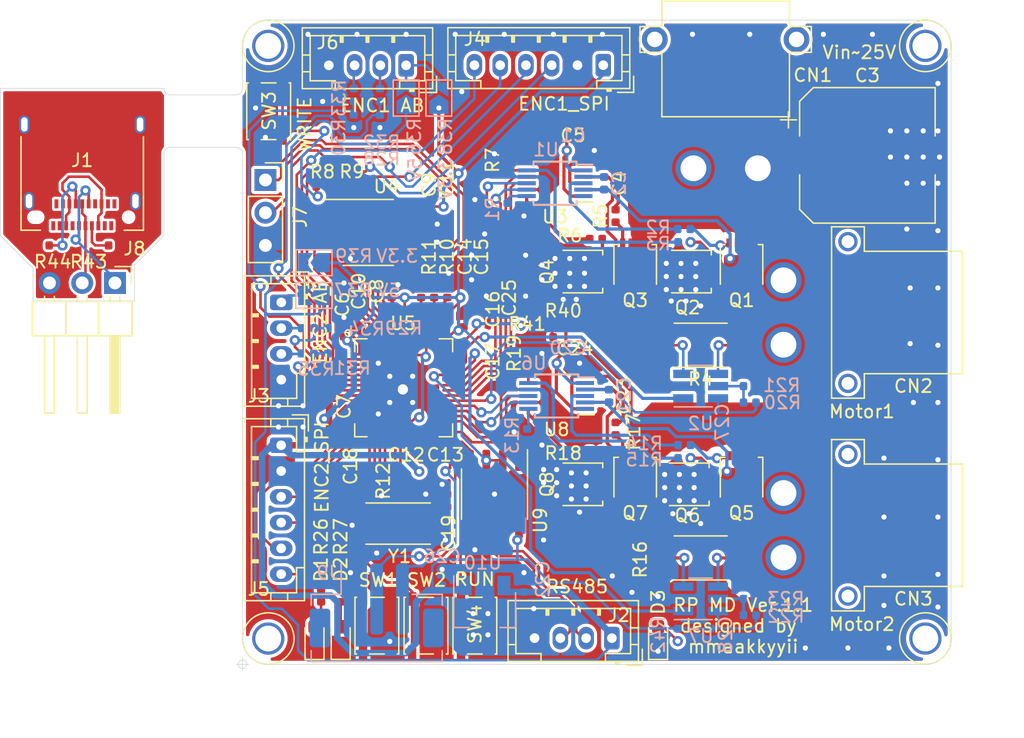
<source format=kicad_pcb>
(kicad_pcb (version 20171130) (host pcbnew "(5.1.5)-3")
  (layers (0 F.Cu signal) (31 B.Cu signal) (34 B.Paste user) (35 F.Paste user) (36 B.SilkS user) (37 F.SilkS user) (38 B.Mask user) (39 F.Mask user) (44 Edge.Cuts user))
  (net 0 "")
  (net 1 +3V3)
  (net 2 GND)
  (net 3 /Sheet625A1F16/XIN)
  (net 4 /Sheet625A1F16/XOUT)
  (net 5 +1V1)
  (net 6 "Net-(R11-Pad1)")
  (net 7 "Net-(R10-Pad2)")
  (net 8 /Sheet625A1F16/QSPI_SS_N)
  (net 9 "Net-(C19-Pad2)")
  (net 10 "Net-(Q1-Pad2)")
  (net 11 VCC)
  (net 12 "Net-(Q2-Pad2)")
  (net 13 "Net-(Q3-Pad2)")
  (net 14 "Net-(Q4-Pad2)")
  (net 15 "Net-(Q5-Pad2)")
  (net 16 "Net-(Q6-Pad2)")
  (net 17 "Net-(Q7-Pad2)")
  (net 18 "Net-(Q8-Pad2)")
  (net 19 "Net-(C2-Pad2)")
  (net 20 "Net-(C4-Pad2)")
  (net 21 "Net-(C21-Pad2)")
  (net 22 "Net-(C23-Pad2)")
  (net 23 "Net-(J1-PadA4)")
  (net 24 /Sheet625A1F16/USB_DP)
  (net 25 /Sheet625A1F16/USB_DM)
  (net 26 "Net-(R1-Pad1)")
  (net 27 "Net-(R2-Pad2)")
  (net 28 "Net-(R3-Pad2)")
  (net 29 "Net-(R5-Pad2)")
  (net 30 "Net-(R6-Pad2)")
  (net 31 "Net-(R7-Pad1)")
  (net 32 "Net-(R13-Pad1)")
  (net 33 "Net-(R14-Pad2)")
  (net 34 "Net-(R15-Pad2)")
  (net 35 "Net-(R17-Pad2)")
  (net 36 "Net-(R18-Pad2)")
  (net 37 "Net-(R19-Pad1)")
  (net 38 /Vshunt2)
  (net 39 /Vshunt1)
  (net 40 "Net-(R20-Pad2)")
  (net 41 "Net-(R22-Pad2)")
  (net 42 "Net-(C2-Pad1)")
  (net 43 "Net-(C4-Pad1)")
  (net 44 "Net-(C21-Pad1)")
  (net 45 "Net-(C23-Pad1)")
  (net 46 /MOTOR1_EN1)
  (net 47 /MOTOR1_PWM1)
  (net 48 /MOTOR1_EN2)
  (net 49 /MOTOR1_PWM2)
  (net 50 /MOTOR2_EN1)
  (net 51 /MOTOR2_PWM1)
  (net 52 /MOTOR2_PWM2)
  (net 53 /MOTOR2_EN2)
  (net 54 "Net-(CN2-Pad2)")
  (net 55 "Net-(CN3-Pad2)")
  (net 56 "Net-(D1-Pad2)")
  (net 57 "Net-(D2-Pad2)")
  (net 58 "Net-(J2-Pad3)")
  (net 59 "Net-(J2-Pad2)")
  (net 60 +5V)
  (net 61 "Net-(J3-Pad1)")
  (net 62 "Net-(J3-Pad2)")
  (net 63 "Net-(J3-Pad3)")
  (net 64 /Sheet625A1F16/SPI1_CLK)
  (net 65 /Sheet625A1F16/SPI1_MISO)
  (net 66 /Sheet625A1F16/SPI1_MOSI)
  (net 67 /Sheet625A1F16/SPI1_CS)
  (net 68 /Sheet625A1F16/SPI2_MOSI)
  (net 69 /Sheet625A1F16/SPI2_MISO)
  (net 70 /Sheet625A1F16/SPI2_CLK)
  (net 71 /Sheet625A1F16/SPI2_CS)
  (net 72 "Net-(J6-Pad3)")
  (net 73 "Net-(J6-Pad2)")
  (net 74 "Net-(J6-Pad1)")
  (net 75 "Net-(R8-Pad2)")
  (net 76 /Sheet625A1F16/SW1)
  (net 77 /Sheet625A1F16/SW2)
  (net 78 /Sheet625A1F16/LED1)
  (net 79 /Sheet625A1F16/LED2)
  (net 80 /ENC1A)
  (net 81 /ENC2A)
  (net 82 /ENC1B)
  (net 83 /ENC2B)
  (net 84 "Net-(SW4-Pad1)")
  (net 85 /DE_~RE)
  (net 86 /RO)
  (net 87 /DI)
  (net 88 /Sheet625A1F16/QSPI_SD1)
  (net 89 /Sheet625A1F16/QSPI_SD2)
  (net 90 /Sheet625A1F16/QSPI_SD0)
  (net 91 /Sheet625A1F16/QSPI_SCLK)
  (net 92 /Sheet625A1F16/QSPI_SD3)
  (net 93 /Sheet625A1F16/_USB_DP)
  (net 94 /Sheet625A1F16/_USB_DM)
  (net 95 /Sheet625A1F16/VBAT)
  (net 96 "Net-(D3-Pad2)")
  (net 97 GNDA)
  (net 98 "Net-(J1-PadA5)")
  (net 99 "Net-(J1-PadB5)")
  (net 100 /Sheet625A1F16/SWDIO)
  (net 101 /Sheet625A1F16/SWCLK)
  (module Connector_PinSocket_2.54mm:PinSocket_1x03_P2.54mm_Vertical (layer F.Cu) (at 110.998 62.738)
    (fp_text reference J7 (at 2.699 2.86 90) (layer F.SilkS))
    (fp_text value Conn_01x03_Male)
    (pad 3 thru_hole oval (at 0 5.08) (size 1.7 1.7) (drill 1) (layers *.Cu *.Mask) (net 2 GND))
    (pad 2 thru_hole oval (at 0 2.54) (size 1.7 1.7) (drill 1) (layers *.Cu *.Mask) (net 24 /Sheet625A1F16/USB_DP))
    (pad 1 thru_hole rect (at 0 0) (size 1.7 1.7) (drill 1) (layers *.Cu *.Mask) (net 25 /Sheet625A1F16/USB_DM))
  )
  (module Button_Switch_SMD:SW_SPST_PTS810 (layer F.Cu) (at 111.252 57.404 90)
    (fp_text reference SW3 (at 0.028 0.032 90) (layer F.SilkS))
    (fp_text value SW_Push)
    (pad 2 smd rect (at 2.075 1.075 90) (size 1.05 0.65) (layers F.Cu F.Paste F.Mask) (net 75 "Net-(R8-Pad2)"))
    (pad 2 smd rect (at -2.075 1.075 90) (size 1.05 0.65) (layers F.Cu F.Paste F.Mask) (net 75 "Net-(R8-Pad2)"))
    (pad 1 smd rect (at 2.075 -1.075 90) (size 1.05 0.65) (layers F.Cu F.Paste F.Mask) (net 2 GND))
    (pad 1 smd rect (at -2.075 -1.075 90) (size 1.05 0.65) (layers F.Cu F.Paste F.Mask) (net 2 GND))
  )
  (module Connector_JST:JST_PH_B3B-PH-SM4-TB_1x03-1MP_P2.00mm_Vertical (layer B.Cu) (at 119.634 95.758)
    (fp_text reference J9 (at -3.81 -2.54) (layer B.SilkS) (effects (justify mirror)))
    (fp_text value Conn_01x03_Female)
    (pad MP smd roundrect (at 4.4 1.75) (size 1.6 3) (layers B.Cu B.Paste B.Mask) (roundrect_rratio 0.15625))
    (pad MP smd roundrect (at -4.4 1.75) (size 1.6 3) (layers B.Cu B.Paste B.Mask) (roundrect_rratio 0.15625))
    (pad 3 smd roundrect (at 2 -0.5) (size 1 5.5) (layers B.Cu B.Paste B.Mask) (net 101 /Sheet625A1F16/SWCLK))
    (pad 2 smd roundrect (at 0 -0.5) (size 1 5.5) (layers B.Cu B.Paste B.Mask) (net 100 /Sheet625A1F16/SWDIO))
    (pad 1 smd roundrect (at -2 -0.5) (size 1 5.5) (layers B.Cu B.Paste B.Mask) (net 2 GND))
  )
  (module RP_MD:TSON_Advance (layer F.Cu) (at 147.955 85.09 180)
    (fp_text reference Q5 (at 0 -3.5 180) (layer F.SilkS))
    (fp_text value TPN1R603PL)
    (pad 1 smd rect (at -0.975 0.95 180) (size 0.4 0.7) (layers F.Cu F.Paste F.Mask) (net 11 VCC))
    (pad 1 smd rect (at -0.325 0.95 180) (size 0.4 0.7) (layers F.Cu F.Paste F.Mask) (net 11 VCC))
    (pad 1 smd rect (at 0.325 0.95 180) (size 0.4 0.7) (layers F.Cu F.Paste F.Mask) (net 11 VCC))
    (pad 2 smd rect (at 0.975 0.95 180) (size 0.4 0.7) (layers F.Cu F.Paste F.Mask) (net 15 "Net-(Q5-Pad2)"))
    (pad 3 smd rect (at 0.975 -2.5 180) (size 0.4 0.6) (layers F.Cu F.Paste F.Mask) (net 44 "Net-(C21-Pad1)"))
    (pad 3 smd rect (at 0.325 -2.5 180) (size 0.4 0.6) (layers F.Cu F.Paste F.Mask) (net 44 "Net-(C21-Pad1)"))
    (pad 3 smd rect (at -0.325 -2.5 180) (size 0.4 0.6) (layers F.Cu F.Paste F.Mask) (net 44 "Net-(C21-Pad1)"))
    (pad 3 smd rect (at -0.975 -2.5 180) (size 0.4 0.6) (layers F.Cu F.Paste F.Mask) (net 44 "Net-(C21-Pad1)"))
    (pad 3 smd rect (at 0 -1.1 180) (size 2.65 2.2) (layers F.Cu F.Paste F.Mask) (net 44 "Net-(C21-Pad1)"))
  )
  (module RP_MD:TSON_Advance (layer F.Cu) (at 144.61 86.36 90)
    (fp_text reference Q6 (at -2.413 -0.846 180) (layer F.SilkS))
    (fp_text value TPN1R603PL)
    (pad 1 smd rect (at -0.975 0.95 90) (size 0.4 0.7) (layers F.Cu F.Paste F.Mask) (net 44 "Net-(C21-Pad1)"))
    (pad 1 smd rect (at -0.325 0.95 90) (size 0.4 0.7) (layers F.Cu F.Paste F.Mask) (net 44 "Net-(C21-Pad1)"))
    (pad 1 smd rect (at 0.325 0.95 90) (size 0.4 0.7) (layers F.Cu F.Paste F.Mask) (net 44 "Net-(C21-Pad1)"))
    (pad 2 smd rect (at 0.975 0.95 90) (size 0.4 0.7) (layers F.Cu F.Paste F.Mask) (net 16 "Net-(Q6-Pad2)"))
    (pad 3 smd rect (at 0.975 -2.5 90) (size 0.4 0.6) (layers F.Cu F.Paste F.Mask) (net 2 GND))
    (pad 3 smd rect (at 0.325 -2.5 90) (size 0.4 0.6) (layers F.Cu F.Paste F.Mask) (net 2 GND))
    (pad 3 smd rect (at -0.325 -2.5 90) (size 0.4 0.6) (layers F.Cu F.Paste F.Mask) (net 2 GND))
    (pad 3 smd rect (at -0.975 -2.5 90) (size 0.4 0.6) (layers F.Cu F.Paste F.Mask) (net 2 GND))
    (pad 3 smd rect (at 0 -1.1 90) (size 2.65 2.2) (layers F.Cu F.Paste F.Mask) (net 2 GND))
  )
  (module RP_MD:TSON_Advance (layer F.Cu) (at 139.7 85.09 180)
    (fp_text reference Q7 (at 0 -3.5 180) (layer F.SilkS))
    (fp_text value TPN1R603PL)
    (pad 1 smd rect (at -0.975 0.95 180) (size 0.4 0.7) (layers F.Cu F.Paste F.Mask) (net 11 VCC))
    (pad 1 smd rect (at -0.325 0.95 180) (size 0.4 0.7) (layers F.Cu F.Paste F.Mask) (net 11 VCC))
    (pad 1 smd rect (at 0.325 0.95 180) (size 0.4 0.7) (layers F.Cu F.Paste F.Mask) (net 11 VCC))
    (pad 2 smd rect (at 0.975 0.95 180) (size 0.4 0.7) (layers F.Cu F.Paste F.Mask) (net 17 "Net-(Q7-Pad2)"))
    (pad 3 smd rect (at 0.975 -2.5 180) (size 0.4 0.6) (layers F.Cu F.Paste F.Mask) (net 45 "Net-(C23-Pad1)"))
    (pad 3 smd rect (at 0.325 -2.5 180) (size 0.4 0.6) (layers F.Cu F.Paste F.Mask) (net 45 "Net-(C23-Pad1)"))
    (pad 3 smd rect (at -0.325 -2.5 180) (size 0.4 0.6) (layers F.Cu F.Paste F.Mask) (net 45 "Net-(C23-Pad1)"))
    (pad 3 smd rect (at -0.975 -2.5 180) (size 0.4 0.6) (layers F.Cu F.Paste F.Mask) (net 45 "Net-(C23-Pad1)"))
    (pad 3 smd rect (at 0 -1.1 180) (size 2.65 2.2) (layers F.Cu F.Paste F.Mask) (net 45 "Net-(C23-Pad1)"))
  )
  (module RP_MD:TSON_Advance (layer F.Cu) (at 136.355 86.36 90)
    (fp_text reference Q8 (at 0 -3.5 90) (layer F.SilkS))
    (fp_text value TPN1R603PL)
    (pad 1 smd rect (at -0.975 0.95 90) (size 0.4 0.7) (layers F.Cu F.Paste F.Mask) (net 45 "Net-(C23-Pad1)"))
    (pad 1 smd rect (at -0.325 0.95 90) (size 0.4 0.7) (layers F.Cu F.Paste F.Mask) (net 45 "Net-(C23-Pad1)"))
    (pad 1 smd rect (at 0.325 0.95 90) (size 0.4 0.7) (layers F.Cu F.Paste F.Mask) (net 45 "Net-(C23-Pad1)"))
    (pad 2 smd rect (at 0.975 0.95 90) (size 0.4 0.7) (layers F.Cu F.Paste F.Mask) (net 18 "Net-(Q8-Pad2)"))
    (pad 3 smd rect (at 0.975 -2.5 90) (size 0.4 0.6) (layers F.Cu F.Paste F.Mask) (net 2 GND))
    (pad 3 smd rect (at 0.325 -2.5 90) (size 0.4 0.6) (layers F.Cu F.Paste F.Mask) (net 2 GND))
    (pad 3 smd rect (at -0.325 -2.5 90) (size 0.4 0.6) (layers F.Cu F.Paste F.Mask) (net 2 GND))
    (pad 3 smd rect (at -0.975 -2.5 90) (size 0.4 0.6) (layers F.Cu F.Paste F.Mask) (net 2 GND))
    (pad 3 smd rect (at 0 -1.1 90) (size 2.65 2.2) (layers F.Cu F.Paste F.Mask) (net 2 GND))
  )
  (module RP_MD:TSON_Advance (layer F.Cu) (at 136.355 69.85 90)
    (fp_text reference Q4 (at 0 -3.5 270) (layer F.SilkS))
    (fp_text value TPN1R603PL)
    (pad 1 smd rect (at -0.975 0.95 90) (size 0.4 0.7) (layers F.Cu F.Paste F.Mask) (net 43 "Net-(C4-Pad1)"))
    (pad 1 smd rect (at -0.325 0.95 90) (size 0.4 0.7) (layers F.Cu F.Paste F.Mask) (net 43 "Net-(C4-Pad1)"))
    (pad 1 smd rect (at 0.325 0.95 90) (size 0.4 0.7) (layers F.Cu F.Paste F.Mask) (net 43 "Net-(C4-Pad1)"))
    (pad 2 smd rect (at 0.975 0.95 90) (size 0.4 0.7) (layers F.Cu F.Paste F.Mask) (net 14 "Net-(Q4-Pad2)"))
    (pad 3 smd rect (at 0.975 -2.5 90) (size 0.4 0.6) (layers F.Cu F.Paste F.Mask) (net 2 GND))
    (pad 3 smd rect (at 0.325 -2.5 90) (size 0.4 0.6) (layers F.Cu F.Paste F.Mask) (net 2 GND))
    (pad 3 smd rect (at -0.325 -2.5 90) (size 0.4 0.6) (layers F.Cu F.Paste F.Mask) (net 2 GND))
    (pad 3 smd rect (at -0.975 -2.5 90) (size 0.4 0.6) (layers F.Cu F.Paste F.Mask) (net 2 GND))
    (pad 3 smd rect (at 0 -1.1 90) (size 2.65 2.2) (layers F.Cu F.Paste F.Mask) (net 2 GND))
  )
  (module RP_MD:TSON_Advance (layer F.Cu) (at 139.7 68.58 180)
    (fp_text reference Q3 (at 0 -3.5) (layer F.SilkS))
    (fp_text value TPN1R603PL)
    (pad 1 smd rect (at -0.975 0.95 180) (size 0.4 0.7) (layers F.Cu F.Paste F.Mask) (net 11 VCC))
    (pad 1 smd rect (at -0.325 0.95 180) (size 0.4 0.7) (layers F.Cu F.Paste F.Mask) (net 11 VCC))
    (pad 1 smd rect (at 0.325 0.95 180) (size 0.4 0.7) (layers F.Cu F.Paste F.Mask) (net 11 VCC))
    (pad 2 smd rect (at 0.975 0.95 180) (size 0.4 0.7) (layers F.Cu F.Paste F.Mask) (net 13 "Net-(Q3-Pad2)"))
    (pad 3 smd rect (at 0.975 -2.5 180) (size 0.4 0.6) (layers F.Cu F.Paste F.Mask) (net 43 "Net-(C4-Pad1)"))
    (pad 3 smd rect (at 0.325 -2.5 180) (size 0.4 0.6) (layers F.Cu F.Paste F.Mask) (net 43 "Net-(C4-Pad1)"))
    (pad 3 smd rect (at -0.325 -2.5 180) (size 0.4 0.6) (layers F.Cu F.Paste F.Mask) (net 43 "Net-(C4-Pad1)"))
    (pad 3 smd rect (at -0.975 -2.5 180) (size 0.4 0.6) (layers F.Cu F.Paste F.Mask) (net 43 "Net-(C4-Pad1)"))
    (pad 3 smd rect (at 0 -1.1 180) (size 2.65 2.2) (layers F.Cu F.Paste F.Mask) (net 43 "Net-(C4-Pad1)"))
  )
  (module RP_MD:TSON_Advance (layer F.Cu) (at 144.78 69.85 90)
    (fp_text reference Q2 (at -2.794 -1.016) (layer F.SilkS))
    (fp_text value TPN1R603PL)
    (pad 1 smd rect (at -0.975 0.95 90) (size 0.4 0.7) (layers F.Cu F.Paste F.Mask) (net 42 "Net-(C2-Pad1)"))
    (pad 1 smd rect (at -0.325 0.95 90) (size 0.4 0.7) (layers F.Cu F.Paste F.Mask) (net 42 "Net-(C2-Pad1)"))
    (pad 1 smd rect (at 0.325 0.95 90) (size 0.4 0.7) (layers F.Cu F.Paste F.Mask) (net 42 "Net-(C2-Pad1)"))
    (pad 2 smd rect (at 0.975 0.95 90) (size 0.4 0.7) (layers F.Cu F.Paste F.Mask) (net 12 "Net-(Q2-Pad2)"))
    (pad 3 smd rect (at 0.975 -2.5 90) (size 0.4 0.6) (layers F.Cu F.Paste F.Mask) (net 2 GND))
    (pad 3 smd rect (at 0.325 -2.5 90) (size 0.4 0.6) (layers F.Cu F.Paste F.Mask) (net 2 GND))
    (pad 3 smd rect (at -0.325 -2.5 90) (size 0.4 0.6) (layers F.Cu F.Paste F.Mask) (net 2 GND))
    (pad 3 smd rect (at -0.975 -2.5 90) (size 0.4 0.6) (layers F.Cu F.Paste F.Mask) (net 2 GND))
    (pad 3 smd rect (at 0 -1.1 90) (size 2.65 2.2) (layers F.Cu F.Paste F.Mask) (net 2 GND))
  )
  (module RP_MD:TSON_Advance (layer F.Cu) (at 147.955 68.58 180)
    (fp_text reference Q1 (at 0 -3.5 180) (layer F.SilkS))
    (fp_text value TPN1R603PL)
    (pad 1 smd rect (at -0.975 0.95 180) (size 0.4 0.7) (layers F.Cu F.Paste F.Mask) (net 11 VCC))
    (pad 1 smd rect (at -0.325 0.95 180) (size 0.4 0.7) (layers F.Cu F.Paste F.Mask) (net 11 VCC))
    (pad 1 smd rect (at 0.325 0.95 180) (size 0.4 0.7) (layers F.Cu F.Paste F.Mask) (net 11 VCC))
    (pad 2 smd rect (at 0.975 0.95 180) (size 0.4 0.7) (layers F.Cu F.Paste F.Mask) (net 10 "Net-(Q1-Pad2)"))
    (pad 3 smd rect (at 0.975 -2.5 180) (size 0.4 0.6) (layers F.Cu F.Paste F.Mask) (net 42 "Net-(C2-Pad1)"))
    (pad 3 smd rect (at 0.325 -2.5 180) (size 0.4 0.6) (layers F.Cu F.Paste F.Mask) (net 42 "Net-(C2-Pad1)"))
    (pad 3 smd rect (at -0.325 -2.5 180) (size 0.4 0.6) (layers F.Cu F.Paste F.Mask) (net 42 "Net-(C2-Pad1)"))
    (pad 3 smd rect (at -0.975 -2.5 180) (size 0.4 0.6) (layers F.Cu F.Paste F.Mask) (net 42 "Net-(C2-Pad1)"))
    (pad 3 smd rect (at 0 -1.1 180) (size 2.65 2.2) (layers F.Cu F.Paste F.Mask) (net 42 "Net-(C2-Pad1)"))
  )
  (module Connector_USB:USB_C_Receptacle_Amphenol_12401610E4-2A (layer F.Cu) (at 96.78 61.27 180)
    (fp_text reference J1 (at 0.006 0.056) (layer F.SilkS))
    (fp_text value USB_C_Receptacle)
    (pad S1 thru_hole oval (at -4.13 -3.11 180) (size 0.8 1.4) (drill oval 0.5 1.1) (layers *.Cu *.Mask) (net 97 GNDA))
    (pad A1 smd rect (at -2.75 -5.02 180) (size 0.3 0.7) (layers F.Cu F.Paste F.Mask) (net 97 GNDA))
    (pad A2 smd rect (at -2.25 -5.02 180) (size 0.3 0.7) (layers F.Cu F.Paste F.Mask))
    (pad A3 smd rect (at -1.75 -5.02 180) (size 0.3 0.7) (layers F.Cu F.Paste F.Mask))
    (pad A4 smd rect (at -1.25 -5.02 180) (size 0.3 0.7) (layers F.Cu F.Paste F.Mask) (net 23 "Net-(J1-PadA4)"))
    (pad A5 smd rect (at -0.75 -5.02 180) (size 0.3 0.7) (layers F.Cu F.Paste F.Mask) (net 98 "Net-(J1-PadA5)"))
    (pad A6 smd rect (at -0.25 -5.02 180) (size 0.3 0.7) (layers F.Cu F.Paste F.Mask) (net 93 /Sheet625A1F16/_USB_DP))
    (pad A7 smd rect (at 0.25 -5.02 180) (size 0.3 0.7) (layers F.Cu F.Paste F.Mask) (net 94 /Sheet625A1F16/_USB_DM))
    (pad A12 smd rect (at 2.75 -5.02 180) (size 0.3 0.7) (layers F.Cu F.Paste F.Mask) (net 97 GNDA))
    (pad A10 smd rect (at 1.75 -5.02 180) (size 0.3 0.7) (layers F.Cu F.Paste F.Mask))
    (pad A9 smd rect (at 1.25 -5.02 180) (size 0.3 0.7) (layers F.Cu F.Paste F.Mask) (net 23 "Net-(J1-PadA4)"))
    (pad A8 smd rect (at 0.75 -5.02 180) (size 0.3 0.7) (layers F.Cu F.Paste F.Mask))
    (pad A11 smd rect (at 2.25 -5.02 180) (size 0.3 0.7) (layers F.Cu F.Paste F.Mask))
    (pad B1 smd rect (at 2.5 -3.32 180) (size 0.3 0.7) (layers F.Cu F.Paste F.Mask) (net 97 GNDA))
    (pad S1 thru_hole oval (at 4.13 -3.11 180) (size 0.8 1.4) (drill oval 0.5 1.1) (layers *.Cu *.Mask) (net 97 GNDA))
    (pad S1 thru_hole oval (at 4.49 2.84 180) (size 0.8 1.4) (drill oval 0.5 1.1) (layers *.Cu *.Mask) (net 97 GNDA))
    (pad S1 thru_hole oval (at -4.49 2.84 180) (size 0.8 1.4) (drill oval 0.5 1.1) (layers *.Cu *.Mask) (net 97 GNDA))
    (pad "" np_thru_hole oval (at 3.6 -4.36 180) (size 0.95 0.65) (drill oval 0.95 0.65) (layers *.Cu *.Mask))
    (pad "" np_thru_hole circle (at -3.6 -4.36 180) (size 0.65 0.65) (drill 0.65) (layers *.Cu *.Mask))
    (pad B2 smd rect (at 2 -3.32 180) (size 0.3 0.7) (layers F.Cu F.Paste F.Mask))
    (pad B3 smd rect (at 1.5 -3.32 180) (size 0.3 0.7) (layers F.Cu F.Paste F.Mask))
    (pad B4 smd rect (at 1 -3.32 180) (size 0.3 0.7) (layers F.Cu F.Paste F.Mask) (net 23 "Net-(J1-PadA4)"))
    (pad B5 smd rect (at 0.5 -3.32 180) (size 0.3 0.7) (layers F.Cu F.Paste F.Mask) (net 99 "Net-(J1-PadB5)"))
    (pad B6 smd rect (at 0 -3.32 180) (size 0.3 0.7) (layers F.Cu F.Paste F.Mask) (net 93 /Sheet625A1F16/_USB_DP))
    (pad B7 smd rect (at -0.5 -3.32 180) (size 0.3 0.7) (layers F.Cu F.Paste F.Mask) (net 94 /Sheet625A1F16/_USB_DM))
    (pad B8 smd rect (at -1 -3.32 180) (size 0.3 0.7) (layers F.Cu F.Paste F.Mask))
    (pad B9 smd rect (at -1.5 -3.32 180) (size 0.3 0.7) (layers F.Cu F.Paste F.Mask) (net 23 "Net-(J1-PadA4)"))
    (pad B10 smd rect (at -2 -3.32 180) (size 0.3 0.7) (layers F.Cu F.Paste F.Mask))
    (pad B11 smd rect (at -2.5 -3.32 180) (size 0.3 0.7) (layers F.Cu F.Paste F.Mask))
    (pad B12 smd rect (at -3 -3.32 180) (size 0.3 0.7) (layers F.Cu F.Paste F.Mask) (net 97 GNDA))
  )
  (module Connector_JST:JST_PH_B6B-PH-K_1x06_P2.00mm_Vertical (layer F.Cu) (at 112.22 83.33 270)
    (fp_text reference J5 (at 11.158 1.73 180) (layer F.SilkS))
    (fp_text value Conn_01x06_Female)
    (pad 6 thru_hole oval (at 10 0 270) (size 1.2 1.75) (drill 0.75) (layers *.Cu *.Mask) (net 68 /Sheet625A1F16/SPI2_MOSI))
    (pad 5 thru_hole oval (at 8 0 270) (size 1.2 1.75) (drill 0.75) (layers *.Cu *.Mask) (net 69 /Sheet625A1F16/SPI2_MISO))
    (pad 4 thru_hole oval (at 6 0 270) (size 1.2 1.75) (drill 0.75) (layers *.Cu *.Mask) (net 70 /Sheet625A1F16/SPI2_CLK))
    (pad 3 thru_hole oval (at 4 0 270) (size 1.2 1.75) (drill 0.75) (layers *.Cu *.Mask) (net 71 /Sheet625A1F16/SPI2_CS))
    (pad 2 thru_hole oval (at 2 0 270) (size 1.2 1.75) (drill 0.75) (layers *.Cu *.Mask) (net 2 GND))
    (pad 1 thru_hole roundrect (at 0 0 270) (size 1.2 1.75) (drill 0.75) (layers *.Cu *.Mask) (roundrect_rratio 0.208333) (net 1 +3V3))
  )
  (module Resistor_SMD:R_0402_1005Metric (layer F.Cu) (at 131.826 76.962)
    (fp_text reference R19 (at -1.524 -0.762 90) (layer F.SilkS))
    (fp_text value 10k)
    (pad 1 smd roundrect (at -0.485 0) (size 0.59 0.64) (layers F.Cu F.Paste F.Mask) (net 37 "Net-(R19-Pad1)"))
    (pad 2 smd roundrect (at 0.485 0) (size 0.59 0.64) (layers F.Cu F.Paste F.Mask) (net 2 GND))
  )
  (module Package_TO_SOT_SMD:SOT-89-3 (layer B.Cu) (at 128.016 95.6945 270)
    (fp_text reference U10 (at -3.2385 0.1485) (layer B.SilkS) (effects (justify mirror)))
    (fp_text value NJM78L005)
    (pad 2 smd trapezoid (at -0.0762 0 180) (size 1.5 1) (rect_delta 0 -0.7) (layers B.Cu B.Paste B.Mask) (net 2 GND))
    (pad 2 smd rect (at 1.3335 0) (size 2.2 1.84) (layers B.Cu B.Paste B.Mask) (net 2 GND))
    (pad 3 smd rect (at -1.48 -1.5) (size 1 1.5) (layers B.Cu B.Paste B.Mask) (net 60 +5V))
    (pad 2 smd rect (at -1.3335 0) (size 1 1.8) (layers B.Cu B.Paste B.Mask) (net 2 GND))
    (pad 1 smd rect (at -1.48 1.5) (size 1 1.5) (layers B.Cu B.Paste B.Mask) (net 1 +3V3))
    (pad 2 smd trapezoid (at 2.667 0) (size 1.6 0.85) (rect_delta 0 -0.6) (layers B.Cu B.Paste B.Mask) (net 2 GND))
  )
  (module Capacitor_SMD:C_0402_1005Metric (layer B.Cu) (at 124.714 93.726 270)
    (fp_text reference C26 (at -1.778 0 180) (layer B.SilkS) (effects (justify mirror)))
    (fp_text value 0.1u)
    (pad 2 smd roundrect (at 0.485 0 270) (size 0.59 0.64) (layers B.Cu B.Paste B.Mask) (net 1 +3V3))
    (pad 1 smd roundrect (at -0.485 0 270) (size 0.59 0.64) (layers B.Cu B.Paste B.Mask) (net 2 GND))
  )
  (module Capacitor_SMD:C_0402_1005Metric (layer B.Cu) (at 131.064 94.234 270)
    (fp_text reference C22 (at -0.508 -1.4605 90) (layer B.SilkS) (effects (justify mirror)))
    (fp_text value 0.22u)
    (pad 2 smd roundrect (at 0.485 0 270) (size 0.59 0.64) (layers B.Cu B.Paste B.Mask) (net 60 +5V))
    (pad 1 smd roundrect (at -0.485 0 270) (size 0.59 0.64) (layers B.Cu B.Paste B.Mask) (net 2 GND))
  )
  (module Button_Switch_SMD:SW_SPST_PTS810 (layer F.Cu) (at 127.254 97.33 90)
    (fp_text reference SW4 (at 0.1115 0 90) (layer F.SilkS))
    (fp_text value SW_Push)
    (pad 2 smd rect (at 2.075 1.075 90) (size 1.05 0.65) (layers F.Cu F.Paste F.Mask) (net 2 GND))
    (pad 2 smd rect (at -2.075 1.075 90) (size 1.05 0.65) (layers F.Cu F.Paste F.Mask) (net 2 GND))
    (pad 1 smd rect (at 2.075 -1.075 90) (size 1.05 0.65) (layers F.Cu F.Paste F.Mask) (net 84 "Net-(SW4-Pad1)"))
    (pad 1 smd rect (at -2.075 -1.075 90) (size 1.05 0.65) (layers F.Cu F.Paste F.Mask) (net 84 "Net-(SW4-Pad1)"))
  )
  (module Button_Switch_SMD:SW_SPST_PTS810 (layer F.Cu) (at 123.46 97.33 270)
    (fp_text reference SW2 (at -3.5405 -0.0475 180) (layer F.SilkS))
    (fp_text value SW_Push)
    (pad 2 smd rect (at 2.075 1.075 270) (size 1.05 0.65) (layers F.Cu F.Paste F.Mask) (net 77 /Sheet625A1F16/SW2))
    (pad 2 smd rect (at -2.075 1.075 270) (size 1.05 0.65) (layers F.Cu F.Paste F.Mask) (net 77 /Sheet625A1F16/SW2))
    (pad 1 smd rect (at 2.075 -1.075 270) (size 1.05 0.65) (layers F.Cu F.Paste F.Mask) (net 2 GND))
    (pad 1 smd rect (at -2.075 -1.075 270) (size 1.05 0.65) (layers F.Cu F.Paste F.Mask) (net 2 GND))
  )
  (module Button_Switch_SMD:SW_SPST_PTS810 (layer F.Cu) (at 119.65 97.33 270)
    (fp_text reference SW1 (at -3.5405 -0.111 180) (layer F.SilkS))
    (fp_text value SW_Push)
    (pad 2 smd rect (at 2.075 1.075 270) (size 1.05 0.65) (layers F.Cu F.Paste F.Mask) (net 76 /Sheet625A1F16/SW1))
    (pad 2 smd rect (at -2.075 1.075 270) (size 1.05 0.65) (layers F.Cu F.Paste F.Mask) (net 76 /Sheet625A1F16/SW1))
    (pad 1 smd rect (at 2.075 -1.075 270) (size 1.05 0.65) (layers F.Cu F.Paste F.Mask) (net 2 GND))
    (pad 1 smd rect (at -2.075 -1.075 270) (size 1.05 0.65) (layers F.Cu F.Paste F.Mask) (net 2 GND))
  )
  (module Capacitor_SMD:CP_Elec_10x10 (layer F.Cu) (at 157.72 60.83)
    (fp_text reference C3 (at 0 -6.2) (layer F.SilkS))
    (fp_text value "220u 50V")
    (pad 2 smd roundrect (at 4 0) (size 4 2.5) (layers F.Cu F.Paste F.Mask) (roundrect_rratio 0.1) (net 2 GND))
    (pad 1 smd roundrect (at -4 0) (size 4 2.5) (layers F.Cu F.Paste F.Mask) (roundrect_rratio 0.1) (net 11 VCC))
  )
  (module Resistor_SMD:R_0402_1005Metric (layer F.Cu) (at 132.842 74.93)
    (fp_text reference R41 (at -1.524 -1.016) (layer F.SilkS))
    (fp_text value 15k)
    (pad 2 smd roundrect (at 0.485 0) (size 0.59 0.64) (layers F.Cu F.Paste F.Mask) (net 95 /Sheet625A1F16/VBAT))
    (pad 1 smd roundrect (at -0.485 0) (size 0.59 0.64) (layers F.Cu F.Paste F.Mask) (net 2 GND))
  )
  (module Resistor_SMD:R_0402_1005Metric (layer F.Cu) (at 133.731 73.978)
    (fp_text reference R40 (at 0.381 -1.08) (layer F.SilkS))
    (fp_text value 100k)
    (pad 2 smd roundrect (at 0.485 0) (size 0.59 0.64) (layers F.Cu F.Paste F.Mask) (net 11 VCC))
    (pad 1 smd roundrect (at -0.485 0) (size 0.59 0.64) (layers F.Cu F.Paste F.Mask) (net 95 /Sheet625A1F16/VBAT))
  )
  (module Resistor_SMD:R_0402_1005Metric (layer B.Cu) (at 143.51 84.328 180)
    (fp_text reference R15 (at 3.1115 -0.127 180) (layer B.SilkS) (effects (justify mirror)))
    (fp_text value 10)
    (pad 1 smd roundrect (at -0.485 0 180) (size 0.59 0.64) (layers B.Cu B.Paste B.Mask) (net 16 "Net-(Q6-Pad2)"))
    (pad 2 smd roundrect (at 0.485 0 180) (size 0.59 0.64) (layers B.Cu B.Paste B.Mask) (net 34 "Net-(R15-Pad2)"))
  )
  (module Connector_PinHeader_2.54mm:PinHeader_1x03_P2.54mm_Horizontal (layer F.Cu) (at 99.32 70.73 270)
    (fp_text reference J8 (at -2.658 -1.518 180) (layer F.SilkS))
    (fp_text value Conn_01x03_Female)
    (pad 3 thru_hole oval (at 0 5.08 270) (size 1.7 1.7) (drill 1) (layers *.Cu *.Mask) (net 97 GNDA))
    (pad 2 thru_hole oval (at 0 2.54 270) (size 1.7 1.7) (drill 1) (layers *.Cu *.Mask) (net 93 /Sheet625A1F16/_USB_DP))
    (pad 1 thru_hole rect (at 0 0 270) (size 1.7 1.7) (drill 1) (layers *.Cu *.Mask) (net 94 /Sheet625A1F16/_USB_DM))
  )
  (module Resistor_SMD:R_2512_6332Metric (layer F.Cu) (at 144.78 92.075 180)
    (fp_text reference R16 (at 4.699 -0.127 270) (layer F.SilkS))
    (fp_text value "0.001ohm 2W 1%")
    (pad 2 smd roundrect (at 2.9 0 180) (size 1.35 3.35) (layers F.Cu F.Paste F.Mask) (roundrect_rratio 0.185185) (net 45 "Net-(C23-Pad1)"))
    (pad 1 smd roundrect (at -2.9 0 180) (size 1.35 3.35) (layers F.Cu F.Paste F.Mask) (roundrect_rratio 0.185185) (net 55 "Net-(CN3-Pad2)"))
  )
  (module Package_SO:SOP-8_3.9x4.9mm_P1.27mm (layer F.Cu) (at 128.778 87.122 270)
    (fp_text reference U9 (at 2.032 -3.556 270) (layer F.SilkS))
    (fp_text value MAX3458ED)
    (pad 8 smd roundrect (at 2.625 -1.905 270) (size 1.65 0.6) (layers F.Cu F.Paste F.Mask) (net 1 +3V3))
    (pad 7 smd roundrect (at 2.625 -0.635 270) (size 1.65 0.6) (layers F.Cu F.Paste F.Mask) (net 59 "Net-(J2-Pad2)"))
    (pad 6 smd roundrect (at 2.625 0.635 270) (size 1.65 0.6) (layers F.Cu F.Paste F.Mask) (net 58 "Net-(J2-Pad3)"))
    (pad 5 smd roundrect (at 2.625 1.905 270) (size 1.65 0.6) (layers F.Cu F.Paste F.Mask) (net 2 GND))
    (pad 4 smd roundrect (at -2.625 1.905 270) (size 1.65 0.6) (layers F.Cu F.Paste F.Mask) (net 87 /DI))
    (pad 3 smd roundrect (at -2.625 0.635 270) (size 1.65 0.6) (layers F.Cu F.Paste F.Mask) (net 85 /DE_~RE))
    (pad 2 smd roundrect (at -2.625 -0.635 270) (size 1.65 0.6) (layers F.Cu F.Paste F.Mask) (net 85 /DE_~RE))
    (pad 1 smd roundrect (at -2.625 -1.905 270) (size 1.65 0.6) (layers F.Cu F.Paste F.Mask) (net 86 /RO))
  )
  (module Jumper:SolderJumper-2_P1.3mm_Open_TrianglePad1.0x1.5mm (layer B.Cu) (at 114.77 69.16 180)
    (fp_text reference R39 (at -3.086 0.5165) (layer B.SilkS) (effects (justify mirror)))
    (fp_text value 0)
    (pad 1 smd custom (at -0.725 0 180) (size 0.3 0.3) (layers B.Cu B.Mask) (net 1 +3V3) (options (clearance outline) (anchor rect)) (primitives (gr_poly (pts (xy -0.5 0.75) (xy 0.5 0.75) (xy 1 0) (xy 0.5 -0.75) (xy -0.5 -0.75)) (width 0))))
    (pad 2 smd custom (at 0.725 0 180) (size 0.3 0.3) (layers B.Cu B.Mask) (net 61 "Net-(J3-Pad1)") (options (clearance outline) (anchor rect)) (primitives (gr_poly (pts (xy -0.65 0.75) (xy 0.5 0.75) (xy 0.5 -0.75) (xy -0.65 -0.75) (xy -0.15 0)) (width 0))))
  )
  (module Jumper:SolderJumper-2_P1.3mm_Open_TrianglePad1.0x1.5mm (layer B.Cu) (at 124.46 56.38 90)
    (fp_text reference R38 (at -2.9925 0.508 270) (layer B.SilkS) (effects (justify mirror)))
    (fp_text value 0)
    (pad 1 smd custom (at -0.725 0 90) (size 0.3 0.3) (layers B.Cu B.Mask) (net 1 +3V3) (options (clearance outline) (anchor rect)) (primitives (gr_poly (pts (xy -0.5 0.75) (xy 0.5 0.75) (xy 1 0) (xy 0.5 -0.75) (xy -0.5 -0.75)) (width 0))))
    (pad 2 smd custom (at 0.725 0 90) (size 0.3 0.3) (layers B.Cu B.Mask) (net 74 "Net-(J6-Pad1)") (options (clearance outline) (anchor rect)) (primitives (gr_poly (pts (xy -0.65 0.75) (xy 0.5 0.75) (xy 0.5 -0.75) (xy -0.65 -0.75) (xy -0.15 0)) (width 0))))
  )
  (module Jumper:SolderJumper-2_P1.3mm_Open_TrianglePad1.0x1.5mm (layer B.Cu) (at 114.77 71.7 180)
    (fp_text reference R37 (at -3.0225 0.3895) (layer B.SilkS) (effects (justify mirror)))
    (fp_text value 0)
    (pad 1 smd custom (at -0.725 0 180) (size 0.3 0.3) (layers B.Cu B.Mask) (net 60 +5V) (options (clearance outline) (anchor rect)) (primitives (gr_poly (pts (xy -0.5 0.75) (xy 0.5 0.75) (xy 1 0) (xy 0.5 -0.75) (xy -0.5 -0.75)) (width 0))))
    (pad 2 smd custom (at 0.725 0 180) (size 0.3 0.3) (layers B.Cu B.Mask) (net 61 "Net-(J3-Pad1)") (options (clearance outline) (anchor rect)) (primitives (gr_poly (pts (xy -0.65 0.75) (xy 0.5 0.75) (xy 0.5 -0.75) (xy -0.65 -0.75) (xy -0.15 0)) (width 0))))
  )
  (module Jumper:SolderJumper-2_P1.3mm_Open_TrianglePad1.0x1.5mm (layer B.Cu) (at 121.92 56.38 90)
    (fp_text reference R36 (at -2.9925 0.635 270) (layer B.SilkS) (effects (justify mirror)))
    (fp_text value 0)
    (pad 1 smd custom (at -0.725 0 90) (size 0.3 0.3) (layers B.Cu B.Mask) (net 60 +5V) (options (clearance outline) (anchor rect)) (primitives (gr_poly (pts (xy -0.5 0.75) (xy 0.5 0.75) (xy 1 0) (xy 0.5 -0.75) (xy -0.5 -0.75)) (width 0))))
    (pad 2 smd custom (at 0.725 0 90) (size 0.3 0.3) (layers B.Cu B.Mask) (net 74 "Net-(J6-Pad1)") (options (clearance outline) (anchor rect)) (primitives (gr_poly (pts (xy -0.65 0.75) (xy 0.5 0.75) (xy 0.5 -0.75) (xy -0.65 -0.75) (xy -0.15 0)) (width 0))))
  )
  (module Resistor_SMD:R_0402_1005Metric (layer B.Cu) (at 114.277 76.2 180)
    (fp_text reference R35 (at -0.658 -1.2065 180) (layer B.SilkS) (effects (justify mirror)))
    (fp_text value 10k)
    (pad 2 smd roundrect (at 0.485 0 180) (size 0.59 0.64) (layers B.Cu B.Paste B.Mask) (net 63 "Net-(J3-Pad3)"))
    (pad 1 smd roundrect (at -0.485 0 180) (size 0.59 0.64) (layers B.Cu B.Paste B.Mask) (net 83 /ENC2B))
  )
  (module Resistor_SMD:R_0402_1005Metric (layer B.Cu) (at 114.3 74.24 180)
    (fp_text reference R34 (at -4.5085 -0.055 180) (layer B.SilkS) (effects (justify mirror)))
    (fp_text value 10k)
    (pad 2 smd roundrect (at 0.485 0 180) (size 0.59 0.64) (layers B.Cu B.Paste B.Mask) (net 62 "Net-(J3-Pad2)"))
    (pad 1 smd roundrect (at -0.485 0 180) (size 0.59 0.64) (layers B.Cu B.Paste B.Mask) (net 81 /ENC2A))
  )
  (module Resistor_SMD:R_0402_1005Metric (layer B.Cu) (at 117.856 56.134 90)
    (fp_text reference R33 (at -0.254 -1.143 90) (layer B.SilkS) (effects (justify mirror)))
    (fp_text value 10k)
    (pad 2 smd roundrect (at 0.485 0 90) (size 0.59 0.64) (layers B.Cu B.Paste B.Mask) (net 72 "Net-(J6-Pad3)"))
    (pad 1 smd roundrect (at -0.485 0 90) (size 0.59 0.64) (layers B.Cu B.Paste B.Mask) (net 82 /ENC1B))
  )
  (module Resistor_SMD:R_0402_1005Metric (layer B.Cu) (at 119.888 56.134 90)
    (fp_text reference R32 (at -3.683 0.127) (layer B.SilkS) (effects (justify mirror)))
    (fp_text value 10k)
    (pad 2 smd roundrect (at 0.485 0 90) (size 0.59 0.64) (layers B.Cu B.Paste B.Mask) (net 73 "Net-(J6-Pad2)"))
    (pad 1 smd roundrect (at -0.485 0 90) (size 0.59 0.64) (layers B.Cu B.Paste B.Mask) (net 80 /ENC1A))
  )
  (module Resistor_SMD:R_0402_1005Metric (layer B.Cu) (at 116.332 76.2)
    (fp_text reference R31 (at 1.397 1.143) (layer B.SilkS) (effects (justify mirror)))
    (fp_text value 10k)
    (pad 2 smd roundrect (at 0.485 0) (size 0.59 0.64) (layers B.Cu B.Paste B.Mask) (net 2 GND))
    (pad 1 smd roundrect (at -0.485 0) (size 0.59 0.64) (layers B.Cu B.Paste B.Mask) (net 83 /ENC2B))
  )
  (module Resistor_SMD:R_0402_1005Metric (layer B.Cu) (at 117.856 58.166 270)
    (fp_text reference R30 (at 1.27 1.17 270) (layer B.SilkS) (effects (justify mirror)))
    (fp_text value 10k)
    (pad 2 smd roundrect (at 0.485 0 270) (size 0.59 0.64) (layers B.Cu B.Paste B.Mask) (net 2 GND))
    (pad 1 smd roundrect (at -0.485 0 270) (size 0.59 0.64) (layers B.Cu B.Paste B.Mask) (net 82 /ENC1B))
  )
  (module Resistor_SMD:R_0402_1005Metric (layer B.Cu) (at 116.332 74.24)
    (fp_text reference R29 (at 5.3975 -0.0085 180) (layer B.SilkS) (effects (justify mirror)))
    (fp_text value 10k)
    (pad 2 smd roundrect (at 0.485 0) (size 0.59 0.64) (layers B.Cu B.Paste B.Mask) (net 2 GND))
    (pad 1 smd roundrect (at -0.485 0) (size 0.59 0.64) (layers B.Cu B.Paste B.Mask) (net 81 /ENC2A))
  )
  (module Resistor_SMD:R_0402_1005Metric (layer B.Cu) (at 119.888 58.189 270)
    (fp_text reference R28 (at 2.898 -0.127) (layer B.SilkS) (effects (justify mirror)))
    (fp_text value 10k)
    (pad 2 smd roundrect (at 0.485 0 270) (size 0.59 0.64) (layers B.Cu B.Paste B.Mask) (net 2 GND))
    (pad 1 smd roundrect (at -0.485 0 270) (size 0.59 0.64) (layers B.Cu B.Paste B.Mask) (net 80 /ENC1A))
  )
  (module Resistor_SMD:R_0402_1005Metric (layer F.Cu) (at 116.84 94.996 90)
    (fp_text reference R27 (at 4.572 0 270) (layer F.SilkS))
    (fp_text value 1k)
    (pad 2 smd roundrect (at 0.485 0 90) (size 0.59 0.64) (layers F.Cu F.Paste F.Mask) (net 79 /Sheet625A1F16/LED2))
    (pad 1 smd roundrect (at -0.485 0 90) (size 0.59 0.64) (layers F.Cu F.Paste F.Mask) (net 57 "Net-(D2-Pad2)"))
  )
  (module Resistor_SMD:R_0402_1005Metric (layer F.Cu) (at 115.316 94.996 90)
    (fp_text reference R26 (at 4.572 0 270) (layer F.SilkS))
    (fp_text value 1k)
    (pad 2 smd roundrect (at 0.485 0 90) (size 0.59 0.64) (layers F.Cu F.Paste F.Mask) (net 78 /Sheet625A1F16/LED1))
    (pad 1 smd roundrect (at -0.485 0 90) (size 0.59 0.64) (layers F.Cu F.Paste F.Mask) (net 56 "Net-(D1-Pad2)"))
  )
  (module Connector_JST:JST_PH_B4B-PH-K_1x04_P2.00mm_Vertical (layer F.Cu) (at 121.92 53.84 180)
    (fp_text reference J6 (at 6.096 1.77) (layer F.SilkS))
    (fp_text value Conn_01x04_Female)
    (pad 4 thru_hole oval (at 6 0 180) (size 1.2 1.75) (drill 0.75) (layers *.Cu *.Mask) (net 2 GND))
    (pad 3 thru_hole oval (at 4 0 180) (size 1.2 1.75) (drill 0.75) (layers *.Cu *.Mask) (net 72 "Net-(J6-Pad3)"))
    (pad 2 thru_hole oval (at 2 0 180) (size 1.2 1.75) (drill 0.75) (layers *.Cu *.Mask) (net 73 "Net-(J6-Pad2)"))
    (pad 1 thru_hole roundrect (at 0 0 180) (size 1.2 1.75) (drill 0.75) (layers *.Cu *.Mask) (roundrect_rratio 0.208333) (net 74 "Net-(J6-Pad1)"))
  )
  (module Connector_JST:JST_PH_B6B-PH-K_1x06_P2.00mm_Vertical (layer F.Cu) (at 137.22 53.83 180)
    (fp_text reference J4 (at 9.966 2.014) (layer F.SilkS))
    (fp_text value Conn_01x06_Female)
    (pad 6 thru_hole oval (at 10 0 180) (size 1.2 1.75) (drill 0.75) (layers *.Cu *.Mask) (net 64 /Sheet625A1F16/SPI1_CLK))
    (pad 5 thru_hole oval (at 8 0 180) (size 1.2 1.75) (drill 0.75) (layers *.Cu *.Mask) (net 65 /Sheet625A1F16/SPI1_MISO))
    (pad 4 thru_hole oval (at 6 0 180) (size 1.2 1.75) (drill 0.75) (layers *.Cu *.Mask) (net 66 /Sheet625A1F16/SPI1_MOSI))
    (pad 3 thru_hole oval (at 4 0 180) (size 1.2 1.75) (drill 0.75) (layers *.Cu *.Mask) (net 67 /Sheet625A1F16/SPI1_CS))
    (pad 2 thru_hole oval (at 2 0 180) (size 1.2 1.75) (drill 0.75) (layers *.Cu *.Mask) (net 2 GND))
    (pad 1 thru_hole roundrect (at 0 0 180) (size 1.2 1.75) (drill 0.75) (layers *.Cu *.Mask) (roundrect_rratio 0.208333) (net 1 +3V3))
  )
  (module LED_SMD:LED_0603_1608Metric_Pad1.05x0.95mm_HandSolder (layer F.Cu) (at 116.84 98.29 90)
    (fp_text reference D2 (at 5.326 0 270) (layer F.SilkS))
    (fp_text value LED)
    (pad 2 smd roundrect (at 0.875 0 90) (size 1.05 0.95) (layers F.Cu F.Paste F.Mask) (net 57 "Net-(D2-Pad2)"))
    (pad 1 smd roundrect (at -0.875 0 90) (size 1.05 0.95) (layers F.Cu F.Paste F.Mask) (net 2 GND))
  )
  (module LED_SMD:LED_0603_1608Metric_Pad1.05x0.95mm_HandSolder (layer F.Cu) (at 114.808 98.298 90)
    (fp_text reference D1 (at 5.334 0.508 270) (layer F.SilkS))
    (fp_text value LED)
    (pad 2 smd roundrect (at 0.875 0 90) (size 1.05 0.95) (layers F.Cu F.Paste F.Mask) (net 56 "Net-(D1-Pad2)"))
    (pad 1 smd roundrect (at -0.875 0 90) (size 1.05 0.95) (layers F.Cu F.Paste F.Mask) (net 2 GND))
  )
  (module maki_lib:XT30PW (layer F.Cu) (at 156.21 73.025 270)
    (fp_text reference CN2 (at 5.715 -5.08) (layer F.SilkS))
    (fp_text value XT30PW)
    (pad "" thru_hole circle (at 5.5 0 270) (size 1.5 1.5) (drill 1) (layers *.Cu *.Mask))
    (pad "" thru_hole circle (at -5.5 0 270) (size 1.5 1.5) (drill 1) (layers *.Cu *.Mask))
    (pad 2 thru_hole circle (at 2.5 5 270) (size 2.8 2.8) (drill 2) (layers *.Cu *.Mask) (net 54 "Net-(CN2-Pad2)"))
    (pad 1 thru_hole circle (at -2.5 5 270) (size 2.8 2.8) (drill 2) (layers *.Cu *.Mask) (net 42 "Net-(C2-Pad1)"))
  )
  (module maki_lib:XT30PW-M (layer F.Cu) (at 146.72 51.83)
    (fp_text reference CN1 (at 6.7595 2.78) (layer F.SilkS))
    (fp_text value XT30PW-M)
    (pad "" thru_hole circle (at 5.5 0) (size 2 2) (drill 1.2) (layers *.Cu *.Mask))
    (pad "" thru_hole circle (at -5.5 0) (size 2 2) (drill 1.2) (layers *.Cu *.Mask))
    (pad 2 thru_hole circle (at 2.5 10) (size 2.8 2.8) (drill 2) (layers *.Cu *.Mask) (net 2 GND))
    (pad 1 thru_hole circle (at -2.5 10) (size 2.8 2.8) (drill 2) (layers *.Cu *.Mask) (net 11 VCC))
  )
  (module Resistor_SMD:R_2512_6332Metric (layer F.Cu) (at 144.78 75.565 180)
    (fp_text reference R4 (at 0 -2.62) (layer F.SilkS))
    (fp_text value "0.001ohm 2W 1%")
    (pad 2 smd roundrect (at 2.9 0 180) (size 1.35 3.35) (layers F.Cu F.Paste F.Mask) (roundrect_rratio 0.185185) (net 43 "Net-(C4-Pad1)"))
    (pad 1 smd roundrect (at -2.9 0 180) (size 1.35 3.35) (layers F.Cu F.Paste F.Mask) (roundrect_rratio 0.185185) (net 54 "Net-(CN2-Pad2)"))
  )
  (module RP_MD:RP2040 (layer F.Cu) (at 121.681 78.867)
    (fp_text reference U5 (at 0 -5) (layer F.SilkS))
    (fp_text value RP2040)
    (pad 57 smd rect (at 0 0) (size 3.2 3.2) (layers F.Cu F.Paste F.Mask) (net 2 GND))
    (pad 56 smd rect (at -2.6 -3.4375 90) (size 0.875 0.2) (layers F.Cu F.Paste F.Mask) (net 8 /Sheet625A1F16/QSPI_SS_N))
    (pad 55 smd rect (at -2.2 -3.4375 90) (size 0.875 0.2) (layers F.Cu F.Paste F.Mask) (net 88 /Sheet625A1F16/QSPI_SD1))
    (pad 54 smd rect (at -1.8 -3.4375 90) (size 0.875 0.2) (layers F.Cu F.Paste F.Mask) (net 89 /Sheet625A1F16/QSPI_SD2))
    (pad 53 smd rect (at -1.4 -3.4375 90) (size 0.875 0.2) (layers F.Cu F.Paste F.Mask) (net 90 /Sheet625A1F16/QSPI_SD0))
    (pad 50 smd rect (at -0.2 -3.4375 90) (size 0.875 0.2) (layers F.Cu F.Paste F.Mask) (net 5 +1V1))
    (pad 49 smd rect (at 0.2 -3.4375 90) (size 0.875 0.2) (layers F.Cu F.Paste F.Mask) (net 1 +3V3))
    (pad 51 smd rect (at -0.6 -3.4375 90) (size 0.875 0.2) (layers F.Cu F.Paste F.Mask) (net 92 /Sheet625A1F16/QSPI_SD3))
    (pad 52 smd rect (at -1 -3.4375 90) (size 0.875 0.2) (layers F.Cu F.Paste F.Mask) (net 91 /Sheet625A1F16/QSPI_SCLK))
    (pad 48 smd rect (at 0.6 -3.4375 90) (size 0.875 0.2) (layers F.Cu F.Paste F.Mask) (net 1 +3V3))
    (pad 47 smd rect (at 1 -3.4375 90) (size 0.875 0.2) (layers F.Cu F.Paste F.Mask) (net 7 "Net-(R10-Pad2)"))
    (pad 46 smd rect (at 1.4 -3.4375 90) (size 0.875 0.2) (layers F.Cu F.Paste F.Mask) (net 6 "Net-(R11-Pad1)"))
    (pad 45 smd rect (at 1.8 -3.4375 90) (size 0.875 0.2) (layers F.Cu F.Paste F.Mask) (net 5 +1V1))
    (pad 44 smd rect (at 2.2 -3.4375 90) (size 0.875 0.2) (layers F.Cu F.Paste F.Mask) (net 1 +3V3))
    (pad 43 smd rect (at 2.6 -3.4375 90) (size 0.875 0.2) (layers F.Cu F.Paste F.Mask) (net 1 +3V3))
    (pad 42 smd rect (at 3.4875 -2.6 180) (size 0.875 0.2) (layers F.Cu F.Paste F.Mask) (net 1 +3V3))
    (pad 41 smd rect (at 3.4875 -2.2 180) (size 0.875 0.2) (layers F.Cu F.Paste F.Mask) (net 95 /Sheet625A1F16/VBAT))
    (pad 40 smd rect (at 3.4875 -1.8 180) (size 0.875 0.2) (layers F.Cu F.Paste F.Mask) (net 39 /Vshunt1))
    (pad 36 smd rect (at 3.4875 -0.2 180) (size 0.875 0.2) (layers F.Cu F.Paste F.Mask) (net 46 /MOTOR1_EN1))
    (pad 37 smd rect (at 3.4875 -0.6 180) (size 0.875 0.2) (layers F.Cu F.Paste F.Mask) (net 47 /MOTOR1_PWM1))
    (pad 38 smd rect (at 3.4875 -1 180) (size 0.875 0.2) (layers F.Cu F.Paste F.Mask) (net 85 /DE_~RE))
    (pad 39 smd rect (at 3.4875 -1.4 180) (size 0.875 0.2) (layers F.Cu F.Paste F.Mask) (net 38 /Vshunt2))
    (pad 33 smd rect (at 3.4875 1 180) (size 0.875 0.2) (layers F.Cu F.Paste F.Mask) (net 1 +3V3))
    (pad 34 smd rect (at 3.4875 0.6 180) (size 0.875 0.2) (layers F.Cu F.Paste F.Mask) (net 49 /MOTOR1_PWM2))
    (pad 35 smd rect (at 3.4875 0.2 180) (size 0.875 0.2) (layers F.Cu F.Paste F.Mask) (net 48 /MOTOR1_EN2))
    (pad 31 smd rect (at 3.4875 1.8 180) (size 0.875 0.2) (layers F.Cu F.Paste F.Mask) (net 50 /MOTOR2_EN1))
    (pad 32 smd rect (at 3.4875 1.4 180) (size 0.875 0.2) (layers F.Cu F.Paste F.Mask) (net 51 /MOTOR2_PWM1))
    (pad 30 smd rect (at 3.4875 2.2 180) (size 0.875 0.2) (layers F.Cu F.Paste F.Mask) (net 53 /MOTOR2_EN2))
    (pad 29 smd rect (at 3.4875 2.6 180) (size 0.875 0.2) (layers F.Cu F.Paste F.Mask) (net 52 /MOTOR2_PWM2))
    (pad 28 smd rect (at 2.6 3.4375 90) (size 0.875 0.2) (layers F.Cu F.Paste F.Mask) (net 86 /RO))
    (pad 27 smd rect (at 2.2 3.4375 90) (size 0.875 0.2) (layers F.Cu F.Paste F.Mask) (net 87 /DI))
    (pad 26 smd rect (at 1.8 3.4375 90) (size 0.875 0.2) (layers F.Cu F.Paste F.Mask) (net 84 "Net-(SW4-Pad1)"))
    (pad 25 smd rect (at 1.4 3.4375 90) (size 0.875 0.2) (layers F.Cu F.Paste F.Mask) (net 100 /Sheet625A1F16/SWDIO))
    (pad 24 smd rect (at 1 3.4375 90) (size 0.875 0.2) (layers F.Cu F.Paste F.Mask) (net 101 /Sheet625A1F16/SWCLK))
    (pad 23 smd rect (at 0.6 3.4375 90) (size 0.875 0.2) (layers F.Cu F.Paste F.Mask) (net 5 +1V1))
    (pad 22 smd rect (at 0.2 3.4375 90) (size 0.875 0.2) (layers F.Cu F.Paste F.Mask) (net 1 +3V3))
    (pad 21 smd rect (at -0.2 3.4375 90) (size 0.875 0.2) (layers F.Cu F.Paste F.Mask) (net 4 /Sheet625A1F16/XOUT))
    (pad 20 smd rect (at -0.6 3.4375 90) (size 0.875 0.2) (layers F.Cu F.Paste F.Mask) (net 3 /Sheet625A1F16/XIN))
    (pad 19 smd rect (at -1 3.4375 90) (size 0.875 0.2) (layers F.Cu F.Paste F.Mask) (net 2 GND))
    (pad 18 smd rect (at -1.4 3.4375 90) (size 0.875 0.2) (layers F.Cu F.Paste F.Mask) (net 77 /Sheet625A1F16/SW2))
    (pad 17 smd rect (at -1.8 3.4375 90) (size 0.875 0.2) (layers F.Cu F.Paste F.Mask) (net 76 /Sheet625A1F16/SW1))
    (pad 16 smd rect (at -2.2 3.4375 90) (size 0.875 0.2) (layers F.Cu F.Paste F.Mask) (net 79 /Sheet625A1F16/LED2))
    (pad 15 smd rect (at -2.6 3.4375 90) (size 0.875 0.2) (layers F.Cu F.Paste F.Mask) (net 78 /Sheet625A1F16/LED1))
    (pad 14 smd rect (at -3.3875 2.6) (size 0.875 0.2) (layers F.Cu F.Paste F.Mask) (net 68 /Sheet625A1F16/SPI2_MOSI))
    (pad 13 smd rect (at -3.3875 2.2) (size 0.875 0.2) (layers F.Cu F.Paste F.Mask) (net 70 /Sheet625A1F16/SPI2_CLK))
    (pad 12 smd rect (at -3.3875 1.8) (size 0.875 0.2) (layers F.Cu F.Paste F.Mask) (net 71 /Sheet625A1F16/SPI2_CS))
    (pad 11 smd rect (at -3.3875 1.4) (size 0.875 0.2) (layers F.Cu F.Paste F.Mask) (net 69 /Sheet625A1F16/SPI2_MISO))
    (pad 10 smd rect (at -3.3875 1) (size 0.875 0.2) (layers F.Cu F.Paste F.Mask) (net 1 +3V3))
    (pad 9 smd rect (at -3.3875 0.6) (size 0.875 0.2) (layers F.Cu F.Paste F.Mask) (net 83 /ENC2B))
    (pad 8 smd rect (at -3.3875 0.2) (size 0.875 0.2) (layers F.Cu F.Paste F.Mask) (net 81 /ENC2A))
    (pad 7 smd rect (at -3.3875 -0.2) (size 0.875 0.2) (layers F.Cu F.Paste F.Mask) (net 82 /ENC1B))
    (pad 6 smd rect (at -3.3875 -0.6) (size 0.875 0.2) (layers F.Cu F.Paste F.Mask) (net 80 /ENC1A))
    (pad 5 smd rect (at -3.3875 -1) (size 0.875 0.2) (layers F.Cu F.Paste F.Mask) (net 66 /Sheet625A1F16/SPI1_MOSI))
    (pad 4 smd rect (at -3.3875 -1.4) (size 0.875 0.2) (layers F.Cu F.Paste F.Mask) (net 64 /Sheet625A1F16/SPI1_CLK))
    (pad 3 smd rect (at -3.3875 -1.8) (size 0.875 0.2) (layers F.Cu F.Paste F.Mask) (net 67 /Sheet625A1F16/SPI1_CS))
    (pad 2 smd rect (at -3.3875 -2.2) (size 0.875 0.2) (layers F.Cu F.Paste F.Mask) (net 65 /Sheet625A1F16/SPI1_MISO))
    (pad 1 smd rect (at -3.3875 -2.6) (size 0.875 0.2) (layers F.Cu F.Paste F.Mask) (net 1 +3V3))
  )
  (module Capacitor_SMD:C_0402_1005Metric (layer F.Cu) (at 117.094 74.422 270)
    (fp_text reference C6 (at -2.032 0.127 90) (layer F.SilkS))
    (fp_text value 0.1u)
    (pad 1 smd roundrect (at -0.485 0 270) (size 0.59 0.64) (layers F.Cu F.Paste F.Mask) (net 2 GND))
    (pad 2 smd roundrect (at 0.485 0 270) (size 0.59 0.64) (layers F.Cu F.Paste F.Mask) (net 1 +3V3))
  )
  (module Capacitor_SMD:C_0402_1005Metric (layer F.Cu) (at 115.458 80.264)
    (fp_text reference C7 (at 1.636 0.0635 90) (layer F.SilkS))
    (fp_text value 0.1u)
    (pad 1 smd roundrect (at -0.485 0) (size 0.59 0.64) (layers F.Cu F.Paste F.Mask) (net 2 GND))
    (pad 2 smd roundrect (at 0.485 0) (size 0.59 0.64) (layers F.Cu F.Paste F.Mask) (net 1 +3V3))
  )
  (module Capacitor_SMD:C_0402_1005Metric (layer F.Cu) (at 121.808 71.374 90)
    (fp_text reference C8 (at 0 -2.174 90) (layer F.SilkS))
    (fp_text value 0.1u)
    (pad 2 smd roundrect (at 0.485 0 90) (size 0.59 0.64) (layers F.Cu F.Paste F.Mask) (net 2 GND))
    (pad 1 smd roundrect (at -0.485 0 90) (size 0.59 0.64) (layers F.Cu F.Paste F.Mask) (net 1 +3V3))
  )
  (module Capacitor_SMD:C_0402_1005Metric (layer F.Cu) (at 123.808 65.286 90)
    (fp_text reference C9 (at 2.167 -0.11 90) (layer F.SilkS))
    (fp_text value 0.1u)
    (pad 1 smd roundrect (at -0.485 0 90) (size 0.59 0.64) (layers F.Cu F.Paste F.Mask) (net 2 GND))
    (pad 2 smd roundrect (at 0.485 0 90) (size 0.59 0.64) (layers F.Cu F.Paste F.Mask) (net 1 +3V3))
  )
  (module Capacitor_SMD:C_0402_1005Metric (layer F.Cu) (at 120.792 71.374 90)
    (fp_text reference C10 (at 0 -2.555 90) (layer F.SilkS))
    (fp_text value 0.1u)
    (pad 1 smd roundrect (at -0.485 0 90) (size 0.59 0.64) (layers F.Cu F.Paste F.Mask) (net 5 +1V1))
    (pad 2 smd roundrect (at 0.485 0 90) (size 0.59 0.64) (layers F.Cu F.Paste F.Mask) (net 2 GND))
  )
  (module Capacitor_SMD:C_0402_1005Metric (layer F.Cu) (at 124.824 65.286 90)
    (fp_text reference C11 (at 2.675 0.271 90) (layer F.SilkS))
    (fp_text value 2u2)
    (pad 2 smd roundrect (at 0.485 0 90) (size 0.59 0.64) (layers F.Cu F.Paste F.Mask) (net 1 +3V3))
    (pad 1 smd roundrect (at -0.485 0 90) (size 0.59 0.64) (layers F.Cu F.Paste F.Mask) (net 2 GND))
  )
  (module Capacitor_SMD:C_0402_1005Metric (layer F.Cu) (at 122.936 85.852 270)
    (fp_text reference C12 (at -1.778 1.016 180) (layer F.SilkS))
    (fp_text value 0.1u)
    (pad 2 smd roundrect (at 0.485 0 270) (size 0.59 0.64) (layers F.Cu F.Paste F.Mask) (net 2 GND))
    (pad 1 smd roundrect (at -0.485 0 270) (size 0.59 0.64) (layers F.Cu F.Paste F.Mask) (net 1 +3V3))
  )
  (module Capacitor_SMD:C_0402_1005Metric (layer F.Cu) (at 123.952 85.852 270)
    (fp_text reference C13 (at -1.778 -1.016 180) (layer F.SilkS))
    (fp_text value 0.1u)
    (pad 2 smd roundrect (at 0.485 0 270) (size 0.59 0.64) (layers F.Cu F.Paste F.Mask) (net 2 GND))
    (pad 1 smd roundrect (at -0.485 0 270) (size 0.59 0.64) (layers F.Cu F.Paste F.Mask) (net 5 +1V1))
  )
  (module Capacitor_SMD:C_0402_1005Metric (layer F.Cu) (at 125.11 71.374 270)
    (fp_text reference C14 (at -2.667 -1.382 90) (layer F.SilkS))
    (fp_text value 2u2)
    (pad 1 smd roundrect (at -0.485 0 270) (size 0.59 0.64) (layers F.Cu F.Paste F.Mask) (net 2 GND))
    (pad 2 smd roundrect (at 0.485 0 270) (size 0.59 0.64) (layers F.Cu F.Paste F.Mask) (net 5 +1V1))
  )
  (module Capacitor_SMD:C_0402_1005Metric (layer F.Cu) (at 126.126 71.374 270)
    (fp_text reference C15 (at -2.667 -1.636 90) (layer F.SilkS))
    (fp_text value 2u2)
    (pad 2 smd roundrect (at 0.485 0 270) (size 0.59 0.64) (layers F.Cu F.Paste F.Mask) (net 1 +3V3))
    (pad 1 smd roundrect (at -0.485 0 270) (size 0.59 0.64) (layers F.Cu F.Paste F.Mask) (net 2 GND))
  )
  (module Capacitor_SMD:C_0402_1005Metric (layer F.Cu) (at 126.38 73.66 270)
    (fp_text reference C16 (at -0.889 -2.271 90) (layer F.SilkS))
    (fp_text value 0.1u)
    (pad 2 smd roundrect (at 0.485 0 270) (size 0.59 0.64) (layers F.Cu F.Paste F.Mask) (net 1 +3V3))
    (pad 1 smd roundrect (at -0.485 0 270) (size 0.59 0.64) (layers F.Cu F.Paste F.Mask) (net 2 GND))
  )
  (module Capacitor_SMD:C_0402_1005Metric (layer F.Cu) (at 128.524 79.248 270)
    (fp_text reference C17 (at -2.413 -0.127 90) (layer F.SilkS))
    (fp_text value 0.1u)
    (pad 1 smd roundrect (at -0.485 0 270) (size 0.59 0.64) (layers F.Cu F.Paste F.Mask) (net 2 GND))
    (pad 2 smd roundrect (at 0.485 0 270) (size 0.59 0.64) (layers F.Cu F.Paste F.Mask) (net 1 +3V3))
  )
  (module Capacitor_SMD:C_0402_1005Metric (layer F.Cu) (at 117.49 87.63 270)
    (fp_text reference C18 (at -2.667 -0.112 90) (layer F.SilkS))
    (fp_text value 27p)
    (pad 2 smd roundrect (at 0.485 0 270) (size 0.59 0.64) (layers F.Cu F.Paste F.Mask) (net 3 /Sheet625A1F16/XIN))
    (pad 1 smd roundrect (at -0.485 0 270) (size 0.59 0.64) (layers F.Cu F.Paste F.Mask) (net 2 GND))
  )
  (module Capacitor_SMD:C_0402_1005Metric (layer F.Cu) (at 125.11 87.63 270)
    (fp_text reference C19 (at 2.54 -0.112 90) (layer F.SilkS))
    (fp_text value 27p)
    (pad 1 smd roundrect (at -0.485 0 270) (size 0.59 0.64) (layers F.Cu F.Paste F.Mask) (net 2 GND))
    (pad 2 smd roundrect (at 0.485 0 270) (size 0.59 0.64) (layers F.Cu F.Paste F.Mask) (net 9 "Net-(C19-Pad2)"))
  )
  (module Capacitor_SMD:C_0402_1005Metric (layer B.Cu) (at 134.874 60.452)
    (fp_text reference C1 (at 0 -1.2065 180) (layer B.SilkS) (effects (justify mirror)))
    (fp_text value "0.1u 50V")
    (pad 2 smd roundrect (at 0.485 0) (size 0.59 0.64) (layers B.Cu B.Paste B.Mask) (net 2 GND))
    (pad 1 smd roundrect (at -0.485 0) (size 0.59 0.64) (layers B.Cu B.Paste B.Mask) (net 11 VCC))
  )
  (module Capacitor_SMD:C_0402_1005Metric (layer B.Cu) (at 137.287 62.992 90)
    (fp_text reference C2 (at 0 1.17 270) (layer B.SilkS) (effects (justify mirror)))
    (fp_text value "0.22u 50V")
    (pad 2 smd roundrect (at 0.485 0 90) (size 0.59 0.64) (layers B.Cu B.Paste B.Mask) (net 19 "Net-(C2-Pad2)"))
    (pad 1 smd roundrect (at -0.485 0 90) (size 0.59 0.64) (layers B.Cu B.Paste B.Mask) (net 42 "Net-(C2-Pad1)"))
  )
  (module Capacitor_SMD:C_0402_1005Metric (layer F.Cu) (at 137.287 62.992 270)
    (fp_text reference C4 (at 0 -1.17 90) (layer F.SilkS))
    (fp_text value "0.22u 50V")
    (pad 1 smd roundrect (at -0.485 0 270) (size 0.59 0.64) (layers F.Cu F.Paste F.Mask) (net 43 "Net-(C4-Pad1)"))
    (pad 2 smd roundrect (at 0.485 0 270) (size 0.59 0.64) (layers F.Cu F.Paste F.Mask) (net 20 "Net-(C4-Pad2)"))
  )
  (module Capacitor_SMD:C_0402_1005Metric (layer F.Cu) (at 134.874 60.452)
    (fp_text reference C5 (at 0 -1.17) (layer F.SilkS))
    (fp_text value "0.1u 50V")
    (pad 1 smd roundrect (at -0.485 0) (size 0.59 0.64) (layers F.Cu F.Paste F.Mask) (net 11 VCC))
    (pad 2 smd roundrect (at 0.485 0) (size 0.59 0.64) (layers F.Cu F.Paste F.Mask) (net 2 GND))
  )
  (module Capacitor_SMD:C_0402_1005Metric (layer B.Cu) (at 134.064 77.01)
    (fp_text reference C20 (at 0.429 -1.2545) (layer B.SilkS) (effects (justify mirror)))
    (fp_text value "0.1u 50V")
    (pad 2 smd roundrect (at 0.485 0) (size 0.59 0.64) (layers B.Cu B.Paste B.Mask) (net 2 GND))
    (pad 1 smd roundrect (at -0.485 0) (size 0.59 0.64) (layers B.Cu B.Paste B.Mask) (net 11 VCC))
  )
  (module Capacitor_SMD:C_0402_1005Metric (layer B.Cu) (at 137.668 79.502 90)
    (fp_text reference C21 (at 0 1.17 270) (layer B.SilkS) (effects (justify mirror)))
    (fp_text value "0.22u 50V")
    (pad 1 smd roundrect (at -0.485 0 90) (size 0.59 0.64) (layers B.Cu B.Paste B.Mask) (net 44 "Net-(C21-Pad1)"))
    (pad 2 smd roundrect (at 0.485 0 90) (size 0.59 0.64) (layers B.Cu B.Paste B.Mask) (net 21 "Net-(C21-Pad2)"))
  )
  (module Capacitor_SMD:C_0402_1005Metric (layer F.Cu) (at 137.668 79.502 270)
    (fp_text reference C23 (at 0 -1.17 90) (layer F.SilkS))
    (fp_text value "0.22u 50V")
    (pad 1 smd roundrect (at -0.485 0 270) (size 0.59 0.64) (layers F.Cu F.Paste F.Mask) (net 45 "Net-(C23-Pad1)"))
    (pad 2 smd roundrect (at 0.485 0 270) (size 0.59 0.64) (layers F.Cu F.Paste F.Mask) (net 22 "Net-(C23-Pad2)"))
  )
  (module Capacitor_SMD:C_0402_1005Metric (layer F.Cu) (at 134.064 77.01)
    (fp_text reference C24 (at 0.937 -1.191) (layer F.SilkS))
    (fp_text value "0.1u 50V")
    (pad 1 smd roundrect (at -0.485 0) (size 0.59 0.64) (layers F.Cu F.Paste F.Mask) (net 11 VCC))
    (pad 2 smd roundrect (at 0.485 0) (size 0.59 0.64) (layers F.Cu F.Paste F.Mask) (net 2 GND))
  )
  (module Capacitor_SMD:C_0402_1005Metric (layer F.Cu) (at 127.396 73.406 270)
    (fp_text reference C25 (at -1.524 -2.525 90) (layer F.SilkS))
    (fp_text value 0.1u)
    (pad 2 smd roundrect (at 0.485 0 270) (size 0.59 0.64) (layers F.Cu F.Paste F.Mask) (net 95 /Sheet625A1F16/VBAT))
    (pad 1 smd roundrect (at -0.485 0 270) (size 0.59 0.64) (layers F.Cu F.Paste F.Mask) (net 2 GND))
  )
  (module Connector_JST:JST_PH_B4B-PH-K_1x04_P2.00mm_Vertical (layer F.Cu) (at 137.89 98.298 180)
    (fp_text reference J2 (at -0.54 1.778) (layer F.SilkS))
    (fp_text value Conn_01x04_Female)
    (pad 4 thru_hole oval (at 6 0 180) (size 1.2 1.75) (drill 0.75) (layers *.Cu *.Mask) (net 2 GND))
    (pad 3 thru_hole oval (at 4 0 180) (size 1.2 1.75) (drill 0.75) (layers *.Cu *.Mask) (net 58 "Net-(J2-Pad3)"))
    (pad 2 thru_hole oval (at 2 0 180) (size 1.2 1.75) (drill 0.75) (layers *.Cu *.Mask) (net 59 "Net-(J2-Pad2)"))
    (pad 1 thru_hole roundrect (at 0 0 180) (size 1.2 1.75) (drill 0.75) (layers *.Cu *.Mask) (roundrect_rratio 0.208333) (net 60 +5V))
  )
  (module Connector_JST:JST_PH_B4B-PH-K_1x04_P2.00mm_Vertical (layer F.Cu) (at 112.23 72.24 270)
    (fp_text reference J3 (at 7.262 1.74 180) (layer F.SilkS))
    (fp_text value Conn_01x04_Female)
    (pad 1 thru_hole roundrect (at 0 0 270) (size 1.2 1.75) (drill 0.75) (layers *.Cu *.Mask) (roundrect_rratio 0.208333) (net 61 "Net-(J3-Pad1)"))
    (pad 2 thru_hole oval (at 2 0 270) (size 1.2 1.75) (drill 0.75) (layers *.Cu *.Mask) (net 62 "Net-(J3-Pad2)"))
    (pad 3 thru_hole oval (at 4 0 270) (size 1.2 1.75) (drill 0.75) (layers *.Cu *.Mask) (net 63 "Net-(J3-Pad3)"))
    (pad 4 thru_hole oval (at 6 0 270) (size 1.2 1.75) (drill 0.75) (layers *.Cu *.Mask) (net 2 GND))
  )
  (module Resistor_SMD:R_0402_1005Metric (layer B.Cu) (at 129.794 65.024 270)
    (fp_text reference R1 (at 0 1.17 270) (layer B.SilkS) (effects (justify mirror)))
    (fp_text value 10k)
    (pad 1 smd roundrect (at -0.485 0 270) (size 0.59 0.64) (layers B.Cu B.Paste B.Mask) (net 26 "Net-(R1-Pad1)"))
    (pad 2 smd roundrect (at 0.485 0 270) (size 0.59 0.64) (layers B.Cu B.Paste B.Mask) (net 2 GND))
  )
  (module Resistor_SMD:R_0402_1005Metric (layer B.Cu) (at 143.487 66.548 180)
    (fp_text reference R2 (at 2.009 0.127) (layer B.SilkS) (effects (justify mirror)))
    (fp_text value 10)
    (pad 1 smd roundrect (at -0.485 0 180) (size 0.59 0.64) (layers B.Cu B.Paste B.Mask) (net 10 "Net-(Q1-Pad2)"))
    (pad 2 smd roundrect (at 0.485 0 180) (size 0.59 0.64) (layers B.Cu B.Paste B.Mask) (net 27 "Net-(R2-Pad2)"))
  )
  (module Resistor_SMD:R_0402_1005Metric (layer B.Cu) (at 143.51 67.564 180)
    (fp_text reference R3 (at 2.032 -0.127 180) (layer B.SilkS) (effects (justify mirror)))
    (fp_text value 10)
    (pad 2 smd roundrect (at 0.485 0 180) (size 0.59 0.64) (layers B.Cu B.Paste B.Mask) (net 28 "Net-(R3-Pad2)"))
    (pad 1 smd roundrect (at -0.485 0 180) (size 0.59 0.64) (layers B.Cu B.Paste B.Mask) (net 12 "Net-(Q2-Pad2)"))
  )
  (module Resistor_SMD:R_0402_1005Metric (layer F.Cu) (at 138.176 65.532 90)
    (fp_text reference R5 (at 0 -1.17 90) (layer F.SilkS))
    (fp_text value 10)
    (pad 1 smd roundrect (at -0.485 0 90) (size 0.59 0.64) (layers F.Cu F.Paste F.Mask) (net 13 "Net-(Q3-Pad2)"))
    (pad 2 smd roundrect (at 0.485 0 90) (size 0.59 0.64) (layers F.Cu F.Paste F.Mask) (net 29 "Net-(R5-Pad2)"))
  )
  (module Resistor_SMD:R_0402_1005Metric (layer F.Cu) (at 136.652 67.31 180)
    (fp_text reference R6 (at 2.032 0.254) (layer F.SilkS))
    (fp_text value 10)
    (pad 2 smd roundrect (at 0.485 0 180) (size 0.59 0.64) (layers F.Cu F.Paste F.Mask) (net 30 "Net-(R6-Pad2)"))
    (pad 1 smd roundrect (at -0.485 0 180) (size 0.59 0.64) (layers F.Cu F.Paste F.Mask) (net 14 "Net-(Q4-Pad2)"))
  )
  (module Resistor_SMD:R_0402_1005Metric (layer F.Cu) (at 129.794 61.214 90)
    (fp_text reference R7 (at 0 -1.17 90) (layer F.SilkS))
    (fp_text value 10k)
    (pad 2 smd roundrect (at 0.485 0 90) (size 0.59 0.64) (layers F.Cu F.Paste F.Mask) (net 2 GND))
    (pad 1 smd roundrect (at -0.485 0 90) (size 0.59 0.64) (layers F.Cu F.Paste F.Mask) (net 31 "Net-(R7-Pad1)"))
  )
  (module Resistor_SMD:R_0402_1005Metric (layer F.Cu) (at 115.426 63.254 180)
    (fp_text reference R8 (at 0 1.151) (layer F.SilkS))
    (fp_text value 1k)
    (pad 1 smd roundrect (at -0.485 0 180) (size 0.59 0.64) (layers F.Cu F.Paste F.Mask) (net 8 /Sheet625A1F16/QSPI_SS_N))
    (pad 2 smd roundrect (at 0.485 0 180) (size 0.59 0.64) (layers F.Cu F.Paste F.Mask) (net 75 "Net-(R8-Pad2)"))
  )
  (module Resistor_SMD:R_0402_1005Metric (layer F.Cu) (at 117.712 63.254)
    (fp_text reference R9 (at 0 -1.17) (layer F.SilkS))
    (fp_text value 10k)
    (pad 2 smd roundrect (at 0.485 0) (size 0.59 0.64) (layers F.Cu F.Paste F.Mask) (net 1 +3V3))
    (pad 1 smd roundrect (at -0.485 0) (size 0.59 0.64) (layers F.Cu F.Paste F.Mask) (net 8 /Sheet625A1F16/QSPI_SS_N))
  )
  (module Resistor_SMD:R_0402_1005Metric (layer F.Cu) (at 121.808 86.614 90)
    (fp_text reference R12 (at 0.508 -1.666 90) (layer F.SilkS))
    (fp_text value 1k)
    (pad 1 smd roundrect (at -0.485 0 90) (size 0.59 0.64) (layers F.Cu F.Paste F.Mask) (net 9 "Net-(C19-Pad2)"))
    (pad 2 smd roundrect (at 0.485 0 90) (size 0.59 0.64) (layers F.Cu F.Paste F.Mask) (net 4 /Sheet625A1F16/XOUT))
  )
  (module Resistor_SMD:R_0402_1005Metric (layer B.Cu) (at 131.318 82.55 270)
    (fp_text reference R13 (at 0 1.17 270) (layer B.SilkS) (effects (justify mirror)))
    (fp_text value 10k)
    (pad 2 smd roundrect (at 0.485 0 270) (size 0.59 0.64) (layers B.Cu B.Paste B.Mask) (net 2 GND))
    (pad 1 smd roundrect (at -0.485 0 270) (size 0.59 0.64) (layers B.Cu B.Paste B.Mask) (net 32 "Net-(R13-Pad1)"))
  )
  (module Resistor_SMD:R_0402_1005Metric (layer B.Cu) (at 143.51 83.312 180)
    (fp_text reference R14 (at 3.1115 0.127) (layer B.SilkS) (effects (justify mirror)))
    (fp_text value 10)
    (pad 2 smd roundrect (at 0.485 0 180) (size 0.59 0.64) (layers B.Cu B.Paste B.Mask) (net 33 "Net-(R14-Pad2)"))
    (pad 1 smd roundrect (at -0.485 0 180) (size 0.59 0.64) (layers B.Cu B.Paste B.Mask) (net 15 "Net-(Q5-Pad2)"))
  )
  (module Resistor_SMD:R_0402_1005Metric (layer F.Cu) (at 138.176 82.042 90)
    (fp_text reference R17 (at -0.254 1.397 90) (layer F.SilkS))
    (fp_text value 10)
    (pad 2 smd roundrect (at 0.485 0 90) (size 0.59 0.64) (layers F.Cu F.Paste F.Mask) (net 35 "Net-(R17-Pad2)"))
    (pad 1 smd roundrect (at -0.485 0 90) (size 0.59 0.64) (layers F.Cu F.Paste F.Mask) (net 17 "Net-(Q7-Pad2)"))
  )
  (module Resistor_SMD:R_0402_1005Metric (layer F.Cu) (at 136.652 83.82 180)
    (fp_text reference R18 (at 2.54 -0.127) (layer F.SilkS))
    (fp_text value 10)
    (pad 1 smd roundrect (at -0.485 0 180) (size 0.59 0.64) (layers F.Cu F.Paste F.Mask) (net 18 "Net-(Q8-Pad2)"))
    (pad 2 smd roundrect (at 0.485 0 180) (size 0.59 0.64) (layers F.Cu F.Paste F.Mask) (net 36 "Net-(R18-Pad2)"))
  )
  (module Package_SO:MSOP-10_3x3mm_P0.5mm (layer B.Cu) (at 133.477 62.992 180)
    (fp_text reference U1 (at 0.6985 2.6) (layer B.SilkS) (effects (justify mirror)))
    (fp_text value DGD0506A)
    (pad 1 smd rect (at -2.2 1 180) (size 1.4 0.3) (layers B.Cu B.Paste B.Mask) (net 11 VCC))
    (pad 2 smd rect (at -2.2 0.5 180) (size 1.4 0.3) (layers B.Cu B.Paste B.Mask) (net 19 "Net-(C2-Pad2)"))
    (pad 3 smd rect (at -2.2 0 180) (size 1.4 0.3) (layers B.Cu B.Paste B.Mask) (net 27 "Net-(R2-Pad2)"))
    (pad 4 smd rect (at -2.2 -0.5 180) (size 1.4 0.3) (layers B.Cu B.Paste B.Mask) (net 42 "Net-(C2-Pad1)"))
    (pad 5 smd rect (at -2.2 -1 180) (size 1.4 0.3) (layers B.Cu B.Paste B.Mask))
    (pad 6 smd rect (at 2.2 -1 180) (size 1.4 0.3) (layers B.Cu B.Paste B.Mask) (net 26 "Net-(R1-Pad1)"))
    (pad 7 smd rect (at 2.2 -0.5 180) (size 1.4 0.3) (layers B.Cu B.Paste B.Mask) (net 46 /MOTOR1_EN1))
    (pad 8 smd rect (at 2.2 0 180) (size 1.4 0.3) (layers B.Cu B.Paste B.Mask) (net 47 /MOTOR1_PWM1))
    (pad 9 smd rect (at 2.2 0.5 180) (size 1.4 0.3) (layers B.Cu B.Paste B.Mask) (net 2 GND))
    (pad 10 smd rect (at 2.2 1 180) (size 1.4 0.3) (layers B.Cu B.Paste B.Mask) (net 28 "Net-(R3-Pad2)"))
  )
  (module Package_SO:MSOP-10_3x3mm_P0.5mm (layer F.Cu) (at 133.477 62.992 180)
    (fp_text reference U3 (at 0 -2.6) (layer F.SilkS))
    (fp_text value DGD0506A)
    (pad 1 smd rect (at -2.2 -1 180) (size 1.4 0.3) (layers F.Cu F.Paste F.Mask) (net 11 VCC))
    (pad 2 smd rect (at -2.2 -0.5 180) (size 1.4 0.3) (layers F.Cu F.Paste F.Mask) (net 20 "Net-(C4-Pad2)"))
    (pad 3 smd rect (at -2.2 0 180) (size 1.4 0.3) (layers F.Cu F.Paste F.Mask) (net 29 "Net-(R5-Pad2)"))
    (pad 4 smd rect (at -2.2 0.5 180) (size 1.4 0.3) (layers F.Cu F.Paste F.Mask) (net 43 "Net-(C4-Pad1)"))
    (pad 5 smd rect (at -2.2 1 180) (size 1.4 0.3) (layers F.Cu F.Paste F.Mask))
    (pad 6 smd rect (at 2.2 1 180) (size 1.4 0.3) (layers F.Cu F.Paste F.Mask) (net 31 "Net-(R7-Pad1)"))
    (pad 7 smd rect (at 2.2 0.5 180) (size 1.4 0.3) (layers F.Cu F.Paste F.Mask) (net 48 /MOTOR1_EN2))
    (pad 8 smd rect (at 2.2 0 180) (size 1.4 0.3) (layers F.Cu F.Paste F.Mask) (net 49 /MOTOR1_PWM2))
    (pad 9 smd rect (at 2.2 -0.5 180) (size 1.4 0.3) (layers F.Cu F.Paste F.Mask) (net 2 GND))
    (pad 10 smd rect (at 2.2 -1 180) (size 1.4 0.3) (layers F.Cu F.Paste F.Mask) (net 30 "Net-(R6-Pad2)"))
  )
  (module Package_SO:MSOP-10_3x3mm_P0.5mm (layer B.Cu) (at 133.604 79.502 180)
    (fp_text reference U6 (at 1.778 2.54) (layer B.SilkS) (effects (justify mirror)))
    (fp_text value DGD0506A)
    (pad 10 smd rect (at 2.2 1 180) (size 1.4 0.3) (layers B.Cu B.Paste B.Mask) (net 34 "Net-(R15-Pad2)"))
    (pad 9 smd rect (at 2.2 0.5 180) (size 1.4 0.3) (layers B.Cu B.Paste B.Mask) (net 2 GND))
    (pad 8 smd rect (at 2.2 0 180) (size 1.4 0.3) (layers B.Cu B.Paste B.Mask) (net 51 /MOTOR2_PWM1))
    (pad 7 smd rect (at 2.2 -0.5 180) (size 1.4 0.3) (layers B.Cu B.Paste B.Mask) (net 50 /MOTOR2_EN1))
    (pad 6 smd rect (at 2.2 -1 180) (size 1.4 0.3) (layers B.Cu B.Paste B.Mask) (net 32 "Net-(R13-Pad1)"))
    (pad 5 smd rect (at -2.2 -1 180) (size 1.4 0.3) (layers B.Cu B.Paste B.Mask))
    (pad 4 smd rect (at -2.2 -0.5 180) (size 1.4 0.3) (layers B.Cu B.Paste B.Mask) (net 44 "Net-(C21-Pad1)"))
    (pad 3 smd rect (at -2.2 0 180) (size 1.4 0.3) (layers B.Cu B.Paste B.Mask) (net 33 "Net-(R14-Pad2)"))
    (pad 2 smd rect (at -2.2 0.5 180) (size 1.4 0.3) (layers B.Cu B.Paste B.Mask) (net 21 "Net-(C21-Pad2)"))
    (pad 1 smd rect (at -2.2 1 180) (size 1.4 0.3) (layers B.Cu B.Paste B.Mask) (net 11 VCC))
  )
  (module Package_SO:MSOP-10_3x3mm_P0.5mm (layer F.Cu) (at 133.604 79.502 180)
    (fp_text reference U8 (at 0 -2.6) (layer F.SilkS))
    (fp_text value DGD0506A)
    (pad 10 smd rect (at 2.2 -1 180) (size 1.4 0.3) (layers F.Cu F.Paste F.Mask) (net 36 "Net-(R18-Pad2)"))
    (pad 9 smd rect (at 2.2 -0.5 180) (size 1.4 0.3) (layers F.Cu F.Paste F.Mask) (net 2 GND))
    (pad 8 smd rect (at 2.2 0 180) (size 1.4 0.3) (layers F.Cu F.Paste F.Mask) (net 52 /MOTOR2_PWM2))
    (pad 7 smd rect (at 2.2 0.5 180) (size 1.4 0.3) (layers F.Cu F.Paste F.Mask) (net 53 /MOTOR2_EN2))
    (pad 6 smd rect (at 2.2 1 180) (size 1.4 0.3) (layers F.Cu F.Paste F.Mask) (net 37 "Net-(R19-Pad1)"))
    (pad 5 smd rect (at -2.2 1 180) (size 1.4 0.3) (layers F.Cu F.Paste F.Mask))
    (pad 4 smd rect (at -2.2 0.5 180) (size 1.4 0.3) (layers F.Cu F.Paste F.Mask) (net 45 "Net-(C23-Pad1)"))
    (pad 3 smd rect (at -2.2 0 180) (size 1.4 0.3) (layers F.Cu F.Paste F.Mask) (net 35 "Net-(R17-Pad2)"))
    (pad 2 smd rect (at -2.2 -0.5 180) (size 1.4 0.3) (layers F.Cu F.Paste F.Mask) (net 22 "Net-(C23-Pad2)"))
    (pad 1 smd rect (at -2.2 -1 180) (size 1.4 0.3) (layers F.Cu F.Paste F.Mask) (net 11 VCC))
  )
  (module Resistor_SMD:R_0402_1005Metric (layer F.Cu) (at 123.078 71.374 270)
    (fp_text reference R10 (at -2.667 -2.017 90) (layer F.SilkS))
    (fp_text value 27)
    (pad 1 smd roundrect (at -0.485 0 270) (size 0.59 0.64) (layers F.Cu F.Paste F.Mask) (net 24 /Sheet625A1F16/USB_DP))
    (pad 2 smd roundrect (at 0.485 0 270) (size 0.59 0.64) (layers F.Cu F.Paste F.Mask) (net 7 "Net-(R10-Pad2)"))
  )
  (module Resistor_SMD:R_0402_1005Metric (layer F.Cu) (at 124.094 71.374 90)
    (fp_text reference R11 (at 2.667 -0.396 90) (layer F.SilkS))
    (fp_text value 27)
    (pad 2 smd roundrect (at 0.485 0 90) (size 0.59 0.64) (layers F.Cu F.Paste F.Mask) (net 25 /Sheet625A1F16/USB_DM))
    (pad 1 smd roundrect (at -0.485 0 90) (size 0.59 0.64) (layers F.Cu F.Paste F.Mask) (net 6 "Net-(R11-Pad1)"))
  )
  (module Resistor_SMD:R_0402_1005Metric (layer B.Cu) (at 148.59 80.01 180)
    (fp_text reference R20 (at -2.54 0) (layer B.SilkS) (effects (justify mirror)))
    (fp_text value 10k)
    (pad 1 smd roundrect (at -0.485 0 180) (size 0.59 0.64) (layers B.Cu B.Paste B.Mask) (net 1 +3V3))
    (pad 2 smd roundrect (at 0.485 0 180) (size 0.59 0.64) (layers B.Cu B.Paste B.Mask) (net 40 "Net-(R20-Pad2)"))
  )
  (module Resistor_SMD:R_0402_1005Metric (layer B.Cu) (at 148.59 78.74)
    (fp_text reference R21 (at 2.4765 -0.0635 180) (layer B.SilkS) (effects (justify mirror)))
    (fp_text value 10k)
    (pad 2 smd roundrect (at 0.485 0) (size 0.59 0.64) (layers B.Cu B.Paste B.Mask) (net 2 GND))
    (pad 1 smd roundrect (at -0.485 0) (size 0.59 0.64) (layers B.Cu B.Paste B.Mask) (net 40 "Net-(R20-Pad2)"))
  )
  (module Resistor_SMD:R_0402_1005Metric (layer B.Cu) (at 148.59 96.52 180)
    (fp_text reference R22 (at -2.794 -0.0635 180) (layer B.SilkS) (effects (justify mirror)))
    (fp_text value 10k)
    (pad 2 smd roundrect (at 0.485 0 180) (size 0.59 0.64) (layers B.Cu B.Paste B.Mask) (net 41 "Net-(R22-Pad2)"))
    (pad 1 smd roundrect (at -0.485 0 180) (size 0.59 0.64) (layers B.Cu B.Paste B.Mask) (net 1 +3V3))
  )
  (module Resistor_SMD:R_0402_1005Metric (layer B.Cu) (at 148.59 95.25)
    (fp_text reference R23 (at 2.794 0) (layer B.SilkS) (effects (justify mirror)))
    (fp_text value 10k)
    (pad 1 smd roundrect (at -0.485 0) (size 0.59 0.64) (layers B.Cu B.Paste B.Mask) (net 41 "Net-(R22-Pad2)"))
    (pad 2 smd roundrect (at 0.485 0) (size 0.59 0.64) (layers B.Cu B.Paste B.Mask) (net 2 GND))
  )
  (module Package_TO_SOT_SMD:SOT-23-6_Handsoldering (layer B.Cu) (at 144.78 78.74)
    (fp_text reference U2 (at 0 2.9 180) (layer B.SilkS) (effects (justify mirror)))
    (fp_text value MCP6C02T)
    (pad 5 smd rect (at 1.35 0) (size 1.56 0.65) (layers B.Cu B.Paste B.Mask) (net 40 "Net-(R20-Pad2)"))
    (pad 6 smd rect (at 1.35 0.95) (size 1.56 0.65) (layers B.Cu B.Paste B.Mask) (net 1 +3V3))
    (pad 4 smd rect (at 1.35 -0.95) (size 1.56 0.65) (layers B.Cu B.Paste B.Mask) (net 54 "Net-(CN2-Pad2)"))
    (pad 3 smd rect (at -1.35 -0.95) (size 1.56 0.65) (layers B.Cu B.Paste B.Mask) (net 43 "Net-(C4-Pad1)"))
    (pad 2 smd rect (at -1.35 0) (size 1.56 0.65) (layers B.Cu B.Paste B.Mask) (net 2 GND))
    (pad 1 smd rect (at -1.35 0.95) (size 1.56 0.65) (layers B.Cu B.Paste B.Mask) (net 39 /Vshunt1))
  )
  (module Package_TO_SOT_SMD:SOT-23-6_Handsoldering (layer B.Cu) (at 144.78 95.25)
    (fp_text reference U7 (at 0 2.9) (layer B.SilkS) (effects (justify mirror)))
    (fp_text value MCP6C02T)
    (pad 1 smd rect (at -1.35 0.95) (size 1.56 0.65) (layers B.Cu B.Paste B.Mask) (net 38 /Vshunt2))
    (pad 2 smd rect (at -1.35 0) (size 1.56 0.65) (layers B.Cu B.Paste B.Mask) (net 2 GND))
    (pad 3 smd rect (at -1.35 -0.95) (size 1.56 0.65) (layers B.Cu B.Paste B.Mask) (net 45 "Net-(C23-Pad1)"))
    (pad 4 smd rect (at 1.35 -0.95) (size 1.56 0.65) (layers B.Cu B.Paste B.Mask) (net 55 "Net-(CN3-Pad2)"))
    (pad 6 smd rect (at 1.35 0.95) (size 1.56 0.65) (layers B.Cu B.Paste B.Mask) (net 1 +3V3))
    (pad 5 smd rect (at 1.35 0) (size 1.56 0.65) (layers B.Cu B.Paste B.Mask) (net 41 "Net-(R22-Pad2)"))
  )
  (module maki_lib:XT30PW (layer F.Cu) (at 156.21 89.535 270)
    (fp_text reference CN3 (at 5.715 -5.08) (layer F.SilkS))
    (fp_text value XT30PW)
    (pad 1 thru_hole circle (at -2.5 5 270) (size 2.8 2.8) (drill 2) (layers *.Cu *.Mask) (net 44 "Net-(C21-Pad1)"))
    (pad 2 thru_hole circle (at 2.5 5 270) (size 2.8 2.8) (drill 2) (layers *.Cu *.Mask) (net 55 "Net-(CN3-Pad2)"))
    (pad "" thru_hole circle (at -5.5 0 270) (size 1.5 1.5) (drill 1) (layers *.Cu *.Mask))
    (pad "" thru_hole circle (at 5.5 0 270) (size 1.5 1.5) (drill 1) (layers *.Cu *.Mask))
  )
  (module Package_SO:SOIC-8_3.9x4.9mm_P1.27mm (layer F.Cu) (at 118.982 66.81)
    (fp_text reference U4 (at 1.414 -3.564) (layer F.SilkS))
    (fp_text value W25Q16JV)
    (pad 1 smd roundrect (at -2.475 -1.905) (size 1.95 0.6) (layers F.Cu F.Paste F.Mask) (net 8 /Sheet625A1F16/QSPI_SS_N))
    (pad 2 smd roundrect (at -2.475 -0.635) (size 1.95 0.6) (layers F.Cu F.Paste F.Mask) (net 88 /Sheet625A1F16/QSPI_SD1))
    (pad 3 smd roundrect (at -2.475 0.635) (size 1.95 0.6) (layers F.Cu F.Paste F.Mask) (net 89 /Sheet625A1F16/QSPI_SD2))
    (pad 4 smd roundrect (at -2.475 1.905) (size 1.95 0.6) (layers F.Cu F.Paste F.Mask) (net 2 GND))
    (pad 5 smd roundrect (at 2.475 1.905) (size 1.95 0.6) (layers F.Cu F.Paste F.Mask) (net 90 /Sheet625A1F16/QSPI_SD0))
    (pad 6 smd roundrect (at 2.475 0.635) (size 1.95 0.6) (layers F.Cu F.Paste F.Mask) (net 91 /Sheet625A1F16/QSPI_SCLK))
    (pad 7 smd roundrect (at 2.475 -0.635) (size 1.95 0.6) (layers F.Cu F.Paste F.Mask) (net 92 /Sheet625A1F16/QSPI_SD3))
    (pad 8 smd roundrect (at 2.475 -1.905) (size 1.95 0.6) (layers F.Cu F.Paste F.Mask) (net 1 +3V3))
  )
  (module RP_MD:5_0mmx3_2mm_glass_seal_pak (layer F.Cu) (at 121.3 89.408)
    (fp_text reference Y1 (at 0.112 2.54 180) (layer F.SilkS))
    (fp_text value 445I23D12M00000)
    (pad 1 smd rect (at -1.9 0) (size 1.8 2.4) (layers F.Cu F.Paste F.Mask) (net 3 /Sheet625A1F16/XIN))
    (pad 2 smd rect (at 1.9 0) (size 1.8 2.4) (layers F.Cu F.Paste F.Mask) (net 9 "Net-(C19-Pad2)"))
  )
  (module LED_SMD:LED_0603_1608Metric_Pad1.05x0.95mm_HandSolder (layer F.Cu) (at 141.478 98.298 90)
    (fp_text reference D3 (at 2.794 0 90) (layer F.SilkS))
    (fp_text value LED)
    (pad 1 smd roundrect (at -0.875 0 90) (size 1.05 0.95) (layers F.Cu F.Paste F.Mask) (net 2 GND))
    (pad 2 smd roundrect (at 0.875 0 90) (size 1.05 0.95) (layers F.Cu F.Paste F.Mask) (net 96 "Net-(D3-Pad2)"))
  )
  (module Resistor_SMD:R_0402_1005Metric (layer B.Cu) (at 143.002 98.044 90)
    (fp_text reference R42 (at 0 -1.524 90) (layer B.SilkS) (effects (justify mirror)))
    (fp_text value 1k)
    (pad 1 smd roundrect (at -0.485 0 90) (size 0.59 0.64) (layers B.Cu B.Paste B.Mask) (net 96 "Net-(D3-Pad2)"))
    (pad 2 smd roundrect (at 0.485 0 90) (size 0.59 0.64) (layers B.Cu B.Paste B.Mask) (net 1 +3V3))
  )
  (module Capacitor_SMD:C_0402_1005Metric (layer B.Cu) (at 145.288 81.534 90)
    (fp_text reference C27 (at 0 1.17 -90) (layer B.SilkS) (effects (justify mirror)))
    (fp_text value "0.1u 50V")
    (pad 2 smd roundrect (at 0.485 0 90) (size 0.59 0.64) (layers B.Cu B.Paste B.Mask) (net 1 +3V3))
    (pad 1 smd roundrect (at -0.485 0 90) (size 0.59 0.64) (layers B.Cu B.Paste B.Mask) (net 2 GND))
  )
  (module Capacitor_SMD:C_0402_1005Metric (layer B.Cu) (at 145.542 98.044 90)
    (fp_text reference C28 (at 0 1.17 270) (layer B.SilkS) (effects (justify mirror)))
    (fp_text value "0.1u 50V")
    (pad 1 smd roundrect (at -0.485 0 90) (size 0.59 0.64) (layers B.Cu B.Paste B.Mask) (net 2 GND))
    (pad 2 smd roundrect (at 0.485 0 90) (size 0.59 0.64) (layers B.Cu B.Paste B.Mask) (net 1 +3V3))
  )
  (module Resistor_SMD:R_0402_1005Metric (layer F.Cu) (at 99.314 67.818)
    (fp_text reference R43 (at -2.032 1.27) (layer F.SilkS))
    (fp_text value 51k)
    (pad 2 smd roundrect (at 0.485 0) (size 0.59 0.64) (layers F.Cu F.Paste F.Mask) (net 97 GNDA))
    (pad 1 smd roundrect (at -0.485 0) (size 0.59 0.64) (layers F.Cu F.Paste F.Mask) (net 98 "Net-(J1-PadA5)"))
  )
  (module Resistor_SMD:R_0402_1005Metric (layer F.Cu) (at 93.726 67.818 180)
    (fp_text reference R44 (at -0.762 -1.27) (layer F.SilkS))
    (fp_text value 51k)
    (pad 1 smd roundrect (at -0.485 0 180) (size 0.59 0.64) (layers F.Cu F.Paste F.Mask) (net 99 "Net-(J1-PadB5)"))
    (pad 2 smd roundrect (at 0.485 0 180) (size 0.59 0.64) (layers F.Cu F.Paste F.Mask) (net 97 GNDA))
  )
  (gr_text RS485 (at 135.1915 94.2975) (layer F.SilkS) (effects (font (size 1 1))))
  (gr_line (start 92.964 72.136) (end 100.838 72.136) (layer Edge.Cuts) (width 0.05))
  (gr_line (start 100.838 69.342) (end 103.124 67.056) (layer Edge.Cuts) (width 0.05))
  (gr_line (start 100.838 72.136) (end 100.838 69.342) (layer Edge.Cuts) (width 0.05))
  (gr_line (start 92.964 69.596) (end 92.964 72.136) (layer Edge.Cuts) (width 0.05))
  (gr_line (start 90.424 67.056) (end 92.964 69.596) (layer Edge.Cuts) (width 0.05))
  (gr_line (start 109.22 55.626) (end 109.22 52.578) (layer Edge.Cuts) (width 0.05))
  (gr_arc (start 103.632 55.626) (end 103.124 55.626) (angle -90) (layer Edge.Cuts) (width 0.05))
  (gr_line (start 103.632 56.134) (end 108.712 56.134) (layer Edge.Cuts) (width 0.05))
  (gr_line (start 109.22 52.578) (end 109.22 52.33) (layer Edge.Cuts) (width 0.05))
  (gr_arc (start 108.712 55.626) (end 108.712 56.134) (angle -90) (layer Edge.Cuts) (width 0.05))
  (gr_line (start 103.632 60.198) (end 108.712 60.198) (layer Edge.Cuts) (width 0.05))
  (gr_arc (start 108.712 60.706) (end 109.22 60.706) (angle -90) (layer Edge.Cuts) (width 0.05))
  (gr_arc (start 103.632 60.706) (end 103.632 60.198) (angle -90) (layer Edge.Cuts) (width 0.05))
  (gr_line (start 109.22 98.33) (end 109.22 67.056) (layer Edge.Cuts) (width 0.05))
  (gr_line (start 109.22 60.706) (end 109.22 67.056) (layer Edge.Cuts) (width 0.05))
  (gr_text "RP MD Ver.1.1\ndesigned by \nmmaakkyyii" (at 148.082 97.3455) (layer F.SilkS) (effects (font (size 1 1))))
  (gr_text WRITE (at 114.046 58.42 90) (layer F.SilkS) (effects (font (size 1 1))))
  (gr_text RUN (at 127.254 93.726) (layer F.SilkS) (effects (font (size 1 1))))
  (gr_text ENC2_SPI (at 115.3795 85.0265 90) (layer F.SilkS) (effects (font (size 1 1))))
  (gr_text "ENC2 AB" (at 115.2525 73.7235 90) (layer F.SilkS) (effects (font (size 1 1))))
  (gr_text "ENC1 AB" (at 120.0785 56.9595) (layer F.SilkS) (effects (font (size 1 1))))
  (gr_text ENC1_SPI (at 134.1755 56.8325) (layer F.SilkS) (effects (font (size 1 1))))
  (gr_text Motor1 (at 157.2895 80.7085) (layer F.SilkS) (effects (font (size 1 1))))
  (gr_text Motor2 (at 157.2895 97.2185) (layer F.SilkS) (effects (font (size 1 1))))
  (gr_text Vin~~25V (at 157.099 52.832) (layer F.SilkS) (effects (font (size 1 1))))
  (gr_text 5V (at 120.5865 71.3105) (layer B.SilkS) (effects (font (size 1 1)) (justify mirror)))
  (gr_text 3.3V (at 121.2215 68.6435) (layer B.SilkS) (effects (font (size 1 1)) (justify mirror)))
  (gr_text 5V (at 122.6185 61.9125 90) (layer B.SilkS) (effects (font (size 1 1)) (justify mirror)))
  (gr_text 3.3V (at 124.968 62.6745 90) (layer B.SilkS) (effects (font (size 1 1)) (justify mirror)))
  (gr_circle (center 111.22 52.33) (end 111.22 50.33) (layer F.SilkS) (width 0.12))
  (gr_circle (center 162.22 52.33) (end 162.22 50.33) (layer F.SilkS) (width 0.12))
  (gr_circle (center 162.22 98.33) (end 162.22 100.33) (layer F.SilkS) (width 0.12))
  (gr_circle (center 111.22 98.33) (end 113.22 98.33) (layer F.SilkS) (width 0.12))
  (gr_line (start 103.124 67.056) (end 103.124 60.706) (layer Edge.Cuts) (width 0.05))
  (gr_line (start 90.424 55.626) (end 90.424 67.056) (layer Edge.Cuts) (width 0.05))
  (gr_line (start 103.124 55.626) (end 90.424 55.626) (layer Edge.Cuts) (width 0.05))
  (gr_arc (start 111.22 98.33) (end 109.22 98.33) (angle -90) (layer Edge.Cuts) (width 0.05))
  (gr_arc (start 162.22 98.33) (end 162.22 100.33) (angle -90) (layer Edge.Cuts) (width 0.05))
  (gr_arc (start 162.22 52.33) (end 164.22 52.33) (angle -90) (layer Edge.Cuts) (width 0.05))
  (gr_arc (start 111.22 52.33) (end 111.22 50.33) (angle -90) (layer Edge.Cuts) (width 0.05))
  (target plus (at 109.22 100.33) (size 1) (width 0.05) (layer Edge.Cuts))
  (gr_line (start 111.22 50.33) (end 162.22 50.33) (layer Edge.Cuts) (width 0.05))
  (gr_line (start 162.22 100.33) (end 111.22 100.33) (layer Edge.Cuts) (width 0.05))
  (gr_line (start 164.22 52.33) (end 164.22 98.33) (layer Edge.Cuts) (width 0.05))
  (via (at 162.22 52.33) (size 2.5) (drill 2) (layers F.Cu B.Cu) (net 0))
  (via (at 162.22 98.33) (size 2.5) (drill 2) (layers F.Cu B.Cu) (net 0))
  (via (at 111.22 98.33) (size 2.5) (drill 2) (layers F.Cu B.Cu) (net 0))
  (via (at 111.22 52.33) (size 2.5) (drill 2) (layers F.Cu B.Cu) (net 0))
  (segment (start 123.881 74.792) (end 123.881 75.4295) (width 0.2) (layer F.Cu) (net 1))
  (segment (start 123.881 74.399) (end 123.881 74.792) (width 0.2) (layer F.Cu) (net 1))
  (segment (start 126.126 72.154) (end 123.881 74.399) (width 0.2) (layer F.Cu) (net 1))
  (segment (start 126.126 71.859) (end 126.126 72.154) (width 0.2) (layer F.Cu) (net 1))
  (segment (start 121.881 74.792) (end 121.881 75.4295) (width 0.2) (layer F.Cu) (net 1))
  (segment (start 121.808 72.604301) (end 121.881 72.677301) (width 0.2) (layer F.Cu) (net 1))
  (segment (start 121.881 72.677301) (end 121.881 74.792) (width 0.2) (layer F.Cu) (net 1))
  (segment (start 121.808 71.859) (end 121.808 72.604301) (width 0.2) (layer F.Cu) (net 1))
  (segment (start 121.911 74.422) (end 121.88101 74.422) (width 0.2) (layer F.Cu) (net 1))
  (segment (start 122.281 75.4295) (end 122.281 74.792) (width 0.2) (layer F.Cu) (net 1))
  (segment (start 122.281 74.792) (end 121.911 74.422) (width 0.2) (layer F.Cu) (net 1))
  (segment (start 124.824 64.801) (end 123.808 64.801) (width 0.2) (layer F.Cu) (net 1))
  (segment (start 121.561 64.801) (end 121.457 64.905) (width 0.2) (layer F.Cu) (net 1))
  (segment (start 123.808 64.801) (end 121.561 64.801) (width 0.2) (layer F.Cu) (net 1))
  (segment (start 128.204 79.733) (end 128.524 79.733) (width 0.2) (layer F.Cu) (net 1))
  (segment (start 128.07 79.867) (end 128.204 79.733) (width 0.2) (layer F.Cu) (net 1))
  (segment (start 125.1685 79.867) (end 128.07 79.867) (width 0.2) (layer F.Cu) (net 1))
  (segment (start 116.086 79.867) (end 118.2935 79.867) (width 0.2) (layer F.Cu) (net 1))
  (segment (start 115.943 80.01) (end 116.086 79.867) (width 0.2) (layer F.Cu) (net 1))
  (segment (start 119.806 63.254) (end 121.457 64.905) (width 0.2) (layer F.Cu) (net 1))
  (segment (start 118.197 63.254) (end 119.806 63.254) (width 0.2) (layer F.Cu) (net 1))
  (segment (start 125.1685 74.9835) (end 125.1685 76.267) (width 0.2) (layer F.Cu) (net 1))
  (segment (start 125.753 74.399) (end 125.1685 74.9835) (width 0.2) (layer F.Cu) (net 1))
  (segment (start 137.22 53.83) (end 137.22 54.55) (width 0.25) (layer B.Cu) (net 1))
  (segment (start 137.22 54.55) (end 135.89 55.88) (width 0.25) (layer B.Cu) (net 1))
  (segment (start 135.89 55.88) (end 132.334 55.88) (width 0.25) (layer B.Cu) (net 1))
  (via (at 124.824 64.801) (size 0.8) (drill 0.4) (layers F.Cu B.Cu) (net 1))
  (segment (start 124.824 63.39) (end 124.824 64.801) (width 0.25) (layer B.Cu) (net 1))
  (via (at 124.46 57.15) (size 0.8) (drill 0.4) (layers F.Cu B.Cu) (net 1))
  (segment (start 124.46 57.105) (end 124.46 57.15) (width 0.25) (layer B.Cu) (net 1))
  (via (at 125.984 62.23) (size 0.8) (drill 0.4) (layers F.Cu B.Cu) (net 1))
  (segment (start 124.46 60.706) (end 125.984 62.23) (width 0.25) (layer F.Cu) (net 1))
  (segment (start 124.46 57.15) (end 124.46 60.706) (width 0.25) (layer F.Cu) (net 1))
  (segment (start 132.334 55.88) (end 125.984 62.23) (width 0.25) (layer B.Cu) (net 1))
  (segment (start 125.984 62.23) (end 124.824 63.39) (width 0.25) (layer B.Cu) (net 1))
  (segment (start 115.495 69.16) (end 116.658 69.16) (width 0.25) (layer B.Cu) (net 1))
  (via (at 121.808 71.859) (size 0.8) (drill 0.4) (layers F.Cu B.Cu) (net 1))
  (segment (start 116.658 69.16) (end 119.357 71.859) (width 0.25) (layer B.Cu) (net 1))
  (segment (start 119.357 71.859) (end 121.808 71.859) (width 0.25) (layer B.Cu) (net 1))
  (via (at 126.126 71.859) (size 0.8) (drill 0.4) (layers F.Cu B.Cu) (net 1))
  (segment (start 126.126 71.859) (end 121.808 71.859) (width 0.25) (layer B.Cu) (net 1))
  (segment (start 126.007 74.399) (end 125.984 74.422) (width 0.25) (layer F.Cu) (net 1))
  (segment (start 126.38 74.399) (end 126.007 74.399) (width 0.25) (layer F.Cu) (net 1))
  (via (at 125.984 74.422) (size 0.8) (drill 0.4) (layers F.Cu B.Cu) (net 1))
  (segment (start 125.984 74.422) (end 125.753 74.399) (width 0.2) (layer F.Cu) (net 1))
  (segment (start 125.984 72.001) (end 126.126 71.859) (width 0.25) (layer B.Cu) (net 1))
  (segment (start 125.984 74.422) (end 125.984 72.001) (width 0.25) (layer B.Cu) (net 1))
  (segment (start 118.2935 76.267) (end 118.2935 75.3675) (width 0.2) (layer F.Cu) (net 1))
  (segment (start 117.833 74.907) (end 117.094 74.907) (width 0.2) (layer F.Cu) (net 1))
  (segment (start 118.2935 75.3675) (end 117.833 74.907) (width 0.2) (layer F.Cu) (net 1))
  (via (at 117.348 75.184) (size 0.8) (drill 0.4) (layers F.Cu B.Cu) (net 1))
  (segment (start 117.094 74.907) (end 117.094 74.93) (width 0.25) (layer F.Cu) (net 1))
  (segment (start 117.094 74.93) (end 117.348 75.184) (width 0.25) (layer F.Cu) (net 1))
  (segment (start 119.357 73.175) (end 119.357 71.859) (width 0.25) (layer B.Cu) (net 1))
  (segment (start 117.348 75.184) (end 119.357 73.175) (width 0.25) (layer B.Cu) (net 1))
  (segment (start 115.943 80.264) (end 115.943 82.177) (width 0.5) (layer F.Cu) (net 1))
  (segment (start 114.79 83.33) (end 112.22 83.33) (width 0.5) (layer F.Cu) (net 1))
  (segment (start 115.943 82.177) (end 114.79 83.33) (width 0.5) (layer F.Cu) (net 1))
  (segment (start 117.348 75.184) (end 117.856 75.692) (width 0.5) (layer B.Cu) (net 1))
  (segment (start 117.856 75.692) (end 117.856 77.978) (width 0.5) (layer B.Cu) (net 1))
  (via (at 115.57 81.28) (size 0.8) (drill 0.4) (layers F.Cu B.Cu) (net 1))
  (segment (start 117.856 77.978) (end 117.856 78.994) (width 0.5) (layer B.Cu) (net 1))
  (segment (start 117.856 78.994) (end 115.57 81.28) (width 0.5) (layer B.Cu) (net 1))
  (segment (start 115.943 81.653) (end 115.57 81.28) (width 0.5) (layer F.Cu) (net 1))
  (segment (start 115.943 82.177) (end 115.943 81.653) (width 0.5) (layer F.Cu) (net 1))
  (segment (start 112.987 84.097) (end 112.22 83.33) (width 0.5) (layer B.Cu) (net 1))
  (via (at 128.524 79.733) (size 0.8) (drill 0.4) (layers F.Cu B.Cu) (net 1))
  (segment (start 125.984 74.422) (end 126.492 74.422) (width 0.2) (layer B.Cu) (net 1))
  (segment (start 128.524 76.454) (end 128.524 79.733) (width 0.2) (layer B.Cu) (net 1))
  (segment (start 126.492 74.422) (end 128.524 76.454) (width 0.2) (layer B.Cu) (net 1))
  (segment (start 149.075 80.01) (end 149.075 80.541) (width 0.2) (layer B.Cu) (net 1))
  (segment (start 149.075 80.541) (end 148.844 80.772) (width 0.2) (layer B.Cu) (net 1))
  (segment (start 148.844 80.772) (end 146.558 80.772) (width 0.2) (layer B.Cu) (net 1))
  (segment (start 149.075 96.52) (end 149.075 97.305) (width 0.2) (layer B.Cu) (net 1))
  (segment (start 149.075 97.305) (end 148.844 97.536) (width 0.2) (layer B.Cu) (net 1))
  (segment (start 146.13 97.456) (end 146.05 97.536) (width 0.2) (layer B.Cu) (net 1))
  (segment (start 146.13 96.2) (end 146.13 97.456) (width 0.2) (layer B.Cu) (net 1))
  (segment (start 146.05 97.536) (end 148.844 97.536) (width 0.2) (layer B.Cu) (net 1))
  (segment (start 125.8425 94.592) (end 124.587 94.592) (width 0.5) (layer B.Cu) (net 1))
  (segment (start 126.22 94.2145) (end 125.8425 94.592) (width 0.5) (layer B.Cu) (net 1))
  (segment (start 125.984 71.717) (end 126.126 71.859) (width 0.2) (layer B.Cu) (net 1))
  (segment (start 125.984 62.23) (end 125.984 71.717) (width 0.2) (layer B.Cu) (net 1))
  (segment (start 139.7 80.772) (end 138.557 79.629) (width 0.2) (layer B.Cu) (net 1))
  (segment (start 138.557 79.629) (end 138.557 78.74) (width 0.2) (layer B.Cu) (net 1))
  (segment (start 138.557 78.74) (end 135.17201 75.35501) (width 0.2) (layer B.Cu) (net 1))
  (segment (start 129.62299 75.35501) (end 128.524 76.454) (width 0.2) (layer B.Cu) (net 1))
  (segment (start 135.17201 75.35501) (end 129.62299 75.35501) (width 0.2) (layer B.Cu) (net 1))
  (segment (start 146.13 80.692) (end 146.05 80.772) (width 0.2) (layer B.Cu) (net 1))
  (segment (start 146.13 79.69) (end 146.13 80.692) (width 0.2) (layer B.Cu) (net 1))
  (segment (start 146.558 80.772) (end 146.05 80.772) (width 0.2) (layer B.Cu) (net 1))
  (segment (start 122.316 84.747) (end 122.936 85.367) (width 0.2) (layer F.Cu) (net 1))
  (segment (start 121.881 82.3045) (end 121.881 84.312) (width 0.2) (layer F.Cu) (net 1))
  (segment (start 121.881 84.312) (end 122.316 84.747) (width 0.2) (layer F.Cu) (net 1))
  (segment (start 112.987 84.097) (end 121.666 84.097) (width 0.5) (layer B.Cu) (net 1))
  (via (at 122.936 85.367) (size 0.8) (drill 0.4) (layers F.Cu B.Cu) (net 1))
  (segment (start 121.666 84.097) (end 122.936 85.367) (width 0.5) (layer B.Cu) (net 1))
  (segment (start 124.587 94.592) (end 124.356 94.592) (width 0.5) (layer B.Cu) (net 1))
  (segment (start 123.371 94.815) (end 122.682 95.504) (width 0.5) (layer B.Cu) (net 1))
  (segment (start 124.281 75.4295) (end 124.281 74.497) (width 0.2) (layer F.Cu) (net 1))
  (segment (start 124.183 74.399) (end 124.281 74.497) (width 0.2) (layer F.Cu) (net 1))
  (segment (start 123.881 74.399) (end 124.183 74.399) (width 0.2) (layer F.Cu) (net 1))
  (segment (start 145.288 81.049) (end 145.288 80.772) (width 0.2) (layer B.Cu) (net 1))
  (segment (start 146.05 80.772) (end 145.288 80.772) (width 0.2) (layer B.Cu) (net 1))
  (segment (start 145.288 80.772) (end 139.7 80.772) (width 0.2) (layer B.Cu) (net 1))
  (segment (start 124.714 94.465) (end 124.587 94.592) (width 0.25) (layer B.Cu) (net 1))
  (segment (start 124.714 94.211) (end 124.714 94.465) (width 0.25) (layer B.Cu) (net 1))
  (segment (start 123.594 94.592) (end 122.682 95.504) (width 0.5) (layer B.Cu) (net 1))
  (segment (start 124.587 94.592) (end 123.594 94.592) (width 0.5) (layer B.Cu) (net 1))
  (segment (start 110.744 84.074) (end 111.488 83.33) (width 0.5) (layer B.Cu) (net 1))
  (segment (start 116.078 94.996) (end 111.76 94.996) (width 0.5) (layer B.Cu) (net 1))
  (segment (start 116.586 95.504) (end 116.078 94.996) (width 0.5) (layer B.Cu) (net 1))
  (segment (start 122.682 98.69298) (end 121.92 99.45498) (width 0.5) (layer B.Cu) (net 1))
  (segment (start 110.744 93.98) (end 110.744 84.074) (width 0.5) (layer B.Cu) (net 1))
  (segment (start 121.92 99.45498) (end 117.74298 99.45498) (width 0.5) (layer B.Cu) (net 1))
  (segment (start 122.682 95.504) (end 122.682 98.69298) (width 0.5) (layer B.Cu) (net 1))
  (segment (start 111.76 94.996) (end 110.744 93.98) (width 0.5) (layer B.Cu) (net 1))
  (segment (start 117.74298 99.45498) (end 116.586 98.298) (width 0.5) (layer B.Cu) (net 1))
  (segment (start 111.488 83.33) (end 112.22 83.33) (width 0.5) (layer B.Cu) (net 1))
  (segment (start 116.586 98.298) (end 116.586 95.504) (width 0.5) (layer B.Cu) (net 1))
  (segment (start 123.952 94.634) (end 123.952 92.71) (width 0.2) (layer B.Cu) (net 1))
  (segment (start 123.952 92.71) (end 124.46 92.202) (width 0.2) (layer B.Cu) (net 1))
  (segment (start 130.683 89.747) (end 130.683 90.551) (width 0.2) (layer F.Cu) (net 1))
  (via (at 130.556 90.678) (size 0.8) (drill 0.4) (layers F.Cu B.Cu) (net 1))
  (segment (start 130.683 90.551) (end 130.556 90.678) (width 0.2) (layer F.Cu) (net 1))
  (segment (start 130.556 90.678) (end 130.556 92.202) (width 0.2) (layer B.Cu) (net 1))
  (segment (start 124.46 92.202) (end 130.556 92.202) (width 0.2) (layer B.Cu) (net 1))
  (segment (start 131.318 92.202) (end 130.556 92.202) (width 0.2) (layer B.Cu) (net 1))
  (segment (start 135.636 93.98) (end 133.096 93.98) (width 0.2) (layer B.Cu) (net 1))
  (segment (start 133.096 93.98) (end 131.318 92.202) (width 0.2) (layer B.Cu) (net 1))
  (segment (start 146.05 97.536) (end 139.192 97.536) (width 0.2) (layer B.Cu) (net 1))
  (segment (start 139.192 97.536) (end 135.636 93.98) (width 0.2) (layer B.Cu) (net 1))
  (via (at 160.782 60.96) (size 0.8) (drill 0.4) (layers F.Cu B.Cu) (net 2))
  (via (at 162.052 60.96) (size 0.8) (drill 0.4) (layers F.Cu B.Cu) (net 2))
  (via (at 163.322 60.96) (size 0.8) (drill 0.4) (layers F.Cu B.Cu) (net 2))
  (via (at 143.129 87.63) (size 0.8) (drill 0.4) (layers F.Cu B.Cu) (net 2))
  (via (at 144.272 87.63) (size 0.8) (drill 0.4) (layers F.Cu B.Cu) (net 2))
  (via (at 141.986 86.614) (size 0.8) (drill 0.4) (layers F.Cu B.Cu) (net 2))
  (via (at 143.129 86.614) (size 0.8) (drill 0.4) (layers F.Cu B.Cu) (net 2))
  (via (at 144.272 86.614) (size 0.8) (drill 0.4) (layers F.Cu B.Cu) (net 2))
  (via (at 144.272 85.598) (size 0.8) (drill 0.4) (layers F.Cu B.Cu) (net 2))
  (via (at 141.986 85.598) (size 0.8) (drill 0.4) (layers F.Cu B.Cu) (net 2))
  (via (at 143.129 85.598) (size 0.8) (drill 0.4) (layers F.Cu B.Cu) (net 2))
  (via (at 141.986 87.63) (size 0.8) (drill 0.4) (layers F.Cu B.Cu) (net 2))
  (via (at 134.747 87.503) (size 0.8) (drill 0.4) (layers F.Cu B.Cu) (net 2))
  (via (at 135.89 87.503) (size 0.8) (drill 0.4) (layers F.Cu B.Cu) (net 2))
  (via (at 134.747 86.487) (size 0.8) (drill 0.4) (layers F.Cu B.Cu) (net 2))
  (via (at 135.89 86.487) (size 0.8) (drill 0.4) (layers F.Cu B.Cu) (net 2))
  (via (at 135.89 85.471) (size 0.8) (drill 0.4) (layers F.Cu B.Cu) (net 2))
  (via (at 134.747 85.471) (size 0.8) (drill 0.4) (layers F.Cu B.Cu) (net 2))
  (via (at 134.62 69.977) (size 0.8) (drill 0.4) (layers F.Cu B.Cu) (net 2))
  (via (at 134.62 68.834) (size 0.8) (drill 0.4) (layers F.Cu B.Cu) (net 2))
  (via (at 134.62 70.993) (size 0.8) (drill 0.4) (layers F.Cu B.Cu) (net 2))
  (via (at 135.763 70.993) (size 0.8) (drill 0.4) (layers F.Cu B.Cu) (net 2))
  (via (at 135.763 69.977) (size 0.8) (drill 0.4) (layers F.Cu B.Cu) (net 2))
  (via (at 135.763 68.834) (size 0.8) (drill 0.4) (layers F.Cu B.Cu) (net 2))
  (via (at 144.399 70.231) (size 0.8) (drill 0.4) (layers F.Cu B.Cu) (net 2))
  (via (at 144.399 69.215) (size 0.8) (drill 0.4) (layers F.Cu B.Cu) (net 2))
  (via (at 143.256 70.231) (size 0.8) (drill 0.4) (layers F.Cu B.Cu) (net 2))
  (via (at 143.256 69.215) (size 0.8) (drill 0.4) (layers F.Cu B.Cu) (net 2))
  (via (at 127.127 98.044) (size 0.8) (drill 0.4) (layers F.Cu B.Cu) (net 2))
  (via (at 128.27 98.044) (size 0.8) (drill 0.4) (layers F.Cu B.Cu) (net 2))
  (via (at 128.27 96.393) (size 0.8) (drill 0.4) (layers F.Cu B.Cu) (net 2))
  (via (at 127.127 96.393) (size 0.8) (drill 0.4) (layers F.Cu B.Cu) (net 2))
  (via (at 117.094 73.406) (size 0.8) (drill 0.4) (layers F.Cu B.Cu) (net 2))
  (via (at 119.888 58.674) (size 0.8) (drill 0.4) (layers F.Cu B.Cu) (net 2))
  (via (at 117.856 58.674) (size 0.8) (drill 0.4) (layers F.Cu B.Cu) (net 2))
  (via (at 120.65 80.01) (size 0.8) (drill 0.4) (layers F.Cu B.Cu) (net 2))
  (via (at 122.428 80.01) (size 0.8) (drill 0.4) (layers F.Cu B.Cu) (net 2))
  (via (at 122.428 77.978) (size 0.8) (drill 0.4) (layers F.Cu B.Cu) (net 2))
  (via (at 120.65 77.978) (size 0.8) (drill 0.4) (layers F.Cu B.Cu) (net 2))
  (via (at 121.666 78.994) (size 1.5) (drill 0.8) (layers F.Cu B.Cu) (net 2))
  (via (at 120.015 87.249) (size 0.8) (drill 0.4) (layers F.Cu B.Cu) (net 2))
  (via (at 124.714 86.36) (size 0.8) (drill 0.4) (layers F.Cu B.Cu) (net 2))
  (via (at 123.444 87.122) (size 0.8) (drill 0.4) (layers F.Cu B.Cu) (net 2))
  (via (at 117.094 70.739) (size 0.8) (drill 0.4) (layers F.Cu B.Cu) (net 2))
  (segment (start 116.507 68.715) (end 117.094 69.302) (width 0.2) (layer F.Cu) (net 2))
  (segment (start 117.094 69.302) (end 117.094 70.739) (width 0.2) (layer F.Cu) (net 2))
  (via (at 127 70.485) (size 0.8) (drill 0.4) (layers F.Cu B.Cu) (net 2))
  (via (at 127 68.58) (size 0.8) (drill 0.4) (layers F.Cu B.Cu) (net 2))
  (via (at 125.222 69.977) (size 0.8) (drill 0.4) (layers F.Cu B.Cu) (net 2))
  (via (at 121.285 70.866) (size 0.8) (drill 0.4) (layers F.Cu B.Cu) (net 2))
  (via (at 124.333 67.564) (size 0.8) (drill 0.4) (layers F.Cu B.Cu) (net 2))
  (via (at 124.333 66.167) (size 0.8) (drill 0.4) (layers F.Cu B.Cu) (net 2))
  (segment (start 120.681 79.867) (end 121.681 78.867) (width 0.2) (layer F.Cu) (net 2))
  (segment (start 120.681 82.3045) (end 120.681 79.867) (width 0.2) (layer F.Cu) (net 2))
  (segment (start 131.277 62.492) (end 129.802 62.492) (width 0.2) (layer B.Cu) (net 2))
  (segment (start 131.277 63.492) (end 132.58 63.492) (width 0.2) (layer F.Cu) (net 2))
  (via (at 117.602 93.218) (size 0.8) (drill 0.4) (layers F.Cu B.Cu) (net 2))
  (segment (start 131.404 80.002) (end 130.437 80.002) (width 0.2) (layer F.Cu) (net 2))
  (segment (start 131.404 80.002) (end 132.453 80.002) (width 0.2) (layer F.Cu) (net 2))
  (segment (start 131.404 79.002) (end 132.326 79.002) (width 0.25) (layer B.Cu) (net 2))
  (segment (start 131.277 62.492) (end 132.469 62.492) (width 0.25) (layer B.Cu) (net 2))
  (via (at 124.968 90.678) (size 0.8) (drill 0.4) (layers F.Cu B.Cu) (net 2))
  (via (at 117.729 89.535) (size 0.8) (drill 0.4) (layers F.Cu B.Cu) (net 2))
  (via (at 136.525 60.452) (size 0.8) (drill 0.4) (layers F.Cu B.Cu) (net 2))
  (via (at 135.382 76.962) (size 0.8) (drill 0.4) (layers F.Cu B.Cu) (net 2))
  (via (at 132.461 76.2) (size 0.8) (drill 0.4) (layers F.Cu B.Cu) (net 2))
  (via (at 131.064 65.532) (size 0.8) (drill 0.4) (layers F.Cu B.Cu) (net 2))
  (via (at 131.191 71.755) (size 0.8) (drill 0.4) (layers F.Cu B.Cu) (net 2))
  (via (at 142.113 69.215) (size 0.8) (drill 0.4) (layers F.Cu B.Cu) (net 2))
  (via (at 142.113 70.231) (size 0.8) (drill 0.4) (layers F.Cu B.Cu) (net 2))
  (via (at 142.113 71.247) (size 0.8) (drill 0.4) (layers F.Cu B.Cu) (net 2))
  (via (at 143.256 71.247) (size 0.8) (drill 0.4) (layers F.Cu B.Cu) (net 2))
  (via (at 144.399 71.247) (size 0.8) (drill 0.4) (layers F.Cu B.Cu) (net 2))
  (via (at 133.477 68.834) (size 0.8) (drill 0.4) (layers F.Cu B.Cu) (net 2))
  (via (at 133.477 69.977) (size 0.8) (drill 0.4) (layers F.Cu B.Cu) (net 2))
  (via (at 133.477 70.993) (size 0.8) (drill 0.4) (layers F.Cu B.Cu) (net 2))
  (via (at 142.494 72.136) (size 0.8) (drill 0.4) (layers F.Cu B.Cu) (net 2))
  (via (at 143.637 72.136) (size 0.8) (drill 0.4) (layers F.Cu B.Cu) (net 2))
  (via (at 144.78 72.517) (size 0.8) (drill 0.4) (layers F.Cu B.Cu) (net 2))
  (via (at 135.128 72.009) (size 0.8) (drill 0.4) (layers F.Cu B.Cu) (net 2))
  (via (at 134.112 72.009) (size 0.8) (drill 0.4) (layers F.Cu B.Cu) (net 2))
  (via (at 132.461 70.485) (size 0.8) (drill 0.4) (layers F.Cu B.Cu) (net 2))
  (via (at 132.461 69.342) (size 0.8) (drill 0.4) (layers F.Cu B.Cu) (net 2))
  (via (at 142.621 88.646) (size 0.8) (drill 0.4) (layers F.Cu B.Cu) (net 2))
  (via (at 143.891 88.646) (size 0.8) (drill 0.4) (layers F.Cu B.Cu) (net 2))
  (via (at 144.78 89.408) (size 0.8) (drill 0.4) (layers F.Cu B.Cu) (net 2))
  (via (at 133.604 85.217) (size 0.8) (drill 0.4) (layers F.Cu B.Cu) (net 2))
  (via (at 133.604 86.233) (size 0.8) (drill 0.4) (layers F.Cu B.Cu) (net 2))
  (via (at 133.604 87.249) (size 0.8) (drill 0.4) (layers F.Cu B.Cu) (net 2))
  (via (at 132.588 85.217) (size 0.8) (drill 0.4) (layers F.Cu B.Cu) (net 2))
  (via (at 135.382 88.519) (size 0.8) (drill 0.4) (layers F.Cu B.Cu) (net 2))
  (via (at 132.588 86.233) (size 0.8) (drill 0.4) (layers F.Cu B.Cu) (net 2))
  (via (at 119.761 76.962) (size 0.8) (drill 0.4) (layers F.Cu B.Cu) (net 2))
  (via (at 119.761 80.899) (size 0.8) (drill 0.4) (layers F.Cu B.Cu) (net 2))
  (via (at 127.254 91.44) (size 0.8) (drill 0.4) (layers F.Cu B.Cu) (net 2))
  (via (at 132.588 90.678) (size 0.8) (drill 0.4) (layers F.Cu B.Cu) (net 2))
  (via (at 131.064 93.218) (size 0.8) (drill 0.4) (layers F.Cu B.Cu) (net 2))
  (via (at 131.826 96.012) (size 0.8) (drill 0.4) (layers F.Cu B.Cu) (net 2))
  (via (at 128.143 71.755) (size 0.8) (drill 0.4) (layers F.Cu B.Cu) (net 2))
  (via (at 131.191 68.58) (size 0.8) (drill 0.4) (layers F.Cu B.Cu) (net 2))
  (via (at 128.016 66.929) (size 0.8) (drill 0.4) (layers F.Cu B.Cu) (net 2))
  (via (at 127.254 64.262) (size 0.8) (drill 0.4) (layers F.Cu B.Cu) (net 2))
  (via (at 128.778 60.706) (size 0.8) (drill 0.4) (layers F.Cu B.Cu) (net 2))
  (via (at 126.238 55.88) (size 0.8) (drill 0.4) (layers F.Cu B.Cu) (net 2))
  (via (at 115.443 56.642) (size 0.8) (drill 0.4) (layers F.Cu B.Cu) (net 2))
  (via (at 113.919 80.264) (size 0.8) (drill 0.4) (layers F.Cu B.Cu) (net 2))
  (via (at 112.014 80.264) (size 0.8) (drill 0.4) (layers F.Cu B.Cu) (net 2))
  (via (at 112.014 81.915) (size 0.8) (drill 0.4) (layers F.Cu B.Cu) (net 2))
  (via (at 113.919 81.915) (size 0.8) (drill 0.4) (layers F.Cu B.Cu) (net 2))
  (via (at 130.302 82.296) (size 0.8) (drill 0.4) (layers F.Cu B.Cu) (net 2))
  (via (at 132.461 83.312) (size 0.8) (drill 0.4) (layers F.Cu B.Cu) (net 2))
  (via (at 114.3 51.435) (size 0.8) (drill 0.4) (layers F.Cu B.Cu) (net 2))
  (via (at 118.11 51.435) (size 0.8) (drill 0.4) (layers F.Cu B.Cu) (net 2))
  (via (at 121.92 51.435) (size 0.8) (drill 0.4) (layers F.Cu B.Cu) (net 2))
  (via (at 125.73 51.435) (size 0.8) (drill 0.4) (layers F.Cu B.Cu) (net 2))
  (via (at 129.54 51.435) (size 0.8) (drill 0.4) (layers F.Cu B.Cu) (net 2))
  (via (at 133.35 51.435) (size 0.8) (drill 0.4) (layers F.Cu B.Cu) (net 2))
  (via (at 137.16 51.435) (size 0.8) (drill 0.4) (layers F.Cu B.Cu) (net 2))
  (via (at 144.145 51.435) (size 0.8) (drill 0.4) (layers F.Cu B.Cu) (net 2))
  (via (at 148.59 51.435) (size 0.8) (drill 0.4) (layers F.Cu B.Cu) (net 2))
  (via (at 154.305 51.435) (size 0.8) (drill 0.4) (layers F.Cu B.Cu) (net 2))
  (via (at 158.115 51.435) (size 0.8) (drill 0.4) (layers F.Cu B.Cu) (net 2))
  (via (at 163.195 55.245) (size 0.8) (drill 0.4) (layers F.Cu B.Cu) (net 2))
  (via (at 163.195 58.928) (size 0.8) (drill 0.4) (layers F.Cu B.Cu) (net 2))
  (via (at 163.195 62.992) (size 0.8) (drill 0.4) (layers F.Cu B.Cu) (net 2))
  (via (at 163.195 66.675) (size 0.8) (drill 0.4) (layers F.Cu B.Cu) (net 2))
  (via (at 163.195 71.12) (size 0.8) (drill 0.4) (layers F.Cu B.Cu) (net 2))
  (via (at 163.195 75.565) (size 0.8) (drill 0.4) (layers F.Cu B.Cu) (net 2))
  (via (at 163.195 80.01) (size 0.8) (drill 0.4) (layers F.Cu B.Cu) (net 2))
  (via (at 163.195 84.455) (size 0.8) (drill 0.4) (layers F.Cu B.Cu) (net 2))
  (via (at 163.195 88.9) (size 0.8) (drill 0.4) (layers F.Cu B.Cu) (net 2))
  (via (at 163.195 93.345) (size 0.8) (drill 0.4) (layers F.Cu B.Cu) (net 2))
  (via (at 163.195 95.885) (size 0.8) (drill 0.4) (layers F.Cu B.Cu) (net 2))
  (via (at 159.385 99.06) (size 0.8) (drill 0.4) (layers F.Cu B.Cu) (net 2))
  (via (at 156.21 99.06) (size 0.8) (drill 0.4) (layers F.Cu B.Cu) (net 2))
  (via (at 152.908 99.06) (size 0.8) (drill 0.4) (layers F.Cu B.Cu) (net 2))
  (via (at 141.478 99.314) (size 0.8) (drill 0.4) (layers F.Cu B.Cu) (net 2))
  (via (at 137.922 93.472) (size 0.8) (drill 0.4) (layers F.Cu B.Cu) (net 2))
  (via (at 139.446 94.742) (size 0.8) (drill 0.4) (layers F.Cu B.Cu) (net 2))
  (via (at 141.478 95.0595) (size 0.8) (drill 0.4) (layers F.Cu B.Cu) (net 2))
  (via (at 110.236 57.15) (size 0.8) (drill 0.4) (layers F.Cu B.Cu) (net 2))
  (via (at 124.714 92.964) (size 0.8) (drill 0.4) (layers F.Cu B.Cu) (net 2))
  (via (at 159.512 58.928) (size 0.8) (drill 0.4) (layers F.Cu B.Cu) (net 2))
  (via (at 160.782 62.992) (size 0.8) (drill 0.4) (layers F.Cu B.Cu) (net 2))
  (via (at 160.782 66.548) (size 0.8) (drill 0.4) (layers F.Cu B.Cu) (net 2))
  (via (at 161.036 71.12) (size 0.8) (drill 0.4) (layers F.Cu B.Cu) (net 2))
  (via (at 161.036 75.438) (size 0.8) (drill 0.4) (layers F.Cu B.Cu) (net 2))
  (via (at 161.29 80.01) (size 0.8) (drill 0.4) (layers F.Cu B.Cu) (net 2))
  (via (at 159.004 84.328) (size 0.8) (drill 0.4) (layers F.Cu B.Cu) (net 2))
  (via (at 159.004 88.9) (size 0.8) (drill 0.4) (layers F.Cu B.Cu) (net 2))
  (via (at 159.004 93.472) (size 0.8) (drill 0.4) (layers F.Cu B.Cu) (net 2))
  (via (at 159.004 95.758) (size 0.8) (drill 0.4) (layers F.Cu B.Cu) (net 2))
  (via (at 162.052 62.992) (size 0.8) (drill 0.4) (layers F.Cu B.Cu) (net 2))
  (via (at 159.512 60.96) (size 0.8) (drill 0.4) (layers F.Cu B.Cu) (net 2))
  (via (at 162.052 58.928) (size 0.8) (drill 0.4) (layers F.Cu B.Cu) (net 2))
  (via (at 160.782 58.928) (size 0.8) (drill 0.4) (layers F.Cu B.Cu) (net 2))
  (via (at 110.998 59.436) (size 0.8) (drill 0.4) (layers F.Cu B.Cu) (net 2))
  (via (at 128.778 87.122) (size 0.8) (drill 0.4) (layers F.Cu B.Cu) (net 2))
  (via (at 120.65 98.552) (size 0.8) (drill 0.4) (layers F.Cu B.Cu) (net 2))
  (via (at 119.634 91.694) (size 0.8) (drill 0.4) (layers F.Cu B.Cu) (net 2))
  (via (at 117.602 68.834) (size 0.8) (drill 0.4) (layers F.Cu B.Cu) (net 2))
  (segment (start 121.081 82.3045) (end 121.081 88.865) (width 0.2) (layer F.Cu) (net 3))
  (segment (start 120.538 89.408) (end 119.4 89.408) (width 0.2) (layer F.Cu) (net 3))
  (segment (start 121.081 88.865) (end 120.538 89.408) (width 0.2) (layer F.Cu) (net 3))
  (segment (start 118.107 88.115) (end 119.4 89.408) (width 0.2) (layer F.Cu) (net 3))
  (segment (start 117.49 88.115) (end 118.107 88.115) (width 0.2) (layer F.Cu) (net 3))
  (segment (start 121.481 82.3045) (end 121.481 85.779) (width 0.2) (layer F.Cu) (net 4))
  (segment (start 121.808 86.129) (end 121.808 86.106) (width 0.2) (layer F.Cu) (net 4))
  (segment (start 121.808 86.106) (end 121.481 85.779) (width 0.2) (layer F.Cu) (net 4))
  (segment (start 125.11 71.997396) (end 125.11 71.859) (width 0.2) (layer F.Cu) (net 5))
  (segment (start 123.481 73.626396) (end 125.11 71.997396) (width 0.2) (layer F.Cu) (net 5))
  (segment (start 123.481 75.4295) (end 123.481 73.626396) (width 0.2) (layer F.Cu) (net 5))
  (segment (start 121.481 74.792) (end 121.481 75.4295) (width 0.2) (layer F.Cu) (net 5))
  (segment (start 121.481 72.843) (end 121.481 74.792) (width 0.2) (layer F.Cu) (net 5))
  (segment (start 120.792 72.154) (end 121.481 72.843) (width 0.2) (layer F.Cu) (net 5))
  (segment (start 120.792 71.859) (end 120.792 72.154) (width 0.2) (layer F.Cu) (net 5))
  (segment (start 121.481 75.4295) (end 121.481 76.142) (width 0.2) (layer F.Cu) (net 5))
  (segment (start 121.481 76.142) (end 121.666 76.327) (width 0.2) (layer F.Cu) (net 5))
  (segment (start 121.666 76.327) (end 123.317 76.327) (width 0.2) (layer F.Cu) (net 5))
  (segment (start 123.481 76.163) (end 123.481 75.4295) (width 0.2) (layer F.Cu) (net 5))
  (segment (start 123.317 76.327) (end 123.481 76.163) (width 0.2) (layer F.Cu) (net 5))
  (segment (start 122.281 82.3045) (end 122.281 81.554) (width 0.2) (layer F.Cu) (net 5))
  (via (at 123.444 76.454) (size 0.8) (drill 0.4) (layers F.Cu B.Cu) (net 5))
  (segment (start 123.317 76.327) (end 123.444 76.454) (width 0.25) (layer F.Cu) (net 5))
  (segment (start 123.444 76.454) (end 123.19 76.708) (width 0.25) (layer B.Cu) (net 5))
  (via (at 122.936 81.153) (size 0.8) (drill 0.4) (layers F.Cu B.Cu) (net 5))
  (segment (start 123.19 76.708) (end 123.19 80.899) (width 0.25) (layer B.Cu) (net 5))
  (segment (start 123.19 80.899) (end 122.936 81.153) (width 0.25) (layer B.Cu) (net 5))
  (segment (start 122.936 81.153) (end 123.063 81.28) (width 0.2) (layer F.Cu) (net 5))
  (segment (start 122.682 81.153) (end 122.936 81.153) (width 0.2) (layer F.Cu) (net 5))
  (segment (start 122.281 81.554) (end 122.682 81.153) (width 0.2) (layer F.Cu) (net 5))
  (segment (start 122.281 82.3045) (end 122.281 83.927) (width 0.2) (layer F.Cu) (net 5))
  (segment (start 122.281 83.927) (end 123.012038 84.658038) (width 0.2) (layer F.Cu) (net 5))
  (segment (start 123.243038 84.658038) (end 123.952 85.367) (width 0.2) (layer F.Cu) (net 5))
  (segment (start 123.012038 84.658038) (end 123.243038 84.658038) (width 0.2) (layer F.Cu) (net 5))
  (segment (start 124.094 72.154) (end 124.094 71.859) (width 0.2) (layer F.Cu) (net 6))
  (segment (start 124.094 72.447698) (end 124.094 72.154) (width 0.2) (layer F.Cu) (net 6))
  (segment (start 123.081 73.460698) (end 124.094 72.447698) (width 0.2) (layer F.Cu) (net 6))
  (segment (start 123.081 75.4295) (end 123.081 73.460698) (width 0.2) (layer F.Cu) (net 6))
  (segment (start 122.681 75.4295) (end 122.681 73.295) (width 0.2) (layer F.Cu) (net 7))
  (segment (start 123.078 72.898) (end 123.078 71.859) (width 0.2) (layer F.Cu) (net 7))
  (segment (start 122.681 73.295) (end 123.078 72.898) (width 0.2) (layer F.Cu) (net 7))
  (segment (start 117.227 63.254) (end 115.911 63.254) (width 0.2) (layer F.Cu) (net 8))
  (segment (start 115.911 63.254) (end 115.911 64.429) (width 0.2) (layer F.Cu) (net 8))
  (segment (start 116.387 64.905) (end 116.507 64.905) (width 0.2) (layer F.Cu) (net 8))
  (segment (start 115.911 64.429) (end 116.387 64.905) (width 0.2) (layer F.Cu) (net 8))
  (segment (start 115.435 64.905) (end 116.507 64.905) (width 0.2) (layer F.Cu) (net 8))
  (segment (start 114.808 65.532) (end 115.435 64.905) (width 0.2) (layer F.Cu) (net 8))
  (segment (start 119.081 75.092) (end 119.08099 75.09199) (width 0.2) (layer F.Cu) (net 8))
  (segment (start 119.081 75.4295) (end 119.081 75.092) (width 0.2) (layer F.Cu) (net 8))
  (segment (start 119.08099 75.09199) (end 119.08099 73.929357) (width 0.2) (layer F.Cu) (net 8))
  (segment (start 114.808 69.656367) (end 114.808 65.532) (width 0.2) (layer F.Cu) (net 8))
  (segment (start 119.08099 73.929357) (end 114.808 69.656367) (width 0.2) (layer F.Cu) (net 8))
  (segment (start 122.1 89.408) (end 123.2 89.408) (width 0.2) (layer F.Cu) (net 9))
  (segment (start 121.808 89.116) (end 122.1 89.408) (width 0.2) (layer F.Cu) (net 9))
  (segment (start 121.808 87.099) (end 121.808 89.116) (width 0.2) (layer F.Cu) (net 9))
  (segment (start 124.493 88.115) (end 123.2 89.408) (width 0.2) (layer F.Cu) (net 9))
  (segment (start 125.11 88.115) (end 124.493 88.115) (width 0.2) (layer F.Cu) (net 9))
  (segment (start 146.98 67.78) (end 146.85 67.78) (width 0.25) (layer F.Cu) (net 10))
  (via (at 146.304 67.818) (size 0.8) (drill 0.4) (layers F.Cu B.Cu) (net 10))
  (segment (start 146.98 67.78) (end 146.342 67.78) (width 0.25) (layer F.Cu) (net 10))
  (segment (start 146.342 67.78) (end 146.304 67.818) (width 0.25) (layer F.Cu) (net 10))
  (segment (start 144.267 66.548) (end 143.972 66.548) (width 0.25) (layer B.Cu) (net 10))
  (segment (start 146.304 67.818) (end 145.537 67.818) (width 0.25) (layer B.Cu) (net 10))
  (segment (start 145.537 67.818) (end 144.267 66.548) (width 0.25) (layer B.Cu) (net 10))
  (segment (start 133.579 77.33) (end 133.579 77.01) (width 0.25) (layer F.Cu) (net 11))
  (segment (start 134.854 80.502) (end 133.579 79.227) (width 0.25) (layer F.Cu) (net 11))
  (segment (start 133.579 79.227) (end 133.579 77.33) (width 0.25) (layer F.Cu) (net 11))
  (segment (start 135.804 80.502) (end 134.854 80.502) (width 0.25) (layer F.Cu) (net 11))
  (segment (start 133.579 77.33) (end 133.579 77.01) (width 0.25) (layer B.Cu) (net 11))
  (segment (start 134.751 78.502) (end 133.579 77.33) (width 0.25) (layer B.Cu) (net 11))
  (segment (start 135.804 78.502) (end 134.751 78.502) (width 0.25) (layer B.Cu) (net 11))
  (segment (start 139.375 79.099358) (end 136.221642 75.946) (width 0.25) (layer F.Cu) (net 11))
  (segment (start 139.375 84.29) (end 139.375 79.099358) (width 0.25) (layer F.Cu) (net 11))
  (segment (start 134.323 75.946) (end 133.579 76.69) (width 0.25) (layer F.Cu) (net 11))
  (segment (start 136.221642 75.946) (end 134.323 75.946) (width 0.25) (layer F.Cu) (net 11))
  (segment (start 133.579 76.987) (end 133.604 76.962) (width 0.25) (layer F.Cu) (net 11))
  (segment (start 133.579 77.01) (end 133.579 76.987) (width 0.25) (layer F.Cu) (net 11))
  (via (at 133.604 76.962) (size 0.8) (drill 0.4) (layers F.Cu B.Cu) (net 11))
  (segment (start 133.579 76.69) (end 133.604 76.962) (width 0.25) (layer F.Cu) (net 11))
  (segment (start 134.389 60.772) (end 134.389 60.452) (width 0.25) (layer F.Cu) (net 11))
  (segment (start 134.16999 60.99101) (end 134.389 60.772) (width 0.25) (layer F.Cu) (net 11))
  (segment (start 134.16999 63.43499) (end 134.16999 60.99101) (width 0.25) (layer F.Cu) (net 11))
  (segment (start 134.727 63.992) (end 134.16999 63.43499) (width 0.25) (layer F.Cu) (net 11))
  (segment (start 135.677 63.992) (end 134.727 63.992) (width 0.25) (layer F.Cu) (net 11))
  (segment (start 134.389 60.772) (end 134.389 60.452) (width 0.25) (layer B.Cu) (net 11))
  (segment (start 134.389 61.654) (end 134.389 60.772) (width 0.25) (layer B.Cu) (net 11))
  (via (at 134.389 60.452) (size 0.8) (drill 0.4) (layers F.Cu B.Cu) (net 11))
  (segment (start 134.727 61.992) (end 134.389 61.654) (width 0.25) (layer B.Cu) (net 11))
  (segment (start 135.677 61.992) (end 134.727 61.992) (width 0.25) (layer B.Cu) (net 11))
  (segment (start 147.63 67.78) (end 148.28 67.78) (width 0.2) (layer F.Cu) (net 11))
  (segment (start 148.28 67.78) (end 148.93 67.78) (width 0.2) (layer F.Cu) (net 11))
  (segment (start 139.375 84.29) (end 140.025 84.29) (width 0.2) (layer F.Cu) (net 11))
  (segment (start 140.025 84.29) (end 140.675 84.29) (width 0.2) (layer F.Cu) (net 11))
  (segment (start 147.63 84.29) (end 148.28 84.29) (width 0.2) (layer F.Cu) (net 11))
  (segment (start 148.28 84.29) (end 148.93 84.29) (width 0.2) (layer F.Cu) (net 11))
  (segment (start 139.375 67.78) (end 140.025 67.78) (width 0.25) (layer F.Cu) (net 11))
  (segment (start 144.22 61.83) (end 139.681 61.83) (width 0.25) (layer F.Cu) (net 11))
  (segment (start 139.681 61.83) (end 137.287 59.436) (width 0.25) (layer F.Cu) (net 11))
  (segment (start 137.287 59.436) (end 134.62 59.436) (width 0.25) (layer F.Cu) (net 11))
  (segment (start 134.389 59.667) (end 134.389 60.452) (width 0.25) (layer F.Cu) (net 11))
  (segment (start 134.62 59.436) (end 134.389 59.667) (width 0.25) (layer F.Cu) (net 11))
  (segment (start 134.323 74.085) (end 134.216 73.978) (width 0.25) (layer F.Cu) (net 11))
  (segment (start 134.323 75.946) (end 134.323 74.085) (width 0.25) (layer F.Cu) (net 11))
  (via (at 143.995 67.564) (size 0.8) (drill 0.4) (layers F.Cu B.Cu) (net 12))
  (segment (start 145.58 68.425) (end 144.719 67.564) (width 0.25) (layer F.Cu) (net 12))
  (segment (start 144.719 67.564) (end 143.995 67.564) (width 0.25) (layer F.Cu) (net 12))
  (segment (start 145.58 68.875) (end 145.58 68.425) (width 0.25) (layer F.Cu) (net 12))
  (segment (start 138.725 66.566) (end 138.176 66.017) (width 0.25) (layer F.Cu) (net 13))
  (segment (start 138.725 67.78) (end 138.725 66.566) (width 0.25) (layer F.Cu) (net 13))
  (segment (start 137.155 67.328) (end 137.137 67.31) (width 0.25) (layer F.Cu) (net 14))
  (segment (start 137.155 68.875) (end 137.155 67.328) (width 0.25) (layer F.Cu) (net 14))
  (via (at 146.05 84.328) (size 0.8) (drill 0.4) (layers F.Cu B.Cu) (net 15))
  (segment (start 146.98 84.29) (end 146.088 84.29) (width 0.25) (layer F.Cu) (net 15))
  (segment (start 146.088 84.29) (end 146.05 84.328) (width 0.25) (layer F.Cu) (net 15))
  (segment (start 145.288 84.31) (end 145.288 84.328) (width 0.25) (layer B.Cu) (net 15))
  (segment (start 144.29 83.312) (end 145.288 84.31) (width 0.25) (layer B.Cu) (net 15))
  (segment (start 143.995 83.312) (end 144.29 83.312) (width 0.25) (layer B.Cu) (net 15))
  (segment (start 146.05 84.328) (end 145.288 84.328) (width 0.25) (layer B.Cu) (net 15))
  (via (at 143.995 84.328) (size 0.8) (drill 0.4) (layers F.Cu B.Cu) (net 16))
  (segment (start 144.803 84.328) (end 143.995 84.328) (width 0.25) (layer F.Cu) (net 16))
  (segment (start 145.41 84.935) (end 144.803 84.328) (width 0.25) (layer F.Cu) (net 16))
  (segment (start 145.41 85.385) (end 145.41 84.935) (width 0.25) (layer F.Cu) (net 16))
  (segment (start 138.725 83.076) (end 138.725 84.29) (width 0.25) (layer F.Cu) (net 17))
  (segment (start 138.176 82.527) (end 138.725 83.076) (width 0.25) (layer F.Cu) (net 17))
  (segment (start 137.155 83.838) (end 137.137 83.82) (width 0.25) (layer F.Cu) (net 18))
  (segment (start 137.155 85.385) (end 137.155 83.838) (width 0.25) (layer F.Cu) (net 18))
  (segment (start 137.272 62.492) (end 137.287 62.507) (width 0.25) (layer B.Cu) (net 19))
  (segment (start 135.677 62.492) (end 137.272 62.492) (width 0.25) (layer B.Cu) (net 19))
  (segment (start 135.692 63.477) (end 135.677 63.492) (width 0.25) (layer F.Cu) (net 20))
  (segment (start 137.272 63.492) (end 137.287 63.477) (width 0.25) (layer F.Cu) (net 20))
  (segment (start 135.677 63.492) (end 137.272 63.492) (width 0.25) (layer F.Cu) (net 20))
  (segment (start 137.653 79.002) (end 137.668 79.017) (width 0.25) (layer B.Cu) (net 21))
  (segment (start 135.804 79.002) (end 137.653 79.002) (width 0.25) (layer B.Cu) (net 21))
  (segment (start 137.653 80.002) (end 137.668 79.987) (width 0.25) (layer F.Cu) (net 22))
  (segment (start 135.804 80.002) (end 137.653 80.002) (width 0.25) (layer F.Cu) (net 22))
  (segment (start 98.03 66.29) (end 98.03 65.546) (width 0.2) (layer F.Cu) (net 23))
  (segment (start 98.28 65.296) (end 98.28 64.59) (width 0.2) (layer F.Cu) (net 23))
  (segment (start 98.03 65.546) (end 98.28 65.296) (width 0.2) (layer F.Cu) (net 23))
  (segment (start 95.53 66.29) (end 95.53 65.506) (width 0.2) (layer F.Cu) (net 23))
  (segment (start 95.78 65.256) (end 95.78 64.59) (width 0.2) (layer F.Cu) (net 23))
  (segment (start 95.53 65.506) (end 95.78 65.256) (width 0.2) (layer F.Cu) (net 23))
  (segment (start 98.28 64.59) (end 98.28 63.482) (width 0.2) (layer F.Cu) (net 23))
  (segment (start 95.78 64.59) (end 95.78 64.03) (width 0.2) (layer F.Cu) (net 23))
  (segment (start 95.78 64.03) (end 95.25 63.5) (width 0.2) (layer F.Cu) (net 23))
  (segment (start 95.25 63.5) (end 95.25 62.992) (width 0.2) (layer F.Cu) (net 23))
  (segment (start 95.25 62.992) (end 95.758 62.484) (width 0.2) (layer F.Cu) (net 23))
  (segment (start 97.282 62.484) (end 98.28 63.482) (width 0.2) (layer F.Cu) (net 23))
  (segment (start 95.758 62.484) (end 97.282 62.484) (width 0.2) (layer F.Cu) (net 23))
  (segment (start 111.506 65.278) (end 110.998 65.278) (width 0.2) (layer F.Cu) (net 24))
  (segment (start 125.984 67.31) (end 125.984 64.065698) (width 0.2) (layer F.Cu) (net 24))
  (segment (start 115.519708 60.34401) (end 115.227688 60.05199) (width 0.2) (layer F.Cu) (net 24))
  (segment (start 123.078 70.889) (end 123.698 70.269) (width 0.2) (layer F.Cu) (net 24))
  (segment (start 123.698 70.269) (end 123.698 69.596) (width 0.2) (layer F.Cu) (net 24))
  (segment (start 122.262312 60.34401) (end 115.519708 60.34401) (width 0.2) (layer F.Cu) (net 24))
  (segment (start 112.62999 61.556312) (end 112.62999 64.15401) (width 0.2) (layer F.Cu) (net 24))
  (segment (start 125.984 64.065698) (end 122.262312 60.34401) (width 0.2) (layer F.Cu) (net 24))
  (segment (start 115.227688 60.05199) (end 114.134312 60.05199) (width 0.2) (layer F.Cu) (net 24))
  (segment (start 114.134312 60.05199) (end 112.62999 61.556312) (width 0.2) (layer F.Cu) (net 24))
  (segment (start 123.698 69.596) (end 125.984 67.31) (width 0.2) (layer F.Cu) (net 24))
  (segment (start 112.62999 64.15401) (end 111.506 65.278) (width 0.2) (layer F.Cu) (net 24))
  (segment (start 112.014 62.738) (end 110.998 62.738) (width 0.2) (layer F.Cu) (net 25))
  (segment (start 112.22998 62.52202) (end 112.014 62.738) (width 0.2) (layer F.Cu) (net 25))
  (segment (start 126.38401 67.475688) (end 126.38401 63.90001) (width 0.2) (layer F.Cu) (net 25))
  (segment (start 124.234849 69.624849) (end 126.38401 67.475688) (width 0.2) (layer F.Cu) (net 25))
  (segment (start 124.234849 70.329151) (end 124.234849 69.624849) (width 0.2) (layer F.Cu) (net 25))
  (segment (start 124.094 70.889) (end 124.094 70.47) (width 0.2) (layer F.Cu) (net 25))
  (segment (start 113.968624 59.65198) (end 112.22998 61.390624) (width 0.2) (layer F.Cu) (net 25))
  (segment (start 124.094 70.47) (end 124.234849 70.329151) (width 0.2) (layer F.Cu) (net 25))
  (segment (start 126.38401 63.90001) (end 122.428 59.944) (width 0.2) (layer F.Cu) (net 25))
  (segment (start 112.22998 61.390624) (end 112.22998 62.52202) (width 0.2) (layer F.Cu) (net 25))
  (segment (start 115.685396 59.944) (end 115.393376 59.65198) (width 0.2) (layer F.Cu) (net 25))
  (segment (start 122.428 59.944) (end 115.685396 59.944) (width 0.2) (layer F.Cu) (net 25))
  (segment (start 115.393376 59.65198) (end 113.968624 59.65198) (width 0.2) (layer F.Cu) (net 25))
  (segment (start 130.046 63.992) (end 131.277 63.992) (width 0.2) (layer B.Cu) (net 26))
  (segment (start 129.794 64.539) (end 129.794 64.244) (width 0.2) (layer B.Cu) (net 26))
  (segment (start 129.794 64.244) (end 130.046 63.992) (width 0.2) (layer B.Cu) (net 26))
  (segment (start 134.651999 64.402001) (end 134.716999 64.467001) (width 0.25) (layer B.Cu) (net 27))
  (segment (start 134.651999 63.081999) (end 134.651999 64.402001) (width 0.25) (layer B.Cu) (net 27))
  (segment (start 135.677 62.992) (end 134.741998 62.992) (width 0.25) (layer B.Cu) (net 27))
  (segment (start 134.741998 62.992) (end 134.651999 63.081999) (width 0.25) (layer B.Cu) (net 27))
  (segment (start 136.797998 66.548) (end 134.651999 64.402001) (width 0.25) (layer B.Cu) (net 27))
  (segment (start 143.002 66.548) (end 136.797998 66.548) (width 0.25) (layer B.Cu) (net 27))
  (segment (start 134.366 67.564) (end 143.025 67.564) (width 0.25) (layer B.Cu) (net 28))
  (segment (start 133.477 66.675) (end 134.366 67.564) (width 0.25) (layer B.Cu) (net 28))
  (segment (start 133.477 62.611) (end 133.477 66.675) (width 0.25) (layer B.Cu) (net 28))
  (segment (start 131.277 61.992) (end 132.858 61.992) (width 0.25) (layer B.Cu) (net 28))
  (segment (start 132.858 61.992) (end 133.477 62.611) (width 0.25) (layer B.Cu) (net 28))
  (segment (start 134.741998 62.992) (end 134.62 62.870002) (width 0.25) (layer F.Cu) (net 29))
  (segment (start 135.677 62.992) (end 134.741998 62.992) (width 0.25) (layer F.Cu) (net 29))
  (segment (start 134.62 61.613998) (end 134.716999 61.516999) (width 0.25) (layer F.Cu) (net 29))
  (segment (start 134.62 62.870002) (end 134.62 61.613998) (width 0.25) (layer F.Cu) (net 29))
  (segment (start 137.285231 61.516999) (end 134.716999 61.516999) (width 0.25) (layer F.Cu) (net 29))
  (segment (start 138.38202 62.613788) (end 137.285231 61.516999) (width 0.25) (layer F.Cu) (net 29))
  (segment (start 138.176 64.752) (end 138.38202 64.54598) (width 0.25) (layer F.Cu) (net 29))
  (segment (start 138.38202 64.54598) (end 138.38202 62.613788) (width 0.25) (layer F.Cu) (net 29))
  (segment (start 138.176 65.047) (end 138.176 64.752) (width 0.25) (layer F.Cu) (net 29))
  (segment (start 135.872 67.31) (end 136.167 67.31) (width 0.25) (layer F.Cu) (net 30))
  (segment (start 134.195 67.31) (end 135.872 67.31) (width 0.25) (layer F.Cu) (net 30))
  (segment (start 131.277 64.392) (end 134.195 67.31) (width 0.25) (layer F.Cu) (net 30))
  (segment (start 131.277 63.992) (end 131.277 64.392) (width 0.25) (layer F.Cu) (net 30))
  (segment (start 129.794 61.699) (end 129.794 61.722) (width 0.2) (layer F.Cu) (net 31))
  (segment (start 130.064 61.992) (end 131.277 61.992) (width 0.2) (layer F.Cu) (net 31))
  (segment (start 129.794 61.722) (end 130.064 61.992) (width 0.2) (layer F.Cu) (net 31))
  (segment (start 131.404 81.979) (end 131.318 82.065) (width 0.2) (layer B.Cu) (net 32))
  (segment (start 131.404 80.502) (end 131.404 81.979) (width 0.2) (layer B.Cu) (net 32))
  (segment (start 134.778999 79.577001) (end 134.778999 82.200999) (width 0.25) (layer B.Cu) (net 33))
  (segment (start 135.804 79.502) (end 134.854 79.502) (width 0.25) (layer B.Cu) (net 33))
  (segment (start 134.854 79.502) (end 134.778999 79.577001) (width 0.25) (layer B.Cu) (net 33))
  (segment (start 134.778999 82.200999) (end 135.128 82.55) (width 0.25) (layer B.Cu) (net 33))
  (segment (start 135.128 82.55) (end 140.716 82.55) (width 0.25) (layer B.Cu) (net 33))
  (segment (start 141.478 83.312) (end 143.025 83.312) (width 0.25) (layer B.Cu) (net 33))
  (segment (start 140.716 82.55) (end 141.478 83.312) (width 0.25) (layer B.Cu) (net 33))
  (segment (start 141.732 84.328) (end 143.025 84.328) (width 0.25) (layer B.Cu) (net 34))
  (segment (start 140.40401 83.00001) (end 141.732 84.328) (width 0.25) (layer B.Cu) (net 34))
  (segment (start 132.731 78.502) (end 133.35 79.121) (width 0.25) (layer B.Cu) (net 34))
  (segment (start 131.404 78.502) (end 132.731 78.502) (width 0.25) (layer B.Cu) (net 34))
  (segment (start 133.35 82.55) (end 133.800009 83.000009) (width 0.25) (layer B.Cu) (net 34))
  (segment (start 133.800009 83.000009) (end 140.40401 83.00001) (width 0.25) (layer B.Cu) (net 34))
  (segment (start 133.35 79.121) (end 133.35 82.55) (width 0.25) (layer B.Cu) (net 34))
  (segment (start 138.76302 79.123788) (end 137.617232 77.978) (width 0.25) (layer F.Cu) (net 35))
  (segment (start 138.76302 81.28998) (end 138.76302 79.123788) (width 0.25) (layer F.Cu) (net 35))
  (segment (start 138.176 81.557) (end 138.496 81.557) (width 0.25) (layer F.Cu) (net 35))
  (segment (start 138.496 81.557) (end 138.76302 81.28998) (width 0.25) (layer F.Cu) (net 35))
  (segment (start 134.854 79.502) (end 135.804 79.502) (width 0.25) (layer F.Cu) (net 35))
  (segment (start 134.778999 78.091999) (end 134.778999 79.426999) (width 0.25) (layer F.Cu) (net 35))
  (segment (start 134.778999 79.426999) (end 134.854 79.502) (width 0.25) (layer F.Cu) (net 35))
  (segment (start 134.892998 77.978) (end 134.778999 78.091999) (width 0.25) (layer F.Cu) (net 35))
  (segment (start 137.617232 77.978) (end 134.892998 77.978) (width 0.25) (layer F.Cu) (net 35))
  (segment (start 131.404 80.902) (end 131.404 80.502) (width 0.25) (layer F.Cu) (net 36))
  (segment (start 136.167 83.82) (end 134.322 83.82) (width 0.25) (layer F.Cu) (net 36))
  (segment (start 134.322 83.82) (end 131.404 80.902) (width 0.25) (layer F.Cu) (net 36))
  (segment (start 131.404 77.025) (end 131.341 76.962) (width 0.2) (layer F.Cu) (net 37))
  (segment (start 131.404 78.502) (end 131.404 77.025) (width 0.2) (layer F.Cu) (net 37))
  (segment (start 125.1685 77.467) (end 126.518206 77.467) (width 0.2) (layer F.Cu) (net 38))
  (via (at 127.254 76.2) (size 0.8) (drill 0.4) (layers F.Cu B.Cu) (net 38))
  (segment (start 126.518206 77.467) (end 127.254 76.731206) (width 0.2) (layer F.Cu) (net 38))
  (segment (start 127.254 76.731206) (end 127.254 76.2) (width 0.2) (layer F.Cu) (net 38))
  (segment (start 126.873 81.915) (end 126.873 76.581) (width 0.25) (layer B.Cu) (net 38))
  (segment (start 139.126 96.2) (end 136.144 93.218) (width 0.25) (layer B.Cu) (net 38))
  (segment (start 131.572 86.614) (end 126.873 81.915) (width 0.25) (layer B.Cu) (net 38))
  (segment (start 143.43 96.2) (end 139.126 96.2) (width 0.25) (layer B.Cu) (net 38))
  (segment (start 136.144 93.218) (end 133.35 93.218) (width 0.25) (layer B.Cu) (net 38))
  (segment (start 126.873 76.581) (end 127.254 76.2) (width 0.25) (layer B.Cu) (net 38))
  (segment (start 133.35 93.218) (end 131.572 91.44) (width 0.25) (layer B.Cu) (net 38))
  (segment (start 131.572 91.44) (end 131.572 86.614) (width 0.25) (layer B.Cu) (net 38))
  (via (at 128.016 74.93) (size 0.8) (drill 0.4) (layers F.Cu B.Cu) (net 39))
  (segment (start 127.508 74.93) (end 128.016 74.93) (width 0.2) (layer F.Cu) (net 39))
  (segment (start 126.553999 75.884001) (end 127.508 74.93) (width 0.2) (layer F.Cu) (net 39))
  (segment (start 126.553999 76.865509) (end 126.553999 75.884001) (width 0.2) (layer F.Cu) (net 39))
  (segment (start 125.1685 77.067) (end 126.352508 77.067) (width 0.2) (layer F.Cu) (net 39))
  (segment (start 126.352508 77.067) (end 126.553999 76.865509) (width 0.2) (layer F.Cu) (net 39))
  (segment (start 140.269 79.69) (end 143.43 79.69) (width 0.25) (layer B.Cu) (net 39))
  (segment (start 128.016 74.93) (end 135.509 74.93) (width 0.25) (layer B.Cu) (net 39))
  (segment (start 135.509 74.93) (end 140.269 79.69) (width 0.25) (layer B.Cu) (net 39))
  (segment (start 146.13 78.74) (end 148.105 78.74) (width 0.2) (layer B.Cu) (net 40))
  (segment (start 148.105 80.01) (end 148.105 78.74) (width 0.2) (layer B.Cu) (net 40))
  (segment (start 146.13 95.25) (end 148.105 95.25) (width 0.25) (layer B.Cu) (net 41))
  (segment (start 148.105 95.25) (end 148.105 96.52) (width 0.25) (layer B.Cu) (net 41))
  (segment (start 137.272 63.492) (end 137.287 63.477) (width 0.25) (layer B.Cu) (net 42))
  (segment (start 135.677 63.492) (end 137.272 63.492) (width 0.25) (layer B.Cu) (net 42))
  (segment (start 137.607 63.477) (end 140.03299 65.90299) (width 0.25) (layer B.Cu) (net 42))
  (segment (start 137.287 63.477) (end 137.607 63.477) (width 0.25) (layer B.Cu) (net 42))
  (segment (start 140.03299 65.90299) (end 145.461992 65.90299) (width 0.25) (layer B.Cu) (net 42))
  (segment (start 145.58 69.525) (end 145.58 70.175) (width 0.2) (layer F.Cu) (net 42))
  (segment (start 145.58 70.175) (end 145.58 70.825) (width 0.2) (layer F.Cu) (net 42))
  (segment (start 145.461992 65.90299) (end 146.03999 65.90299) (width 0.25) (layer B.Cu) (net 42))
  (segment (start 146.03999 65.90299) (end 147.066 66.929) (width 0.25) (layer B.Cu) (net 42))
  (segment (start 147.066 66.929) (end 147.066 68.834) (width 0.25) (layer B.Cu) (net 42))
  (segment (start 147.066 68.834) (end 147.066 68.834) (width 0.25) (layer B.Cu) (net 42))
  (via (at 147.066 68.834) (size 0.8) (drill 0.4) (layers F.Cu B.Cu) (net 42))
  (segment (start 137.272 62.492) (end 137.287 62.507) (width 0.25) (layer F.Cu) (net 43))
  (segment (start 135.692 62.507) (end 135.677 62.492) (width 0.25) (layer F.Cu) (net 43))
  (segment (start 137.287 62.507) (end 135.692 62.507) (width 0.25) (layer F.Cu) (net 43))
  (segment (start 138.199999 68.340001) (end 139.539998 69.68) (width 0.25) (layer F.Cu) (net 43))
  (segment (start 137.53099 66.715758) (end 138.199999 67.384767) (width 0.25) (layer F.Cu) (net 43))
  (segment (start 138.199999 67.384767) (end 138.199999 68.340001) (width 0.25) (layer F.Cu) (net 43))
  (segment (start 137.93201 64.302758) (end 137.53099 64.703778) (width 0.25) (layer F.Cu) (net 43))
  (segment (start 137.53099 64.703778) (end 137.53099 66.715758) (width 0.25) (layer F.Cu) (net 43))
  (segment (start 137.93201 62.83201) (end 137.93201 64.302758) (width 0.25) (layer F.Cu) (net 43))
  (segment (start 139.539998 69.68) (end 139.7 69.68) (width 0.25) (layer F.Cu) (net 43))
  (segment (start 137.607 62.507) (end 137.93201 62.83201) (width 0.25) (layer F.Cu) (net 43))
  (segment (start 137.287 62.507) (end 137.607 62.507) (width 0.25) (layer F.Cu) (net 43))
  (segment (start 137.155 69.525) (end 137.155 70.175) (width 0.2) (layer F.Cu) (net 43))
  (segment (start 137.155 70.175) (end 137.155 70.825) (width 0.2) (layer F.Cu) (net 43))
  (via (at 143.383 75.565) (size 0.8) (drill 0.4) (layers F.Cu B.Cu) (net 43))
  (segment (start 143.43 77.79) (end 143.43 75.612) (width 0.2) (layer B.Cu) (net 43))
  (segment (start 143.43 75.612) (end 143.383 75.565) (width 0.2) (layer B.Cu) (net 43))
  (segment (start 143.383 75.565) (end 141.88 75.565) (width 0.2) (layer F.Cu) (net 43))
  (segment (start 137.653 80.002) (end 137.668 79.987) (width 0.25) (layer B.Cu) (net 44))
  (segment (start 135.804 80.002) (end 137.653 80.002) (width 0.25) (layer B.Cu) (net 44))
  (segment (start 137.668 80.282) (end 139.428 82.042) (width 0.25) (layer B.Cu) (net 44))
  (segment (start 137.668 79.987) (end 137.668 80.282) (width 0.25) (layer B.Cu) (net 44))
  (segment (start 142.24 82.042) (end 142.86499 82.66699) (width 0.25) (layer B.Cu) (net 44))
  (segment (start 139.428 82.042) (end 142.24 82.042) (width 0.25) (layer B.Cu) (net 44))
  (segment (start 142.86499 82.66699) (end 145.65899 82.66699) (width 0.25) (layer B.Cu) (net 44))
  (segment (start 145.65899 82.66699) (end 146.812 83.82) (width 0.25) (layer B.Cu) (net 44))
  (segment (start 146.812 83.82) (end 146.812 85.047) (width 0.25) (layer B.Cu) (net 44))
  (segment (start 145.41 86.035) (end 145.41 86.685) (width 0.2) (layer F.Cu) (net 44))
  (segment (start 145.41 86.685) (end 145.41 87.335) (width 0.2) (layer F.Cu) (net 44))
  (segment (start 146.812 85.047) (end 146.812 85.344) (width 0.25) (layer B.Cu) (net 44))
  (segment (start 146.812 85.344) (end 146.812 85.344) (width 0.25) (layer B.Cu) (net 44))
  (via (at 146.812 85.344) (size 0.8) (drill 0.4) (layers F.Cu B.Cu) (net 44))
  (segment (start 143.43 94.3) (end 143.43 92.155) (width 0.25) (layer B.Cu) (net 45))
  (via (at 143.51 92.075) (size 0.8) (drill 0.4) (layers F.Cu B.Cu) (net 45))
  (segment (start 143.43 92.155) (end 143.51 92.075) (width 0.25) (layer B.Cu) (net 45))
  (segment (start 143.51 92.075) (end 141.88 92.075) (width 0.25) (layer F.Cu) (net 45))
  (segment (start 137.653 79.002) (end 137.668 79.017) (width 0.25) (layer F.Cu) (net 45))
  (segment (start 135.804 79.002) (end 137.653 79.002) (width 0.25) (layer F.Cu) (net 45))
  (segment (start 137.155 86.035) (end 137.155 86.685) (width 0.2) (layer F.Cu) (net 45))
  (segment (start 137.155 86.685) (end 137.155 87.335) (width 0.2) (layer F.Cu) (net 45))
  (segment (start 138.176 84.666) (end 139.7 86.19) (width 0.25) (layer F.Cu) (net 45))
  (segment (start 138.176 83.82) (end 138.176 84.666) (width 0.25) (layer F.Cu) (net 45))
  (segment (start 137.988 79.017) (end 138.31301 79.34201) (width 0.25) (layer F.Cu) (net 45))
  (segment (start 137.668 79.017) (end 137.988 79.017) (width 0.25) (layer F.Cu) (net 45))
  (segment (start 137.53099 83.17499) (end 138.176 83.82) (width 0.25) (layer F.Cu) (net 45))
  (segment (start 138.31301 79.34201) (end 138.31301 80.330222) (width 0.25) (layer F.Cu) (net 45))
  (segment (start 138.31301 80.330222) (end 137.53099 81.112242) (width 0.25) (layer F.Cu) (net 45))
  (segment (start 137.53099 81.112242) (end 137.53099 83.17499) (width 0.25) (layer F.Cu) (net 45))
  (via (at 128.883975 64.199703) (size 0.8) (drill 0.4) (layers F.Cu B.Cu) (net 46))
  (segment (start 128.883975 64.199703) (end 129.591678 63.492) (width 0.2) (layer B.Cu) (net 46))
  (segment (start 129.591678 63.492) (end 131.277 63.492) (width 0.2) (layer B.Cu) (net 46))
  (segment (start 129.24798 64.563708) (end 128.883975 64.199703) (width 0.2) (layer F.Cu) (net 46))
  (segment (start 128.954624 77.17798) (end 129.24798 76.884624) (width 0.2) (layer F.Cu) (net 46))
  (segment (start 129.24798 76.884624) (end 129.24798 64.563708) (width 0.2) (layer F.Cu) (net 46))
  (segment (start 125.1685 78.667) (end 126.449602 78.667) (width 0.2) (layer F.Cu) (net 46))
  (segment (start 127.938622 77.17798) (end 128.954624 77.17798) (width 0.2) (layer F.Cu) (net 46))
  (segment (start 126.449602 78.667) (end 127.938622 77.17798) (width 0.2) (layer F.Cu) (net 46))
  (segment (start 128.524 62.992) (end 131.277 62.992) (width 0.2) (layer B.Cu) (net 47))
  (via (at 128.27 63.246) (size 0.8) (drill 0.4) (layers F.Cu B.Cu) (net 47))
  (segment (start 128.524 62.992) (end 128.27 63.246) (width 0.2) (layer B.Cu) (net 47))
  (segment (start 128.183974 63.332026) (end 128.183974 64.535704) (width 0.2) (layer F.Cu) (net 47))
  (segment (start 128.27 63.246) (end 128.183974 63.332026) (width 0.2) (layer F.Cu) (net 47))
  (segment (start 128.183974 64.535704) (end 128.84797 65.1997) (width 0.2) (layer F.Cu) (net 47))
  (segment (start 128.70803 76.77797) (end 128.84797 76.63803) (width 0.2) (layer F.Cu) (net 47))
  (segment (start 128.70803 76.77797) (end 127.772934 76.77797) (width 0.2) (layer F.Cu) (net 47))
  (segment (start 126.283904 78.267) (end 125.1685 78.267) (width 0.2) (layer F.Cu) (net 47))
  (segment (start 127.772934 76.77797) (end 126.283904 78.267) (width 0.2) (layer F.Cu) (net 47))
  (segment (start 128.84797 76.63803) (end 128.84797 65.1997) (width 0.2) (layer F.Cu) (net 47))
  (segment (start 130.377 62.492) (end 131.277 62.492) (width 0.2) (layer F.Cu) (net 48))
  (segment (start 130.311301 62.492) (end 130.377 62.492) (width 0.2) (layer F.Cu) (net 48))
  (segment (start 129.64799 63.155311) (end 130.311301 62.492) (width 0.2) (layer F.Cu) (net 48))
  (segment (start 126.6153 79.067) (end 128.10431 77.57799) (width 0.2) (layer F.Cu) (net 48))
  (segment (start 129.64799 77.10801) (end 129.64799 63.155311) (width 0.2) (layer F.Cu) (net 48))
  (segment (start 125.1685 79.067) (end 126.6153 79.067) (width 0.2) (layer F.Cu) (net 48))
  (segment (start 128.10431 77.57799) (end 129.17801 77.57799) (width 0.2) (layer F.Cu) (net 48))
  (segment (start 129.17801 77.57799) (end 129.64799 77.10801) (width 0.2) (layer F.Cu) (net 48))
  (segment (start 125.1685 79.467) (end 126.781 79.467) (width 0.2) (layer F.Cu) (net 49))
  (segment (start 126.781 79.467) (end 128.27 77.978) (width 0.2) (layer F.Cu) (net 49))
  (segment (start 128.27 77.978) (end 129.343698 77.978) (width 0.2) (layer F.Cu) (net 49))
  (segment (start 129.343698 77.978) (end 130.048 77.273698) (width 0.2) (layer F.Cu) (net 49))
  (segment (start 130.048 77.273698) (end 130.048 63.320999) (width 0.2) (layer F.Cu) (net 49))
  (segment (start 130.376999 62.992) (end 131.277 62.992) (width 0.2) (layer F.Cu) (net 49))
  (segment (start 130.048 63.320999) (end 130.376999 62.992) (width 0.2) (layer F.Cu) (net 49))
  (segment (start 125.1685 80.667) (end 126.571998 80.667) (width 0.2) (layer F.Cu) (net 50))
  (segment (start 126.571998 80.667) (end 126.641 80.667) (width 0.2) (layer F.Cu) (net 50))
  (via (at 128.524 81.534) (size 0.8) (drill 0.4) (layers F.Cu B.Cu) (net 50))
  (segment (start 126.641 80.667) (end 127.508 81.534) (width 0.2) (layer F.Cu) (net 50))
  (segment (start 127.508 81.534) (end 128.524 81.534) (width 0.2) (layer F.Cu) (net 50))
  (segment (start 130.056 80.002) (end 131.404 80.002) (width 0.2) (layer B.Cu) (net 50))
  (segment (start 128.524 81.534) (end 130.056 80.002) (width 0.2) (layer B.Cu) (net 50))
  (segment (start 127.208 80.267) (end 125.1685 80.267) (width 0.2) (layer F.Cu) (net 51))
  (via (at 127.762 80.772) (size 0.8) (drill 0.4) (layers F.Cu B.Cu) (net 51))
  (segment (start 127.208 80.267) (end 127.713 80.772) (width 0.2) (layer F.Cu) (net 51))
  (segment (start 127.713 80.772) (end 127.762 80.772) (width 0.2) (layer F.Cu) (net 51))
  (segment (start 127.762 80.772) (end 128.524 80.772) (width 0.2) (layer B.Cu) (net 51))
  (segment (start 129.794 79.502) (end 131.404 79.502) (width 0.2) (layer B.Cu) (net 51))
  (segment (start 128.524 80.772) (end 129.794 79.502) (width 0.2) (layer B.Cu) (net 51))
  (segment (start 130.048 79.502) (end 131.404 79.502) (width 0.2) (layer F.Cu) (net 52))
  (segment (start 126.240601 81.467) (end 127.469611 82.69601) (width 0.2) (layer F.Cu) (net 52))
  (segment (start 129.68601 79.86399) (end 130.048 79.502) (width 0.2) (layer F.Cu) (net 52))
  (segment (start 127.469611 82.69601) (end 128.943688 82.69601) (width 0.2) (layer F.Cu) (net 52))
  (segment (start 128.943688 82.69601) (end 129.68601 81.953688) (width 0.2) (layer F.Cu) (net 52))
  (segment (start 125.1685 81.467) (end 126.240601 81.467) (width 0.2) (layer F.Cu) (net 52))
  (segment (start 129.68601 81.953688) (end 129.68601 79.86399) (width 0.2) (layer F.Cu) (net 52))
  (segment (start 126.406299 81.067) (end 125.1685 81.067) (width 0.2) (layer F.Cu) (net 53))
  (segment (start 129.786 79.002) (end 129.286 79.502) (width 0.2) (layer F.Cu) (net 53))
  (segment (start 131.404 79.002) (end 129.786 79.002) (width 0.2) (layer F.Cu) (net 53))
  (segment (start 127.635299 82.296) (end 126.406299 81.067) (width 0.2) (layer F.Cu) (net 53))
  (segment (start 129.286 79.502) (end 129.286 81.788) (width 0.2) (layer F.Cu) (net 53))
  (segment (start 128.778 82.296) (end 127.635299 82.296) (width 0.2) (layer F.Cu) (net 53))
  (segment (start 129.286 81.788) (end 128.778 82.296) (width 0.2) (layer F.Cu) (net 53))
  (via (at 146.177 75.565) (size 0.8) (drill 0.4) (layers F.Cu B.Cu) (net 54))
  (segment (start 146.13 77.79) (end 146.13 75.612) (width 0.2) (layer B.Cu) (net 54))
  (segment (start 146.13 75.612) (end 146.177 75.565) (width 0.2) (layer B.Cu) (net 54))
  (segment (start 146.177 75.565) (end 147.68 75.565) (width 0.2) (layer F.Cu) (net 54))
  (segment (start 150.615 91.44) (end 151.21 92.035) (width 0.25) (layer F.Cu) (net 55))
  (via (at 146.05 92.075) (size 0.8) (drill 0.4) (layers F.Cu B.Cu) (net 55))
  (segment (start 146.13 94.3) (end 146.13 92.155) (width 0.25) (layer B.Cu) (net 55))
  (segment (start 146.13 92.155) (end 146.05 92.075) (width 0.25) (layer B.Cu) (net 55))
  (segment (start 146.05 92.075) (end 147.68 92.075) (width 0.25) (layer F.Cu) (net 55))
  (segment (start 115.316 96.915) (end 114.808 97.423) (width 0.2) (layer F.Cu) (net 56))
  (segment (start 115.316 95.481) (end 115.316 96.915) (width 0.2) (layer F.Cu) (net 56))
  (segment (start 116.84 97.415) (end 116.84 95.481) (width 0.2) (layer F.Cu) (net 57))
  (segment (start 128.524 90.128) (end 128.143 89.747) (width 0.2) (layer F.Cu) (net 58))
  (segment (start 128.524 91.44) (end 128.524 90.128) (width 0.2) (layer F.Cu) (net 58))
  (segment (start 129.032 91.948) (end 128.524 91.44) (width 0.2) (layer F.Cu) (net 58))
  (segment (start 134.366 98.044) (end 134.62 97.79) (width 0.2) (layer F.Cu) (net 58))
  (segment (start 133.89 98.044) (end 134.366 98.044) (width 0.2) (layer F.Cu) (net 58))
  (segment (start 134.62 97.79) (end 134.62 95.758) (width 0.2) (layer F.Cu) (net 58))
  (segment (start 134.62 95.758) (end 133.858 94.996) (width 0.2) (layer F.Cu) (net 58))
  (segment (start 133.858 94.996) (end 132.842 94.996) (width 0.2) (layer F.Cu) (net 58))
  (segment (start 132.842 94.996) (end 131.826 93.98) (width 0.2) (layer F.Cu) (net 58))
  (segment (start 131.826 93.98) (end 131.826 92.964) (width 0.2) (layer F.Cu) (net 58))
  (segment (start 130.81 91.948) (end 129.032 91.948) (width 0.2) (layer F.Cu) (net 58))
  (segment (start 131.826 92.964) (end 130.81 91.948) (width 0.2) (layer F.Cu) (net 58))
  (segment (start 135.382 98.044) (end 135.89 98.044) (width 0.2) (layer F.Cu) (net 59))
  (segment (start 135.128 97.79) (end 135.382 98.044) (width 0.2) (layer F.Cu) (net 59))
  (segment (start 129.347008 89.747) (end 128.92401 90.169998) (width 0.2) (layer F.Cu) (net 59))
  (segment (start 129.413 89.747) (end 129.347008 89.747) (width 0.2) (layer F.Cu) (net 59))
  (segment (start 128.92401 90.169998) (end 128.92401 91.274312) (width 0.2) (layer F.Cu) (net 59))
  (segment (start 128.92401 91.274312) (end 129.197688 91.54799) (width 0.2) (layer F.Cu) (net 59))
  (segment (start 129.197688 91.54799) (end 130.975688 91.54799) (width 0.2) (layer F.Cu) (net 59))
  (segment (start 130.975688 91.54799) (end 132.22601 92.798312) (width 0.2) (layer F.Cu) (net 59))
  (segment (start 132.22601 92.798312) (end 132.22601 93.814312) (width 0.2) (layer F.Cu) (net 59))
  (segment (start 132.22601 93.814312) (end 133.00769 94.595992) (width 0.2) (layer F.Cu) (net 59))
  (segment (start 133.00769 94.595992) (end 134.02369 94.595992) (width 0.2) (layer F.Cu) (net 59))
  (segment (start 135.128 95.700302) (end 135.128 97.79) (width 0.2) (layer F.Cu) (net 59))
  (segment (start 134.02369 94.595992) (end 135.128 95.700302) (width 0.2) (layer F.Cu) (net 59))
  (segment (start 129.7245 94.719) (end 131.064 94.719) (width 0.5) (layer B.Cu) (net 60))
  (segment (start 129.22 94.2145) (end 129.7245 94.719) (width 0.5) (layer B.Cu) (net 60))
  (segment (start 115.495 72.719) (end 115.495 71.7) (width 0.2) (layer B.Cu) (net 60))
  (segment (start 110.998 73.152) (end 115.062 73.152) (width 0.2) (layer B.Cu) (net 60))
  (segment (start 115.062 73.152) (end 115.495 72.719) (width 0.2) (layer B.Cu) (net 60))
  (segment (start 134.565 94.719) (end 137.89 98.044) (width 0.5) (layer B.Cu) (net 60))
  (segment (start 131.064 94.719) (end 134.565 94.719) (width 0.5) (layer B.Cu) (net 60))
  (segment (start 113.538 97.282) (end 113.538 99.06) (width 0.2) (layer B.Cu) (net 60))
  (segment (start 112.268 96.012) (end 113.538 97.282) (width 0.2) (layer B.Cu) (net 60))
  (segment (start 110.998 82.296) (end 110.19399 83.10001) (width 0.2) (layer B.Cu) (net 60))
  (segment (start 110.998 73.152) (end 110.998 82.296) (width 0.2) (layer B.Cu) (net 60))
  (segment (start 111.252 96.012) (end 112.268 96.012) (width 0.2) (layer B.Cu) (net 60))
  (segment (start 110.19399 83.10001) (end 110.19399 94.95399) (width 0.2) (layer B.Cu) (net 60))
  (segment (start 110.19399 94.95399) (end 111.252 96.012) (width 0.2) (layer B.Cu) (net 60))
  (segment (start 113.03 69.596) (end 110.998 71.628) (width 0.2) (layer B.Cu) (net 60))
  (segment (start 113.03 60.198) (end 113.03 69.596) (width 0.2) (layer B.Cu) (net 60))
  (segment (start 110.998 71.628) (end 110.998 73.152) (width 0.2) (layer B.Cu) (net 60))
  (segment (start 115.824 58.166) (end 115.062 58.166) (width 0.2) (layer B.Cu) (net 60))
  (segment (start 116.270001 58.612001) (end 115.824 58.166) (width 0.2) (layer B.Cu) (net 60))
  (segment (start 121.92 58.42) (end 120.396 59.944) (width 0.2) (layer B.Cu) (net 60))
  (segment (start 121.92 57.105) (end 121.92 58.42) (width 0.2) (layer B.Cu) (net 60))
  (segment (start 120.396 59.944) (end 116.84 59.944) (width 0.2) (layer B.Cu) (net 60))
  (segment (start 115.062 58.166) (end 113.03 60.198) (width 0.2) (layer B.Cu) (net 60))
  (segment (start 116.84 59.944) (end 116.270001 59.374001) (width 0.2) (layer B.Cu) (net 60))
  (segment (start 116.270001 59.374001) (end 116.270001 58.612001) (width 0.2) (layer B.Cu) (net 60))
  (segment (start 137.89 98.838) (end 137.89 98.044) (width 0.2) (layer B.Cu) (net 60))
  (segment (start 136.72301 100.00499) (end 137.89 98.838) (width 0.2) (layer B.Cu) (net 60))
  (segment (start 114.3 100.00499) (end 136.72301 100.00499) (width 0.2) (layer B.Cu) (net 60))
  (segment (start 113.538 99.06) (end 113.538 99.24299) (width 0.2) (layer B.Cu) (net 60))
  (segment (start 113.538 99.24299) (end 114.3 100.00499) (width 0.2) (layer B.Cu) (net 60))
  (segment (start 114.045 69.16) (end 114.045 71.7) (width 0.2) (layer B.Cu) (net 61))
  (segment (start 112.77 71.7) (end 112.23 72.24) (width 0.2) (layer B.Cu) (net 61))
  (segment (start 114.045 71.7) (end 112.77 71.7) (width 0.2) (layer B.Cu) (net 61))
  (segment (start 112.23 74.24) (end 113.815 74.24) (width 0.2) (layer B.Cu) (net 62))
  (segment (start 113.752 76.24) (end 113.792 76.2) (width 0.2) (layer B.Cu) (net 63))
  (segment (start 112.23 76.24) (end 113.752 76.24) (width 0.2) (layer B.Cu) (net 63))
  (segment (start 118.2935 77.467) (end 116.07801 77.467) (width 0.2) (layer F.Cu) (net 64))
  (segment (start 116.07801 77.467) (end 115.838041 77.227031) (width 0.2) (layer F.Cu) (net 64))
  (segment (start 115.838041 77.227031) (end 115.838041 75.946) (width 0.2) (layer F.Cu) (net 64))
  (segment (start 115.838041 75.946) (end 115.800793 75.946) (width 0.2) (layer F.Cu) (net 64))
  (segment (start 115.800793 75.946) (end 115.431396 75.576603) (width 0.2) (layer F.Cu) (net 64))
  (segment (start 115.431396 75.576603) (end 115.20801 75.353217) (width 0.2) (layer F.Cu) (net 64))
  (segment (start 115.20801 75.353217) (end 115.20801 74.422) (width 0.2) (layer F.Cu) (net 64))
  (segment (start 115.20801 74.422) (end 115.20801 72.166614) (width 0.2) (layer F.Cu) (net 64))
  (segment (start 115.20801 72.166614) (end 114.357698 71.316302) (width 0.2) (layer F.Cu) (net 64))
  (segment (start 114.357698 71.316302) (end 113.43001 70.388614) (width 0.2) (layer F.Cu) (net 64))
  (segment (start 113.43001 70.388614) (end 113.43001 64.262) (width 0.2) (layer F.Cu) (net 64))
  (via (at 114.554 61.214) (size 0.8) (drill 0.4) (layers F.Cu B.Cu) (net 64))
  (segment (start 113.43001 64.262) (end 113.43001 62.33799) (width 0.2) (layer F.Cu) (net 64))
  (segment (start 113.43001 62.33799) (end 114.554 61.214) (width 0.2) (layer F.Cu) (net 64))
  (segment (start 114.554 61.214) (end 115.316 60.452) (width 0.2) (layer B.Cu) (net 64))
  (segment (start 115.316 60.452) (end 123.19 60.452) (width 0.2) (layer B.Cu) (net 64))
  (segment (start 127.22 56.422) (end 127.22 53.83) (width 0.2) (layer B.Cu) (net 64))
  (segment (start 123.19 60.452) (end 127.22 56.422) (width 0.2) (layer B.Cu) (net 64))
  (segment (start 118.2935 76.667) (end 116.851061 76.667) (width 0.2) (layer F.Cu) (net 65))
  (segment (start 116.851061 76.667) (end 116.638061 76.454) (width 0.2) (layer F.Cu) (net 65))
  (segment (start 116.638061 76.454) (end 116.638061 75.744061) (width 0.2) (layer F.Cu) (net 65))
  (segment (start 116.638061 75.744061) (end 116.638061 75.614623) (width 0.2) (layer F.Cu) (net 65))
  (segment (start 116.638061 75.614623) (end 116.00803 74.984592) (width 0.2) (layer F.Cu) (net 65))
  (segment (start 116.00803 74.984592) (end 116.00803 73.914) (width 0.2) (layer F.Cu) (net 65))
  (segment (start 116.00803 73.914) (end 116.00803 71.835238) (width 0.2) (layer F.Cu) (net 65))
  (segment (start 116.00803 71.835238) (end 115.431396 71.258604) (width 0.2) (layer F.Cu) (net 65))
  (segment (start 115.431396 71.258604) (end 114.23003 70.057238) (width 0.2) (layer F.Cu) (net 65))
  (segment (start 114.23003 70.057238) (end 114.23003 64.262) (width 0.2) (layer F.Cu) (net 65))
  (segment (start 114.23003 64.262) (end 114.23003 62.80797) (width 0.2) (layer F.Cu) (net 65))
  (via (at 122.174 62.484) (size 0.8) (drill 0.4) (layers F.Cu B.Cu) (net 65))
  (segment (start 114.23003 62.80797) (end 114.554 62.484) (width 0.2) (layer F.Cu) (net 65))
  (segment (start 114.554 62.484) (end 122.174 62.484) (width 0.2) (layer F.Cu) (net 65))
  (segment (start 129.22 55.438) (end 129.22 53.83) (width 0.2) (layer B.Cu) (net 65))
  (segment (start 122.174 62.484) (end 129.22 55.438) (width 0.2) (layer B.Cu) (net 65))
  (segment (start 118.2935 77.867) (end 115.770698 77.867) (width 0.2) (layer F.Cu) (net 66))
  (segment (start 115.770698 77.867) (end 115.438031 77.534333) (width 0.2) (layer F.Cu) (net 66))
  (segment (start 115.438031 77.534333) (end 115.438031 76.148936) (width 0.2) (layer F.Cu) (net 66))
  (segment (start 115.438031 76.148936) (end 114.808 75.518905) (width 0.2) (layer F.Cu) (net 66))
  (segment (start 114.808 75.518905) (end 114.808 72.332302) (width 0.2) (layer F.Cu) (net 66))
  (segment (start 114.808 72.332302) (end 113.566849 71.091151) (width 0.2) (layer F.Cu) (net 66))
  (segment (start 113.566849 71.091151) (end 113.03 70.554302) (width 0.2) (layer F.Cu) (net 66))
  (segment (start 113.03 70.554302) (end 113.03 64.262) (width 0.2) (layer F.Cu) (net 66))
  (segment (start 113.03 64.262) (end 113.03 61.722) (width 0.2) (layer F.Cu) (net 66))
  (segment (start 113.03 61.722) (end 114.3 60.452) (width 0.2) (layer F.Cu) (net 66))
  (segment (start 114.3 60.452) (end 114.808 60.452) (width 0.2) (layer F.Cu) (net 66))
  (segment (start 114.808 60.452) (end 115.062 60.452) (width 0.2) (layer F.Cu) (net 66))
  (segment (start 115.062 60.452) (end 115.57 60.96) (width 0.2) (layer F.Cu) (net 66))
  (segment (start 115.57 60.96) (end 119.888 60.96) (width 0.2) (layer F.Cu) (net 66))
  (via (at 120.65 61.722) (size 0.8) (drill 0.4) (layers F.Cu B.Cu) (net 66))
  (segment (start 119.888 60.96) (end 120.65 61.722) (width 0.2) (layer F.Cu) (net 66))
  (segment (start 120.65 61.976) (end 120.65 61.722) (width 0.2) (layer B.Cu) (net 66))
  (segment (start 121.92 63.246) (end 120.65 61.976) (width 0.2) (layer B.Cu) (net 66))
  (segment (start 122.428 63.246) (end 121.92 63.246) (width 0.2) (layer B.Cu) (net 66))
  (segment (start 131.22 53.83) (end 131.22 54.454) (width 0.2) (layer B.Cu) (net 66))
  (segment (start 131.22 54.454) (end 122.428 63.246) (width 0.2) (layer B.Cu) (net 66))
  (segment (start 118.2935 77.067) (end 116.437 77.067) (width 0.2) (layer F.Cu) (net 67))
  (segment (start 116.437 77.067) (end 116.238051 76.868051) (width 0.2) (layer F.Cu) (net 67))
  (segment (start 116.238051 76.868051) (end 116.238051 76.2) (width 0.2) (layer F.Cu) (net 67))
  (segment (start 116.238051 76.2) (end 116.238051 75.780311) (width 0.2) (layer F.Cu) (net 67))
  (segment (start 116.238051 75.780311) (end 115.878494 75.420754) (width 0.2) (layer F.Cu) (net 67))
  (segment (start 115.878494 75.420754) (end 115.60802 75.15028) (width 0.2) (layer F.Cu) (net 67))
  (segment (start 115.60802 75.15028) (end 115.60802 72.000926) (width 0.2) (layer F.Cu) (net 67))
  (segment (start 115.60802 72.000926) (end 114.894547 71.287453) (width 0.2) (layer F.Cu) (net 67))
  (segment (start 114.894547 71.287453) (end 113.83002 70.222926) (width 0.2) (layer F.Cu) (net 67))
  (segment (start 113.83002 70.222926) (end 113.83002 64.262) (width 0.2) (layer F.Cu) (net 67))
  (segment (start 113.83002 64.262) (end 113.83002 62.642282) (width 0.2) (layer F.Cu) (net 67))
  (segment (start 113.83002 62.642282) (end 114.388312 62.08399) (width 0.2) (layer F.Cu) (net 67))
  (segment (start 123.804 63.246) (end 133.22 53.83) (width 0.2) (layer B.Cu) (net 67))
  (segment (start 123.804 63.246) (end 123.296 63.754) (width 0.2) (layer B.Cu) (net 67))
  (segment (start 123.296 63.754) (end 121.412 63.754) (width 0.2) (layer B.Cu) (net 67))
  (segment (start 121.412 63.754) (end 119.38 61.722) (width 0.2) (layer B.Cu) (net 67))
  (via (at 119.126 61.722) (size 0.8) (drill 0.4) (layers F.Cu B.Cu) (net 67))
  (segment (start 114.388312 62.08399) (end 118.76401 62.08399) (width 0.2) (layer F.Cu) (net 67))
  (segment (start 118.76401 62.08399) (end 119.126 61.722) (width 0.2) (layer F.Cu) (net 67))
  (segment (start 118.2935 82.8745) (end 118.2935 81.467) (width 0.2) (layer F.Cu) (net 68))
  (segment (start 115.23996 85.92804) (end 118.2935 82.8745) (width 0.2) (layer F.Cu) (net 68))
  (segment (start 115.23996 92.53204) (end 115.23996 85.92804) (width 0.2) (layer F.Cu) (net 68))
  (segment (start 112.22 93.33) (end 114.442 93.33) (width 0.2) (layer F.Cu) (net 68))
  (segment (start 114.442 93.33) (end 115.23996 92.53204) (width 0.2) (layer F.Cu) (net 68))
  (segment (start 110.744 90.424) (end 111.65 91.33) (width 0.2) (layer F.Cu) (net 69))
  (segment (start 111.65 91.33) (end 112.22 91.33) (width 0.2) (layer F.Cu) (net 69))
  (segment (start 110.744 87.122) (end 110.744 90.424) (width 0.2) (layer F.Cu) (net 69))
  (segment (start 111.506 86.36) (end 110.744 87.122) (width 0.2) (layer F.Cu) (net 69))
  (segment (start 114.039932 85.858068) (end 113.538 86.36) (width 0.2) (layer F.Cu) (net 69))
  (segment (start 117.229604 80.267) (end 116.54798 80.948624) (width 0.2) (layer F.Cu) (net 69))
  (segment (start 118.2935 80.267) (end 117.229604 80.267) (width 0.2) (layer F.Cu) (net 69))
  (segment (start 116.54798 80.948624) (end 116.54798 82.922926) (width 0.2) (layer F.Cu) (net 69))
  (segment (start 116.54798 82.922926) (end 114.039932 85.430974) (width 0.2) (layer F.Cu) (net 69))
  (segment (start 113.538 86.36) (end 111.506 86.36) (width 0.2) (layer F.Cu) (net 69))
  (segment (start 114.039932 85.430974) (end 114.039932 85.858068) (width 0.2) (layer F.Cu) (net 69))
  (segment (start 114.83995 89.12205) (end 114.632 89.33) (width 0.2) (layer F.Cu) (net 70))
  (segment (start 117.348 81.28) (end 117.348 83.254302) (width 0.2) (layer F.Cu) (net 70))
  (segment (start 118.2935 81.067) (end 117.561 81.067) (width 0.2) (layer F.Cu) (net 70))
  (segment (start 117.348 83.254302) (end 114.83995 85.762352) (width 0.2) (layer F.Cu) (net 70))
  (segment (start 114.632 89.33) (end 112.22 89.33) (width 0.2) (layer F.Cu) (net 70))
  (segment (start 117.561 81.067) (end 117.348 81.28) (width 0.2) (layer F.Cu) (net 70))
  (segment (start 114.83995 85.762352) (end 114.83995 89.12205) (width 0.2) (layer F.Cu) (net 70))
  (segment (start 117.395302 80.667) (end 118.2935 80.667) (width 0.2) (layer F.Cu) (net 71))
  (segment (start 116.94799 81.114312) (end 117.395302 80.667) (width 0.2) (layer F.Cu) (net 71))
  (segment (start 113.97794 87.33) (end 114.439942 86.867998) (width 0.2) (layer F.Cu) (net 71))
  (segment (start 114.439942 86.867998) (end 114.439942 85.596662) (width 0.2) (layer F.Cu) (net 71))
  (segment (start 112.22 87.33) (end 113.97794 87.33) (width 0.2) (layer F.Cu) (net 71))
  (segment (start 116.94799 83.088614) (end 116.94799 81.114312) (width 0.2) (layer F.Cu) (net 71))
  (segment (start 114.439942 85.596662) (end 116.94799 83.088614) (width 0.2) (layer F.Cu) (net 71))
  (segment (start 117.856 53.904) (end 117.92 53.84) (width 0.2) (layer B.Cu) (net 72))
  (segment (start 117.856 55.649) (end 117.856 53.904) (width 0.2) (layer B.Cu) (net 72))
  (segment (start 119.888 53.872) (end 119.92 53.84) (width 0.2) (layer B.Cu) (net 73))
  (segment (start 119.888 55.649) (end 119.888 53.872) (width 0.2) (layer B.Cu) (net 73))
  (segment (start 121.92 53.84) (end 121.92 55.655) (width 0.2) (layer B.Cu) (net 74))
  (segment (start 124.46 55.655) (end 124.46 54.864) (width 0.2) (layer B.Cu) (net 74))
  (segment (start 123.436 53.84) (end 121.92 53.84) (width 0.2) (layer B.Cu) (net 74))
  (segment (start 124.46 54.864) (end 123.436 53.84) (width 0.2) (layer B.Cu) (net 74))
  (via (at 115.062 64.008) (size 0.8) (drill 0.4) (layers F.Cu B.Cu) (net 75))
  (segment (start 114.941 63.254) (end 114.941 63.887) (width 0.2) (layer F.Cu) (net 75))
  (segment (start 114.941 63.887) (end 115.062 64.008) (width 0.2) (layer F.Cu) (net 75))
  (segment (start 112.327 55.329) (end 112.327 59.479) (width 0.2) (layer F.Cu) (net 75))
  (segment (start 115.062 64.008) (end 114.808 64.008) (width 0.2) (layer B.Cu) (net 75))
  (segment (start 114.808 64.008) (end 113.792 62.992) (width 0.2) (layer B.Cu) (net 75))
  (segment (start 113.792 62.992) (end 113.792 60.96) (width 0.2) (layer B.Cu) (net 75))
  (segment (start 112.624 59.182) (end 112.327 59.479) (width 0.2) (layer F.Cu) (net 75))
  (segment (start 113.792 60.96) (end 114.808 59.944) (width 0.2) (layer B.Cu) (net 75))
  (segment (start 114.808 59.944) (end 115.57 59.182) (width 0.2) (layer B.Cu) (net 75))
  (via (at 115.57 58.928) (size 0.8) (drill 0.4) (layers F.Cu B.Cu) (net 75))
  (segment (start 115.57 59.182) (end 115.57 58.928) (width 0.2) (layer B.Cu) (net 75))
  (segment (start 112.878 58.928) (end 112.327 59.479) (width 0.2) (layer F.Cu) (net 75))
  (segment (start 115.57 58.928) (end 112.878 58.928) (width 0.2) (layer F.Cu) (net 75))
  (segment (start 118.575 95.255) (end 118.575 92.921) (width 0.2) (layer F.Cu) (net 76))
  (segment (start 118.575 92.921) (end 116.43999 90.78599) (width 0.2) (layer F.Cu) (net 76))
  (segment (start 116.43999 90.78599) (end 116.43999 86.448311) (width 0.2) (layer F.Cu) (net 76))
  (segment (start 116.43999 86.448311) (end 116.928311 85.95999) (width 0.2) (layer F.Cu) (net 76))
  (segment (start 116.928311 85.95999) (end 119.088398 85.95999) (width 0.2) (layer F.Cu) (net 76))
  (segment (start 119.881 85.167388) (end 119.881 82.3045) (width 0.2) (layer F.Cu) (net 76))
  (segment (start 119.088398 85.95999) (end 119.881 85.167388) (width 0.2) (layer F.Cu) (net 76))
  (segment (start 118.575 99.405) (end 118.575 95.255) (width 0.2) (layer F.Cu) (net 76))
  (segment (start 122.385 99.405) (end 122.385 95.255) (width 0.2) (layer F.Cu) (net 77))
  (segment (start 121.666 93.98) (end 122.385 94.699) (width 0.2) (layer F.Cu) (net 77))
  (segment (start 116.84 90.424) (end 120.396 93.98) (width 0.2) (layer F.Cu) (net 77))
  (segment (start 120.281 85.333087) (end 119.254087 86.36) (width 0.2) (layer F.Cu) (net 77))
  (segment (start 119.254087 86.36) (end 117.094 86.36) (width 0.2) (layer F.Cu) (net 77))
  (segment (start 120.396 93.98) (end 121.666 93.98) (width 0.2) (layer F.Cu) (net 77))
  (segment (start 117.094 86.36) (end 116.84 86.614) (width 0.2) (layer F.Cu) (net 77))
  (segment (start 120.281 82.3045) (end 120.281 85.333087) (width 0.2) (layer F.Cu) (net 77))
  (segment (start 122.385 94.699) (end 122.385 95.255) (width 0.2) (layer F.Cu) (net 77))
  (segment (start 116.84 86.614) (end 116.84 90.424) (width 0.2) (layer F.Cu) (net 77))
  (segment (start 119.081 84.83599) (end 119.081 82.3045) (width 0.2) (layer F.Cu) (net 78))
  (segment (start 115.63997 94.18703) (end 115.63997 86.116935) (width 0.2) (layer F.Cu) (net 78))
  (segment (start 115.63997 86.116935) (end 116.596935 85.15997) (width 0.2) (layer F.Cu) (net 78))
  (segment (start 116.596935 85.15997) (end 118.75702 85.15997) (width 0.2) (layer F.Cu) (net 78))
  (segment (start 115.316 94.511) (end 115.63997 94.18703) (width 0.2) (layer F.Cu) (net 78))
  (segment (start 118.75702 85.15997) (end 119.081 84.83599) (width 0.2) (layer F.Cu) (net 78))
  (segment (start 116.84 93.726) (end 116.03998 92.92598) (width 0.2) (layer F.Cu) (net 79))
  (segment (start 116.84 94.511) (end 116.84 93.726) (width 0.2) (layer F.Cu) (net 79))
  (segment (start 116.03998 86.282623) (end 116.762623 85.55998) (width 0.2) (layer F.Cu) (net 79))
  (segment (start 116.03998 92.92598) (end 116.03998 86.282623) (width 0.2) (layer F.Cu) (net 79))
  (segment (start 116.762623 85.55998) (end 118.922709 85.55998) (width 0.2) (layer F.Cu) (net 79))
  (segment (start 119.481 85.001689) (end 119.481 82.3045) (width 0.2) (layer F.Cu) (net 79))
  (segment (start 118.922709 85.55998) (end 119.481 85.001689) (width 0.2) (layer F.Cu) (net 79))
  (segment (start 119.888 57.704) (end 119.888 56.619) (width 0.2) (layer B.Cu) (net 80))
  (segment (start 114.384011 72.474011) (end 113.03 71.12) (width 0.2) (layer F.Cu) (net 80))
  (segment (start 115.038021 76.314624) (end 114.384011 75.660614) (width 0.2) (layer F.Cu) (net 80))
  (segment (start 118.2935 78.267) (end 115.605 78.267) (width 0.2) (layer F.Cu) (net 80))
  (segment (start 114.384011 75.660614) (end 114.384011 72.474011) (width 0.2) (layer F.Cu) (net 80))
  (segment (start 115.605 78.267) (end 115.038021 77.700021) (width 0.2) (layer F.Cu) (net 80))
  (segment (start 115.038021 77.700021) (end 115.038021 76.314624) (width 0.2) (layer F.Cu) (net 80))
  (segment (start 113.03 71.12) (end 112.522 70.612) (width 0.2) (layer F.Cu) (net 80))
  (segment (start 112.522 70.612) (end 112.014 70.104) (width 0.2) (layer F.Cu) (net 80))
  (via (at 112.014 69.596) (size 0.8) (drill 0.4) (layers F.Cu B.Cu) (net 80))
  (segment (start 112.014 70.104) (end 112.014 69.596) (width 0.2) (layer F.Cu) (net 80))
  (segment (start 112.62999 68.94199) (end 112.014 69.55798) (width 0.2) (layer B.Cu) (net 80))
  (segment (start 118.872 58.928) (end 118.364 59.436) (width 0.2) (layer B.Cu) (net 80))
  (segment (start 116.670009 58.446311) (end 115.989688 57.76599) (width 0.2) (layer B.Cu) (net 80))
  (segment (start 118.872 58.166) (end 118.872 58.928) (width 0.2) (layer B.Cu) (net 80))
  (segment (start 118.364 59.436) (end 117.094 59.436) (width 0.2) (layer B.Cu) (net 80))
  (segment (start 114.896311 57.76599) (end 112.62999 60.032311) (width 0.2) (layer B.Cu) (net 80))
  (segment (start 112.014 69.55798) (end 112.014 69.596) (width 0.2) (layer B.Cu) (net 80))
  (segment (start 119.888 57.704) (end 119.334 57.704) (width 0.2) (layer B.Cu) (net 80))
  (segment (start 119.334 57.704) (end 118.872 58.166) (width 0.2) (layer B.Cu) (net 80))
  (segment (start 117.094 59.436) (end 116.670009 59.012009) (width 0.2) (layer B.Cu) (net 80))
  (segment (start 115.989688 57.76599) (end 114.896311 57.76599) (width 0.2) (layer B.Cu) (net 80))
  (segment (start 116.670009 59.012009) (end 116.670009 58.446311) (width 0.2) (layer B.Cu) (net 80))
  (segment (start 112.62999 60.032311) (end 112.62999 68.94199) (width 0.2) (layer B.Cu) (net 80))
  (segment (start 114.785 74.24) (end 115.847 74.24) (width 0.2) (layer B.Cu) (net 81))
  (segment (start 118.2935 79.067) (end 116.751708 79.067) (width 0.2) (layer F.Cu) (net 81))
  (segment (start 116.751708 79.067) (end 114.627 79.067) (width 0.2) (layer F.Cu) (net 81))
  (segment (start 114.627 79.067) (end 114.238001 78.678001) (width 0.2) (layer F.Cu) (net 81))
  (via (at 113.284 75.184) (size 0.8) (drill 0.4) (layers F.Cu B.Cu) (net 81))
  (segment (start 113.792 75.184) (end 114.554 75.184) (width 0.2) (layer B.Cu) (net 81))
  (segment (start 114.785 74.953) (end 114.785 74.24) (width 0.2) (layer B.Cu) (net 81))
  (segment (start 114.554 75.184) (end 114.785 74.953) (width 0.2) (layer B.Cu) (net 81))
  (segment (start 113.792 75.184) (end 113.284 75.184) (width 0.2) (layer B.Cu) (net 81))
  (segment (start 113.284 75.184) (end 113.284 75.692) (width 0.2) (layer F.Cu) (net 81))
  (segment (start 113.284 75.692) (end 114.238001 76.646001) (width 0.2) (layer F.Cu) (net 81))
  (segment (start 114.238001 76.646001) (end 114.238001 78.678001) (width 0.2) (layer F.Cu) (net 81))
  (segment (start 112.877796 73.33999) (end 111.43999 73.33999) (width 0.2) (layer F.Cu) (net 82))
  (segment (start 113.984001 74.446195) (end 112.877796 73.33999) (width 0.2) (layer F.Cu) (net 82))
  (segment (start 114.638011 76.480313) (end 113.984001 75.826303) (width 0.2) (layer F.Cu) (net 82))
  (segment (start 114.819011 78.667) (end 114.638011 78.486) (width 0.2) (layer F.Cu) (net 82))
  (segment (start 118.2935 78.667) (end 114.819011 78.667) (width 0.2) (layer F.Cu) (net 82))
  (segment (start 113.984001 75.826303) (end 113.984001 74.446195) (width 0.2) (layer F.Cu) (net 82))
  (segment (start 114.638011 78.486) (end 114.638011 76.480313) (width 0.2) (layer F.Cu) (net 82))
  (segment (start 111.43999 73.33999) (end 111.31299 73.33999) (width 0.2) (layer F.Cu) (net 82))
  (via (at 110.617 70.993) (size 0.8) (drill 0.4) (layers F.Cu B.Cu) (net 82))
  (segment (start 111.31299 73.33999) (end 110.617 72.644) (width 0.2) (layer F.Cu) (net 82))
  (segment (start 110.617 72.644) (end 110.617 70.993) (width 0.2) (layer F.Cu) (net 82))
  (segment (start 111.29002 57.36598) (end 117.81798 57.36598) (width 0.2) (layer B.Cu) (net 82))
  (segment (start 117.856 57.404) (end 117.856 57.681) (width 0.2) (layer B.Cu) (net 82))
  (segment (start 117.856 56.619) (end 117.856 57.404) (width 0.2) (layer B.Cu) (net 82))
  (segment (start 117.81798 57.36598) (end 117.856 57.404) (width 0.2) (layer B.Cu) (net 82))
  (segment (start 110.617 70.993) (end 109.728 70.104) (width 0.2) (layer B.Cu) (net 82))
  (segment (start 109.728 70.104) (end 109.728 58.928) (width 0.2) (layer B.Cu) (net 82))
  (segment (start 109.728 58.928) (end 111.29002 57.36598) (width 0.2) (layer B.Cu) (net 82))
  (segment (start 114.762 76.2) (end 115.847 76.2) (width 0.2) (layer B.Cu) (net 83))
  (segment (start 114.762 76.2) (end 114.808 76.2) (width 0.2) (layer B.Cu) (net 83))
  (segment (start 116.58601 79.467) (end 118.2935 79.467) (width 0.2) (layer F.Cu) (net 83))
  (segment (start 116.58601 79.467) (end 114.265 79.467) (width 0.2) (layer F.Cu) (net 83))
  (segment (start 114.265 79.467) (end 113.538 78.74) (width 0.2) (layer F.Cu) (net 83))
  (via (at 113.538 77.216) (size 0.8) (drill 0.4) (layers F.Cu B.Cu) (net 83))
  (segment (start 113.538 78.74) (end 113.538 77.216) (width 0.2) (layer F.Cu) (net 83))
  (segment (start 114.762 76.754) (end 114.762 76.2) (width 0.2) (layer B.Cu) (net 83))
  (segment (start 113.538 77.216) (end 114.3 77.216) (width 0.2) (layer B.Cu) (net 83))
  (segment (start 114.3 77.216) (end 114.762 76.754) (width 0.2) (layer B.Cu) (net 83))
  (segment (start 126.179 99.405) (end 126.179 95.255) (width 0.2) (layer F.Cu) (net 84))
  (segment (start 126.145 85.14301) (end 126.145 95.255) (width 0.2) (layer F.Cu) (net 84))
  (segment (start 123.786311 83.45801) (end 125.62201 83.45801) (width 0.2) (layer F.Cu) (net 84))
  (segment (start 126.145 83.981) (end 126.145 85.14301) (width 0.2) (layer F.Cu) (net 84))
  (segment (start 123.481 83.152699) (end 123.786311 83.45801) (width 0.2) (layer F.Cu) (net 84))
  (segment (start 123.481 82.3045) (end 123.481 83.152699) (width 0.2) (layer F.Cu) (net 84))
  (segment (start 125.62201 83.45801) (end 126.145 83.981) (width 0.2) (layer F.Cu) (net 84))
  (via (at 124.079 77.978) (size 0.8) (drill 0.4) (layers F.Cu B.Cu) (net 85))
  (segment (start 125.1685 77.867) (end 124.19 77.867) (width 0.2) (layer F.Cu) (net 85))
  (segment (start 124.19 77.867) (end 124.079 77.978) (width 0.2) (layer F.Cu) (net 85))
  (segment (start 124.079 77.978) (end 124.079 78.105) (width 0.2) (layer B.Cu) (net 85))
  (segment (start 124.079 78.105) (end 126.238 80.264) (width 0.2) (layer B.Cu) (net 85))
  (segment (start 129.413 84.497) (end 128.143 84.497) (width 0.2) (layer F.Cu) (net 85))
  (segment (start 126.238 80.264) (end 126.238 82.592) (width 0.2) (layer B.Cu) (net 85))
  (via (at 128.143 84.497) (size 0.8) (drill 0.4) (layers F.Cu B.Cu) (net 85))
  (segment (start 126.238 82.592) (end 128.143 84.497) (width 0.2) (layer B.Cu) (net 85))
  (segment (start 130.683 83.693) (end 130.683 84.497) (width 0.2) (layer F.Cu) (net 86))
  (segment (start 130.08602 83.09602) (end 130.683 83.693) (width 0.2) (layer F.Cu) (net 86))
  (segment (start 127.03802 83.09602) (end 130.08602 83.09602) (width 0.2) (layer F.Cu) (net 86))
  (segment (start 124.281 82.3045) (end 126.2465 82.3045) (width 0.2) (layer F.Cu) (net 86))
  (segment (start 126.2465 82.3045) (end 127.03802 83.09602) (width 0.2) (layer F.Cu) (net 86))
  (segment (start 123.952 83.058) (end 126.238 83.058) (width 0.2) (layer F.Cu) (net 87))
  (segment (start 126.238 83.058) (end 126.873 83.693) (width 0.2) (layer F.Cu) (net 87))
  (segment (start 123.881 82.3045) (end 123.881 82.987) (width 0.2) (layer F.Cu) (net 87))
  (segment (start 126.873 83.693) (end 126.873 84.497) (width 0.2) (layer F.Cu) (net 87))
  (segment (start 123.881 82.987) (end 123.952 83.058) (width 0.2) (layer F.Cu) (net 87))
  (segment (start 115.435 66.175) (end 115.23199 66.37801) (width 0.2) (layer F.Cu) (net 88))
  (segment (start 116.507 66.175) (end 115.435 66.175) (width 0.2) (layer F.Cu) (net 88))
  (segment (start 115.23199 66.37801) (end 115.23199 67.98799) (width 0.2) (layer F.Cu) (net 88))
  (segment (start 115.23199 67.98799) (end 115.316 68.072) (width 0.2) (layer F.Cu) (net 88))
  (segment (start 115.316 68.072) (end 117.475412 68.072) (width 0.2) (layer F.Cu) (net 88))
  (segment (start 117.475412 68.072) (end 117.856 68.072) (width 0.2) (layer F.Cu) (net 88))
  (segment (start 117.856 68.072) (end 118.302001 68.518001) (width 0.2) (layer F.Cu) (net 88))
  (segment (start 118.54196 72.824629) (end 118.54196 68.75796) (width 0.2) (layer F.Cu) (net 88))
  (segment (start 118.54196 68.75796) (end 117.856 68.072) (width 0.2) (layer F.Cu) (net 88))
  (segment (start 119.481 75.4295) (end 119.481 73.763669) (width 0.2) (layer F.Cu) (net 88))
  (segment (start 119.481 73.763669) (end 118.54196 72.824629) (width 0.2) (layer F.Cu) (net 88))
  (segment (start 116.721 67.445) (end 115.745 67.445) (width 0.2) (layer F.Cu) (net 89))
  (segment (start 117.737 67.445) (end 116.507 67.445) (width 0.2) (layer F.Cu) (net 89))
  (segment (start 119.881 73.597971) (end 118.94197 72.658941) (width 0.2) (layer F.Cu) (net 89))
  (segment (start 119.881 75.4295) (end 119.881 73.597971) (width 0.2) (layer F.Cu) (net 89))
  (segment (start 117.794698 67.445) (end 117.737 67.445) (width 0.2) (layer F.Cu) (net 89))
  (segment (start 118.94197 72.658941) (end 118.94197 68.592272) (width 0.2) (layer F.Cu) (net 89))
  (segment (start 118.94197 68.592272) (end 117.794698 67.445) (width 0.2) (layer F.Cu) (net 89))
  (segment (start 119.753 68.715) (end 120.695 68.715) (width 0.2) (layer F.Cu) (net 90))
  (segment (start 119.34198 69.12602) (end 119.753 68.715) (width 0.2) (layer F.Cu) (net 90))
  (segment (start 119.34198 72.493253) (end 119.34198 69.12602) (width 0.2) (layer F.Cu) (net 90))
  (segment (start 120.281 75.4295) (end 120.281 73.432273) (width 0.2) (layer F.Cu) (net 90))
  (segment (start 120.281 73.432273) (end 119.34198 72.493253) (width 0.2) (layer F.Cu) (net 90))
  (segment (start 120.695 67.445) (end 121.293 67.445) (width 0.2) (layer F.Cu) (net 91))
  (segment (start 122.936 67.818) (end 122.563 67.445) (width 0.2) (layer F.Cu) (net 91))
  (segment (start 122.563 67.445) (end 121.457 67.445) (width 0.2) (layer F.Cu) (net 91))
  (segment (start 122.936 69.088) (end 122.936 67.818) (width 0.2) (layer F.Cu) (net 91))
  (segment (start 122.32001 69.70399) (end 122.936 69.088) (width 0.2) (layer F.Cu) (net 91))
  (segment (start 120.681 73.266575) (end 119.74199 72.327565) (width 0.2) (layer F.Cu) (net 91))
  (segment (start 120.681 75.4295) (end 120.681 73.266575) (width 0.2) (layer F.Cu) (net 91))
  (segment (start 119.74199 72.327565) (end 119.74199 70.420436) (width 0.2) (layer F.Cu) (net 91))
  (segment (start 120.458436 69.70399) (end 122.32001 69.70399) (width 0.2) (layer F.Cu) (net 91))
  (segment (start 119.74199 70.420436) (end 120.458436 69.70399) (width 0.2) (layer F.Cu) (net 91))
  (segment (start 122.432 66.175) (end 121.457 66.175) (width 0.2) (layer F.Cu) (net 92))
  (segment (start 123.444 69.145698) (end 123.444 67.187) (width 0.2) (layer F.Cu) (net 92))
  (segment (start 123.444 67.187) (end 122.432 66.175) (width 0.2) (layer F.Cu) (net 92))
  (segment (start 121.081 73.100876) (end 120.142 72.161876) (width 0.2) (layer F.Cu) (net 92))
  (segment (start 120.142 70.586124) (end 120.624124 70.104) (width 0.2) (layer F.Cu) (net 92))
  (segment (start 122.485698 70.104) (end 123.444 69.145698) (width 0.2) (layer F.Cu) (net 92))
  (segment (start 120.624124 70.104) (end 122.485698 70.104) (width 0.2) (layer F.Cu) (net 92))
  (segment (start 121.081 75.4295) (end 121.081 73.100876) (width 0.2) (layer F.Cu) (net 92))
  (segment (start 120.142 72.161876) (end 120.142 70.586124) (width 0.2) (layer F.Cu) (net 92))
  (segment (start 97.03 70.48) (end 96.78 70.73) (width 0.2) (layer F.Cu) (net 93))
  (segment (start 97.03 66.29) (end 97.03 70.48) (width 0.2) (layer F.Cu) (net 93))
  (segment (start 96.78 64.59) (end 96.78 65.334) (width 0.2) (layer F.Cu) (net 93))
  (segment (start 97.03 65.584) (end 97.03 66.29) (width 0.2) (layer F.Cu) (net 93))
  (segment (start 96.78 65.334) (end 97.03 65.584) (width 0.2) (layer F.Cu) (net 93))
  (via (at 97.034 63.556) (size 0.8) (drill 0.4) (layers F.Cu B.Cu) (net 94))
  (segment (start 97.28 64.59) (end 97.28 63.802) (width 0.2) (layer F.Cu) (net 94))
  (segment (start 97.28 63.802) (end 97.034 63.556) (width 0.2) (layer F.Cu) (net 94))
  (segment (start 97.034 63.556) (end 96.526 64.064) (width 0.2) (layer B.Cu) (net 94))
  (via (at 96.272 67.366) (size 0.8) (drill 0.4) (layers F.Cu B.Cu) (net 94))
  (segment (start 96.526 64.064) (end 96.526 67.112) (width 0.2) (layer B.Cu) (net 94))
  (segment (start 96.526 67.112) (end 96.272 67.366) (width 0.2) (layer B.Cu) (net 94))
  (segment (start 96.53 67.108) (end 96.53 66.29) (width 0.2) (layer F.Cu) (net 94))
  (segment (start 96.272 67.366) (end 96.53 67.108) (width 0.2) (layer F.Cu) (net 94))
  (segment (start 99.32 70.414) (end 96.272 67.366) (width 0.2) (layer B.Cu) (net 94))
  (segment (start 99.32 70.73) (end 99.32 70.414) (width 0.2) (layer B.Cu) (net 94))
  (segment (start 127.396 74.28) (end 127.396 73.891) (width 0.2) (layer F.Cu) (net 95))
  (segment (start 126.153991 75.522009) (end 127.396 74.28) (width 0.2) (layer F.Cu) (net 95))
  (segment (start 126.153991 76.453998) (end 126.153991 75.522009) (width 0.2) (layer F.Cu) (net 95))
  (segment (start 125.1685 76.667) (end 125.940989 76.667) (width 0.2) (layer F.Cu) (net 95))
  (segment (start 125.940989 76.667) (end 126.153991 76.453998) (width 0.2) (layer F.Cu) (net 95))
  (via (at 130.81 74.041) (size 0.8) (drill 0.4) (layers F.Cu B.Cu) (net 95))
  (segment (start 133.246 73.978) (end 130.873 73.978) (width 0.25) (layer F.Cu) (net 95))
  (segment (start 130.873 73.978) (end 130.81 74.041) (width 0.25) (layer F.Cu) (net 95))
  (segment (start 130.81 74.041) (end 130.66 73.891) (width 0.25) (layer B.Cu) (net 95))
  (via (at 127.396 73.891) (size 0.8) (drill 0.4) (layers F.Cu B.Cu) (net 95))
  (segment (start 130.66 73.891) (end 127.396 73.891) (width 0.25) (layer B.Cu) (net 95))
  (segment (start 133.246 74.849) (end 133.327 74.93) (width 0.2) (layer F.Cu) (net 95))
  (segment (start 133.246 73.978) (end 133.246 74.849) (width 0.2) (layer F.Cu) (net 95))
  (segment (start 141.478 97.423) (end 141.896 97.423) (width 0.2) (layer F.Cu) (net 96))
  (via (at 143.002 98.529) (size 0.8) (drill 0.4) (layers F.Cu B.Cu) (net 96))
  (segment (start 141.896 97.423) (end 143.002 98.529) (width 0.2) (layer F.Cu) (net 96))
  (segment (start 94.03 64.84) (end 94.03 66.29) (width 0.2) (layer F.Cu) (net 97))
  (segment (start 94.28 64.59) (end 94.03 64.84) (width 0.2) (layer F.Cu) (net 97))
  (segment (start 94.07 64.38) (end 94.28 64.59) (width 0.2) (layer F.Cu) (net 97))
  (segment (start 92.65 64.38) (end 94.07 64.38) (width 0.2) (layer F.Cu) (net 97))
  (segment (start 99.53 66.29) (end 99.53 65.378) (width 0.2) (layer F.Cu) (net 97))
  (segment (start 99.78 65.128) (end 99.78 64.59) (width 0.2) (layer F.Cu) (net 97))
  (segment (start 99.53 65.378) (end 99.78 65.128) (width 0.2) (layer F.Cu) (net 97))
  (segment (start 99.99 64.38) (end 100.91 64.38) (width 0.2) (layer F.Cu) (net 97))
  (segment (start 99.78 64.59) (end 99.99 64.38) (width 0.2) (layer F.Cu) (net 97))
  (segment (start 97.53 66.29) (end 97.53 67.558) (width 0.2) (layer F.Cu) (net 98))
  (segment (start 97.79 67.818) (end 98.829 67.818) (width 0.2) (layer F.Cu) (net 98))
  (segment (start 97.53 67.558) (end 97.79 67.818) (width 0.2) (layer F.Cu) (net 98))
  (segment (start 96.28 64.59) (end 96.28 64.022) (width 0.2) (layer F.Cu) (net 99))
  (via (at 95.25 67.818) (size 0.8) (drill 0.4) (layers F.Cu B.Cu) (net 99))
  (segment (start 95.25 64.008) (end 95.25 67.818) (width 0.2) (layer B.Cu) (net 99))
  (segment (start 94.211 67.818) (end 95.25 67.818) (width 0.2) (layer F.Cu) (net 99))
  (via (at 96.012 63.246) (size 0.8) (drill 0.4) (layers F.Cu B.Cu) (net 99))
  (segment (start 96.28 64.022) (end 96.28 63.514) (width 0.2) (layer F.Cu) (net 99))
  (segment (start 96.28 63.514) (end 96.012 63.246) (width 0.2) (layer F.Cu) (net 99))
  (segment (start 96.012 63.246) (end 95.25 64.008) (width 0.2) (layer B.Cu) (net 99))
  (segment (start 119.634 95.258) (end 119.634 92.964) (width 0.2) (layer B.Cu) (net 100))
  (segment (start 119.634 92.964) (end 120.65 91.948) (width 0.2) (layer B.Cu) (net 100))
  (via (at 122.936 91.948) (size 0.8) (drill 0.4) (layers F.Cu B.Cu) (net 100))
  (segment (start 122.936 91.948) (end 120.65 91.948) (width 0.2) (layer B.Cu) (net 100))
  (segment (start 123.081 83.318397) (end 123.081 82.3045) (width 0.2) (layer F.Cu) (net 100))
  (segment (start 124.714 91.948) (end 125.73 90.932) (width 0.2) (layer F.Cu) (net 100))
  (segment (start 122.936 91.948) (end 124.714 91.948) (width 0.2) (layer F.Cu) (net 100))
  (segment (start 123.620623 83.85802) (end 123.081 83.318397) (width 0.2) (layer F.Cu) (net 100))
  (segment (start 125.73 84.131698) (end 125.456322 83.85802) (width 0.2) (layer F.Cu) (net 100))
  (segment (start 125.73 90.932) (end 125.73 84.131698) (width 0.2) (layer F.Cu) (net 100))
  (segment (start 125.456322 83.85802) (end 123.620623 83.85802) (width 0.2) (layer F.Cu) (net 100))
  (segment (start 122.681 82.3045) (end 122.681 83.484095) (width 0.2) (layer F.Cu) (net 101))
  (segment (start 122.681 83.484095) (end 123.454935 84.25803) (width 0.2) (layer F.Cu) (net 101))
  (segment (start 123.454935 84.25803) (end 125.15203 84.25803) (width 0.2) (layer F.Cu) (net 101))
  (segment (start 125.15203 84.25803) (end 125.32999 84.43599) (width 0.2) (layer F.Cu) (net 101))
  (segment (start 125.32999 84.43599) (end 125.32999 85.09) (width 0.2) (layer F.Cu) (net 101))
  (segment (start 121.634 95.258) (end 121.634 93.25) (width 0.2) (layer B.Cu) (net 101))
  (segment (start 121.634 93.25) (end 122.174 92.71) (width 0.2) (layer B.Cu) (net 101))
  (segment (start 122.174 92.71) (end 123.19 92.71) (width 0.2) (layer B.Cu) (net 101))
  (segment (start 125.32999 85.09) (end 125.222 85.09) (width 0.2) (layer F.Cu) (net 101))
  (via (at 124.968 85.344) (size 0.8) (drill 0.4) (layers F.Cu B.Cu) (net 101))
  (segment (start 125.222 85.09) (end 124.968 85.344) (width 0.2) (layer F.Cu) (net 101))
  (segment (start 124.968 85.344) (end 125.73 86.106) (width 0.2) (layer B.Cu) (net 101))
  (segment (start 125.73 86.106) (end 125.73 90.932) (width 0.2) (layer B.Cu) (net 101))
  (segment (start 125.73 90.932) (end 125.222 91.44) (width 0.2) (layer B.Cu) (net 101))
  (segment (start 124.46 91.44) (end 123.19 92.71) (width 0.2) (layer B.Cu) (net 101))
  (segment (start 125.222 91.44) (end 124.46 91.44) (width 0.2) (layer B.Cu) (net 101))
  (zone (net 44) (net_name "Net-(C21-Pad1)") (layer F.Cu) (priority 1) (connect_pads yes (clearance 0.508)) (min_thickness 0.254) (fill yes (arc_segments 32) (thermal_gap 0.508) (thermal_bridge_width 0.508))
    (polygon (pts (xy 153.035 85.725) (xy 153.035 88.265) (xy 152.4 88.9) (xy 146.05 88.9) (xy 144.78 87.63) (xy 144.78 85.09) (xy 152.4 85.09)))
  )
  (zone (net 45) (net_name "Net-(C23-Pad1)") (layer F.Cu) (priority 1) (connect_pads yes (clearance 0.508)) (min_thickness 0.254) (fill yes (arc_segments 32) (thermal_gap 0.508) (thermal_bridge_width 0.508))
    (polygon (pts (xy 140.97 88.9) (xy 142.24 90.17) (xy 142.24 93.345) (xy 141.605 93.98) (xy 139.7 93.98) (xy 136.525 90.805) (xy 136.525 85.09) (xy 140.97 85.09)))
  )
  (zone (net 55) (net_name "Net-(CN3-Pad2)") (layer F.Cu) (priority 1) (connect_pads yes (clearance 0.508)) (min_thickness 0.254) (fill yes (arc_segments 32) (thermal_gap 0.508) (thermal_bridge_width 0.508))
    (polygon (pts (xy 153.035 90.17) (xy 153.035 93.98) (xy 152.4 94.615) (xy 147.955 94.615) (xy 147.32 93.98) (xy 147.32 90.17) (xy 147.955 89.535) (xy 152.4 89.535)))
  )
  (zone (net 54) (net_name "Net-(CN2-Pad2)") (layer F.Cu) (priority 1) (connect_pads yes (clearance 0.508)) (min_thickness 0.254) (fill yes (arc_segments 32) (thermal_gap 0.508) (thermal_bridge_width 0.508))
    (polygon (pts (xy 153.035 73.66) (xy 153.035 77.47) (xy 152.4 78.105) (xy 147.955 78.105) (xy 147.32 77.47) (xy 147.32 73.66) (xy 147.955 73.025) (xy 152.4 73.025)))
  )
  (zone (net 43) (net_name "Net-(C4-Pad1)") (layer F.Cu) (priority 1) (connect_pads yes (clearance 0.508)) (min_thickness 0.254) (fill yes (arc_segments 32) (thermal_gap 0.508) (thermal_bridge_width 0.508))
    (polygon (pts (xy 140.97 72.39) (xy 142.24 73.66) (xy 142.24 76.835) (xy 141.605 77.47) (xy 139.7 77.47) (xy 136.525 74.295) (xy 136.525 68.58) (xy 140.97 68.58)))
  )
  (zone (net 42) (net_name "Net-(C2-Pad1)") (layer F.Cu) (priority 1) (connect_pads yes (clearance 0.508)) (min_thickness 0.254) (fill yes (arc_segments 32) (thermal_gap 0.508) (thermal_bridge_width 0.508))
    (polygon (pts (xy 153.035 69.215) (xy 153.035 71.755) (xy 152.4 72.39) (xy 146.05 72.39) (xy 144.78 71.12) (xy 144.78 68.58) (xy 152.4 68.58)))
  )
  (zone (net 11) (net_name VCC) (layer F.Cu) (priority 1) (connect_pads yes (clearance 0.508)) (min_thickness 0.254) (fill yes (arc_segments 32) (thermal_gap 0.508) (thermal_bridge_width 0.508))
    (polygon (pts (xy 159.893 63.373) (xy 159.893 80.137) (xy 155.575 84.455) (xy 147.32 84.455) (xy 146.685 83.82) (xy 142.494 83.82) (xy 141.605 84.582) (xy 139.192 84.582) (xy 139.192 81.788) (xy 140.97 80.01) (xy 151.765 80.01) (xy 153.67 78.105) (xy 153.67 68.326) (xy 152.908 67.564) (xy 149.86 67.564) (xy 149.352 68.072) (xy 147.447 68.072) (xy 146.304 66.548) (xy 143.118775 66.548) (xy 141.986 68.072) (xy 139.192 68.072) (xy 139.054775 59.69) (xy 140.578775 58.166) (xy 154.686 58.166)))
  )
  (zone (net 2) (net_name GND) (layer F.Cu) (connect_pads yes (clearance 0.25)) (min_thickness 0.254) (fill yes (arc_segments 32) (thermal_gap 0.508) (thermal_bridge_width 0.508))
    (polygon (pts (xy 164.338 100.33) (xy 109.22 100.33) (xy 109.22 50.292) (xy 164.338 50.292)))
  )
  (zone (net 2) (net_name GND) (layer B.Cu) (priority 1) (connect_pads yes (clearance 0.25)) (min_thickness 0.254) (fill yes (arc_segments 32) (thermal_gap 0.508) (thermal_bridge_width 0.508))
    (polygon (pts (xy 164.338 100.33) (xy 109.22 100.33) (xy 109.22 50.292) (xy 164.338 50.292)))
  )
  (zone (net 2) (net_name GND) (layer B.Cu) (priority 1) (connect_pads yes (clearance 0.508)) (min_thickness 0.254) (fill yes (arc_segments 32) (thermal_gap 0.508) (thermal_bridge_width 0.508))
    (polygon (pts (xy 125.73 71.374) (xy 119.634 71.374) (xy 119.634 69.596) (xy 122.555 67.31) (xy 122.555 64.389) (xy 125.73 64.389)))
  )
  (zone (net 0) (net_name "") (layer F.Cu) (connect_pads yes (clearance 0.25)) (min_thickness 0.254)
    (keepout (tracks allowed) (vias allowed) (copperpour not_allowed))
    (fill (arc_segments 32) (thermal_gap 0.508) (thermal_bridge_width 0.508))
    (polygon (pts (xy 147.193 73.7235) (xy 142.621 73.7235) (xy 142.621 73.4695) (xy 145.0975 73.4695) (xy 145.923 72.644) (xy 147.193 72.644)))
  )
  (zone (net 0) (net_name "") (layer F.Cu) (connect_pads yes (clearance 0.25)) (min_thickness 0.254)
    (keepout (tracks allowed) (vias allowed) (copperpour not_allowed))
    (fill (arc_segments 32) (thermal_gap 0.508) (thermal_bridge_width 0.508))
    (polygon (pts (xy 136.0805 73.66) (xy 134.62 73.66) (xy 134.62 73.533) (xy 136.0805 73.533)))
  )
  (zone (net 0) (net_name "") (layer F.Cu) (connect_pads yes (clearance 0.25)) (min_thickness 0.254)
    (keepout (tracks allowed) (vias allowed) (copperpour not_allowed))
    (fill (arc_segments 32) (thermal_gap 0.508) (thermal_bridge_width 0.508))
    (polygon (pts (xy 133.858 64.008) (xy 131.953 64.008) (xy 131.953 63.881) (xy 133.0325 63.881) (xy 133.858 63.0555)))
  )
  (zone (net 0) (net_name "") (layer B.Cu) (connect_pads yes (clearance 0.25)) (min_thickness 0.254)
    (keepout (tracks allowed) (vias allowed) (copperpour not_allowed))
    (fill (arc_segments 32) (thermal_gap 0.508) (thermal_bridge_width 0.508))
    (polygon (pts (xy 134.112 61.722) (xy 132.842 61.722) (xy 134.112 60.452)))
  )
  (zone (net 0) (net_name "") (layer F.Cu) (connect_pads yes (clearance 0.25)) (min_thickness 0.254)
    (keepout (tracks allowed) (vias allowed) (copperpour not_allowed))
    (fill (arc_segments 32) (thermal_gap 0.508) (thermal_bridge_width 0.508))
    (polygon (pts (xy 111.3155 93.4085) (xy 111.125 93.4085) (xy 111.125 91.2495) (xy 111.3155 91.2495)))
  )
  (zone (net 0) (net_name "") (layer F.Cu) (connect_pads yes (clearance 0.25)) (min_thickness 0.254)
    (keepout (tracks allowed) (vias allowed) (copperpour not_allowed))
    (fill (arc_segments 32) (thermal_gap 0.508) (thermal_bridge_width 0.508))
    (polygon (pts (xy 113.411 86.0425) (xy 113.284 86.0425) (xy 113.284 83.7565) (xy 113.411 83.7565)))
  )
  (zone (net 0) (net_name "") (layer F.Cu) (connect_pads yes (clearance 0.25)) (min_thickness 0.254)
    (keepout (tracks allowed) (vias allowed) (copperpour not_allowed))
    (fill (arc_segments 32) (thermal_gap 0.508) (thermal_bridge_width 0.508))
    (polygon (pts (xy 112.8395 61.595) (xy 111.4425 60.198) (xy 112.8395 60.198)))
  )
  (zone (net 0) (net_name "") (layer F.Cu) (connect_pads yes (clearance 0.25)) (min_thickness 0.254)
    (keepout (tracks allowed) (vias allowed) (copperpour not_allowed))
    (fill (arc_segments 32) (thermal_gap 0.508) (thermal_bridge_width 0.508))
    (polygon (pts (xy 137.541 61.2775) (xy 137.414 61.2775) (xy 137.414 59.8805) (xy 137.541 59.8805)))
  )
  (zone (net 0) (net_name "") (layer F.Cu) (connect_pads yes (clearance 0.25)) (min_thickness 0.254)
    (keepout (tracks allowed) (vias allowed) (copperpour not_allowed))
    (fill (arc_segments 32) (thermal_gap 0.508) (thermal_bridge_width 0.508))
    (polygon (pts (xy 134.5565 77.9145) (xy 133.985 77.9145) (xy 133.985 77.343)))
  )
  (zone (net 0) (net_name "") (layer F.Cu) (connect_pads yes (clearance 0.25)) (min_thickness 0.254)
    (keepout (tracks allowed) (vias allowed) (copperpour not_allowed))
    (fill (arc_segments 32) (thermal_gap 0.508) (thermal_bridge_width 0.508))
    (polygon (pts (xy 125.7935 73.914) (xy 125.6665 73.914) (xy 125.6665 72.8345) (xy 125.7935 72.8345)))
  )
  (zone (net 0) (net_name "") (layer F.Cu) (connect_pads yes (clearance 0.25)) (min_thickness 0.254)
    (keepout (tracks allowed) (vias allowed) (copperpour not_allowed))
    (fill (arc_segments 32) (thermal_gap 0.508) (thermal_bridge_width 0.508))
    (polygon (pts (xy 129.340258 62.6745) (xy 128.070258 62.6745) (xy 128.006758 62.6745) (xy 129.340258 61.341)))
  )
  (zone (net 0) (net_name "") (layer B.Cu) (connect_pads yes (clearance 0.25)) (min_thickness 0.254)
    (keepout (tracks allowed) (vias allowed) (copperpour not_allowed))
    (fill (arc_segments 32) (thermal_gap 0.508) (thermal_bridge_width 0.508))
    (polygon (pts (xy 118.5545 61.7855) (xy 117.475 60.706) (xy 115.2525 60.706) (xy 113.6015 62.357) (xy 113.6015 60.325) (xy 118.5545 60.325)))
  )
  (zone (net 0) (net_name "") (layer B.Cu) (connect_pads yes (clearance 0.25)) (min_thickness 0.254)
    (keepout (tracks allowed) (vias allowed) (copperpour not_allowed))
    (fill (arc_segments 32) (thermal_gap 0.508) (thermal_bridge_width 0.508))
    (polygon (pts (xy 117.1575 59.1185) (xy 117.0305 59.1185) (xy 117.0305 58.4835) (xy 117.1575 58.4835)))
  )
  (zone (net 0) (net_name "") (layer B.Cu) (connect_pads yes (clearance 0.25)) (min_thickness 0.254)
    (keepout (tracks allowed) (vias allowed) (copperpour not_allowed))
    (fill (arc_segments 32) (thermal_gap 0.508) (thermal_bridge_width 0.508))
    (polygon (pts (xy 133.1595 53.1495) (xy 127.1905 53.1495) (xy 127.1905 52.7685) (xy 133.1595 52.7685)))
  )
  (zone (net 0) (net_name "") (layer B.Cu) (connect_pads yes (clearance 0.25)) (min_thickness 0.254)
    (keepout (tracks allowed) (vias allowed) (copperpour not_allowed))
    (fill (arc_segments 32) (thermal_gap 0.508) (thermal_bridge_width 0.508))
    (polygon (pts (xy 133.0325 78.1685) (xy 132.0165 78.1685) (xy 133.0325 77.1525)))
  )
  (zone (net 0) (net_name "") (layer B.Cu) (connect_pads yes (clearance 0.25)) (min_thickness 0.254)
    (keepout (tracks allowed) (vias allowed) (copperpour not_allowed))
    (fill (arc_segments 32) (thermal_gap 0.508) (thermal_bridge_width 0.508))
    (polygon (pts (xy 116.1415 76.073) (xy 116.0145 76.073) (xy 116.1415 72.644)))
  )
  (zone (net 0) (net_name "") (layer F.Cu) (connect_pads yes (clearance 0.25)) (min_thickness 0.254)
    (keepout (tracks allowed) (vias allowed) (copperpour not_allowed))
    (fill (arc_segments 32) (thermal_gap 0.508) (thermal_bridge_width 0.508))
    (polygon (pts (xy 116.5225 98.1075) (xy 115.2525 98.1075) (xy 116.5225 97.9805)))
  )
  (zone (net 0) (net_name "") (layer B.Cu) (connect_pads yes (clearance 0.25)) (min_thickness 0.254)
    (keepout (tracks allowed) (vias allowed) (copperpour not_allowed))
    (fill (arc_segments 32) (thermal_gap 0.508) (thermal_bridge_width 0.508))
    (polygon (pts (xy 116.1415 70.9295) (xy 111.76 68.199) (xy 116.1415 68.199)))
    (polygon (pts (xy 111.76 68.2625) (xy 111.6965 68.199) (xy 111.76 68.199)))
  )
  (zone (net 97) (net_name GNDA) (layer F.Cu) (priority 1) (connect_pads yes (clearance 0.2)) (min_thickness 0.254) (fill yes (arc_segments 32) (thermal_gap 0.508) (thermal_bridge_width 0.508))
    (polygon (pts (xy 103.124 72.136) (xy 90.424 72.136) (xy 90.424 55.626) (xy 103.124 55.626)))
  )
  (zone (net 0) (net_name "") (layer B.Cu) (connect_pads (clearance 0.25)) (min_thickness 0.254)
    (keepout (tracks not_allowed) (vias not_allowed) (copperpour not_allowed))
    (fill (arc_segments 32) (thermal_gap 0.508) (thermal_bridge_width 0.508))
    (polygon (pts (xy 121.158 97.79) (xy 119.888 97.79) (xy 121.158 97.536)))
  )
  (zone (net 0) (net_name "") (layer B.Cu) (connect_pads (clearance 0.25)) (min_thickness 0.254)
    (keepout (tracks not_allowed) (vias not_allowed) (copperpour not_allowed))
    (fill (arc_segments 32) (thermal_gap 0.508) (thermal_bridge_width 0.508))
    (polygon (pts (xy 126.238 99.822) (xy 124.968 99.822) (xy 124.968 98.552)))
  )
)
</source>
